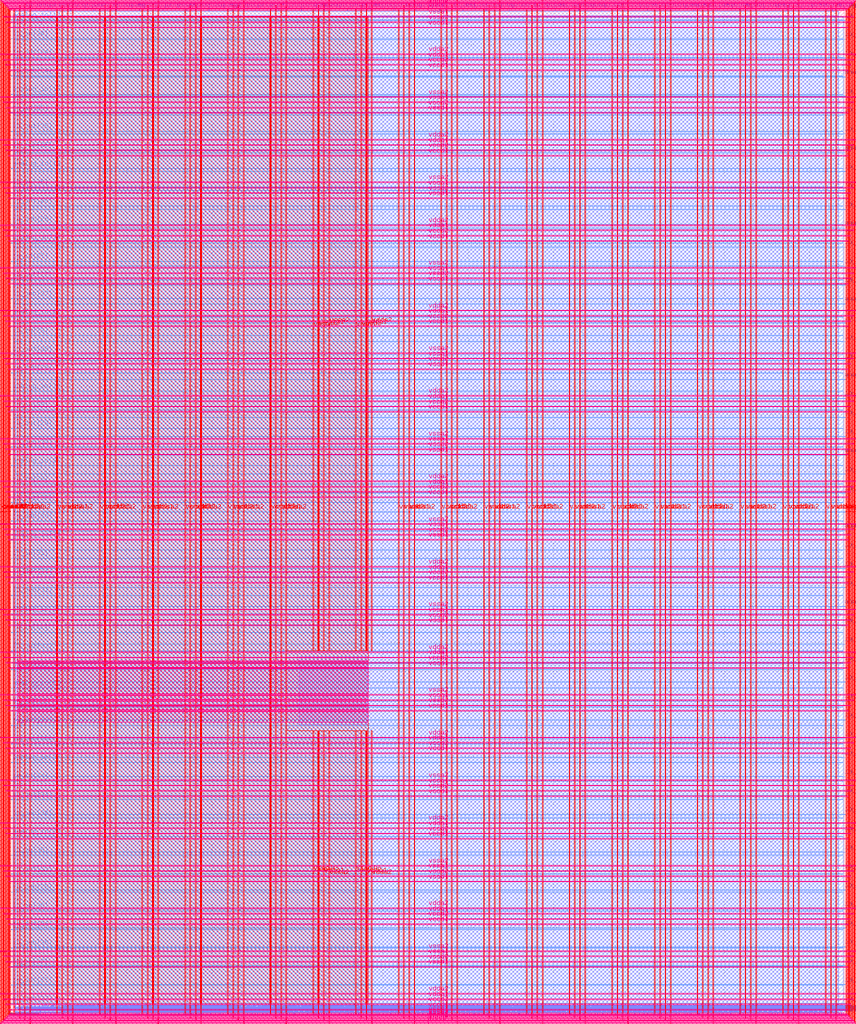
<source format=lef>
VERSION 5.7 ;
  NOWIREEXTENSIONATPIN ON ;
  DIVIDERCHAR "/" ;
  BUSBITCHARS "[]" ;
MACRO user_project_wrapper
  CLASS BLOCK ;
  FOREIGN user_project_wrapper ;
  ORIGIN 0.000 0.000 ;
  SIZE 2920.000 BY 3520.000 ;
  PIN analog_io[0]
    DIRECTION INOUT ;
    USE SIGNAL ;
    PORT
      LAYER met3 ;
        RECT 2917.600 1426.380 2924.800 1427.580 ;
    END
  END analog_io[0]
  PIN analog_io[10]
    DIRECTION INOUT ;
    USE SIGNAL ;
    PORT
      LAYER met2 ;
        RECT 2230.490 3517.600 2231.050 3524.800 ;
    END
  END analog_io[10]
  PIN analog_io[11]
    DIRECTION INOUT ;
    USE SIGNAL ;
    PORT
      LAYER met2 ;
        RECT 1905.730 3517.600 1906.290 3524.800 ;
    END
  END analog_io[11]
  PIN analog_io[12]
    DIRECTION INOUT ;
    USE SIGNAL ;
    PORT
      LAYER met2 ;
        RECT 1581.430 3517.600 1581.990 3524.800 ;
    END
  END analog_io[12]
  PIN analog_io[13]
    DIRECTION INOUT ;
    USE SIGNAL ;
    PORT
      LAYER met2 ;
        RECT 1257.130 3517.600 1257.690 3524.800 ;
    END
  END analog_io[13]
  PIN analog_io[14]
    DIRECTION INOUT ;
    USE SIGNAL ;
    PORT
      LAYER met2 ;
        RECT 932.370 3517.600 932.930 3524.800 ;
    END
  END analog_io[14]
  PIN analog_io[15]
    DIRECTION INOUT ;
    USE SIGNAL ;
    PORT
      LAYER met2 ;
        RECT 608.070 3517.600 608.630 3524.800 ;
    END
  END analog_io[15]
  PIN analog_io[16]
    DIRECTION INOUT ;
    USE SIGNAL ;
    PORT
      LAYER met2 ;
        RECT 283.770 3517.600 284.330 3524.800 ;
    END
  END analog_io[16]
  PIN analog_io[17]
    DIRECTION INOUT ;
    USE SIGNAL ;
    PORT
      LAYER met3 ;
        RECT -4.800 3486.100 2.400 3487.300 ;
    END
  END analog_io[17]
  PIN analog_io[18]
    DIRECTION INOUT ;
    USE SIGNAL ;
    PORT
      LAYER met3 ;
        RECT -4.800 3224.980 2.400 3226.180 ;
    END
  END analog_io[18]
  PIN analog_io[19]
    DIRECTION INOUT ;
    USE SIGNAL ;
    PORT
      LAYER met3 ;
        RECT -4.800 2964.540 2.400 2965.740 ;
    END
  END analog_io[19]
  PIN analog_io[1]
    DIRECTION INOUT ;
    USE SIGNAL ;
    PORT
      LAYER met3 ;
        RECT 2917.600 1692.260 2924.800 1693.460 ;
    END
  END analog_io[1]
  PIN analog_io[20]
    DIRECTION INOUT ;
    USE SIGNAL ;
    PORT
      LAYER met3 ;
        RECT -4.800 2703.420 2.400 2704.620 ;
    END
  END analog_io[20]
  PIN analog_io[21]
    DIRECTION INOUT ;
    USE SIGNAL ;
    PORT
      LAYER met3 ;
        RECT -4.800 2442.980 2.400 2444.180 ;
    END
  END analog_io[21]
  PIN analog_io[22]
    DIRECTION INOUT ;
    USE SIGNAL ;
    PORT
      LAYER met3 ;
        RECT -4.800 2182.540 2.400 2183.740 ;
    END
  END analog_io[22]
  PIN analog_io[23]
    DIRECTION INOUT ;
    USE SIGNAL ;
    PORT
      LAYER met3 ;
        RECT -4.800 1921.420 2.400 1922.620 ;
    END
  END analog_io[23]
  PIN analog_io[24]
    DIRECTION INOUT ;
    USE SIGNAL ;
    PORT
      LAYER met3 ;
        RECT -4.800 1660.980 2.400 1662.180 ;
    END
  END analog_io[24]
  PIN analog_io[25]
    DIRECTION INOUT ;
    USE SIGNAL ;
    PORT
      LAYER met3 ;
        RECT -4.800 1399.860 2.400 1401.060 ;
    END
  END analog_io[25]
  PIN analog_io[26]
    DIRECTION INOUT ;
    USE SIGNAL ;
    PORT
      LAYER met3 ;
        RECT -4.800 1139.420 2.400 1140.620 ;
    END
  END analog_io[26]
  PIN analog_io[27]
    DIRECTION INOUT ;
    USE SIGNAL ;
    PORT
      LAYER met3 ;
        RECT -4.800 878.980 2.400 880.180 ;
    END
  END analog_io[27]
  PIN analog_io[28]
    DIRECTION INOUT ;
    USE SIGNAL ;
    PORT
      LAYER met3 ;
        RECT -4.800 617.860 2.400 619.060 ;
    END
  END analog_io[28]
  PIN analog_io[2]
    DIRECTION INOUT ;
    USE SIGNAL ;
    PORT
      LAYER met3 ;
        RECT 2917.600 1958.140 2924.800 1959.340 ;
    END
  END analog_io[2]
  PIN analog_io[3]
    DIRECTION INOUT ;
    USE SIGNAL ;
    PORT
      LAYER met3 ;
        RECT 2917.600 2223.340 2924.800 2224.540 ;
    END
  END analog_io[3]
  PIN analog_io[4]
    DIRECTION INOUT ;
    USE SIGNAL ;
    PORT
      LAYER met3 ;
        RECT 2917.600 2489.220 2924.800 2490.420 ;
    END
  END analog_io[4]
  PIN analog_io[5]
    DIRECTION INOUT ;
    USE SIGNAL ;
    PORT
      LAYER met3 ;
        RECT 2917.600 2755.100 2924.800 2756.300 ;
    END
  END analog_io[5]
  PIN analog_io[6]
    DIRECTION INOUT ;
    USE SIGNAL ;
    PORT
      LAYER met3 ;
        RECT 2917.600 3020.300 2924.800 3021.500 ;
    END
  END analog_io[6]
  PIN analog_io[7]
    DIRECTION INOUT ;
    USE SIGNAL ;
    PORT
      LAYER met3 ;
        RECT 2917.600 3286.180 2924.800 3287.380 ;
    END
  END analog_io[7]
  PIN analog_io[8]
    DIRECTION INOUT ;
    USE SIGNAL ;
    PORT
      LAYER met2 ;
        RECT 2879.090 3517.600 2879.650 3524.800 ;
    END
  END analog_io[8]
  PIN analog_io[9]
    DIRECTION INOUT ;
    USE SIGNAL ;
    PORT
      LAYER met2 ;
        RECT 2554.790 3517.600 2555.350 3524.800 ;
    END
  END analog_io[9]
  PIN io_in[0]
    DIRECTION INPUT ;
    USE SIGNAL ;
    PORT
      LAYER met3 ;
        RECT 2917.600 32.380 2924.800 33.580 ;
    END
  END io_in[0]
  PIN io_in[10]
    DIRECTION INPUT ;
    USE SIGNAL ;
    PORT
      LAYER met3 ;
        RECT 2917.600 2289.980 2924.800 2291.180 ;
    END
  END io_in[10]
  PIN io_in[11]
    DIRECTION INPUT ;
    USE SIGNAL ;
    PORT
      LAYER met3 ;
        RECT 2917.600 2555.860 2924.800 2557.060 ;
    END
  END io_in[11]
  PIN io_in[12]
    DIRECTION INPUT ;
    USE SIGNAL ;
    PORT
      LAYER met3 ;
        RECT 2917.600 2821.060 2924.800 2822.260 ;
    END
  END io_in[12]
  PIN io_in[13]
    DIRECTION INPUT ;
    USE SIGNAL ;
    PORT
      LAYER met3 ;
        RECT 2917.600 3086.940 2924.800 3088.140 ;
    END
  END io_in[13]
  PIN io_in[14]
    DIRECTION INPUT ;
    USE SIGNAL ;
    PORT
      LAYER met3 ;
        RECT 2917.600 3352.820 2924.800 3354.020 ;
    END
  END io_in[14]
  PIN io_in[15]
    DIRECTION INPUT ;
    USE SIGNAL ;
    PORT
      LAYER met2 ;
        RECT 2798.130 3517.600 2798.690 3524.800 ;
    END
  END io_in[15]
  PIN io_in[16]
    DIRECTION INPUT ;
    USE SIGNAL ;
    PORT
      LAYER met2 ;
        RECT 2473.830 3517.600 2474.390 3524.800 ;
    END
  END io_in[16]
  PIN io_in[17]
    DIRECTION INPUT ;
    USE SIGNAL ;
    PORT
      LAYER met2 ;
        RECT 2149.070 3517.600 2149.630 3524.800 ;
    END
  END io_in[17]
  PIN io_in[18]
    DIRECTION INPUT ;
    USE SIGNAL ;
    PORT
      LAYER met2 ;
        RECT 1824.770 3517.600 1825.330 3524.800 ;
    END
  END io_in[18]
  PIN io_in[19]
    DIRECTION INPUT ;
    USE SIGNAL ;
    PORT
      LAYER met2 ;
        RECT 1500.470 3517.600 1501.030 3524.800 ;
    END
  END io_in[19]
  PIN io_in[1]
    DIRECTION INPUT ;
    USE SIGNAL ;
    PORT
      LAYER met3 ;
        RECT 2917.600 230.940 2924.800 232.140 ;
    END
  END io_in[1]
  PIN io_in[20]
    DIRECTION INPUT ;
    USE SIGNAL ;
    PORT
      LAYER met2 ;
        RECT 1175.710 3517.600 1176.270 3524.800 ;
    END
  END io_in[20]
  PIN io_in[21]
    DIRECTION INPUT ;
    USE SIGNAL ;
    PORT
      LAYER met2 ;
        RECT 851.410 3517.600 851.970 3524.800 ;
    END
  END io_in[21]
  PIN io_in[22]
    DIRECTION INPUT ;
    USE SIGNAL ;
    PORT
      LAYER met2 ;
        RECT 527.110 3517.600 527.670 3524.800 ;
    END
  END io_in[22]
  PIN io_in[23]
    DIRECTION INPUT ;
    USE SIGNAL ;
    PORT
      LAYER met2 ;
        RECT 202.350 3517.600 202.910 3524.800 ;
    END
  END io_in[23]
  PIN io_in[24]
    DIRECTION INPUT ;
    USE SIGNAL ;
    PORT
      LAYER met3 ;
        RECT -4.800 3420.820 2.400 3422.020 ;
    END
  END io_in[24]
  PIN io_in[25]
    DIRECTION INPUT ;
    USE SIGNAL ;
    PORT
      LAYER met3 ;
        RECT -4.800 3159.700 2.400 3160.900 ;
    END
  END io_in[25]
  PIN io_in[26]
    DIRECTION INPUT ;
    USE SIGNAL ;
    PORT
      LAYER met3 ;
        RECT -4.800 2899.260 2.400 2900.460 ;
    END
  END io_in[26]
  PIN io_in[27]
    DIRECTION INPUT ;
    USE SIGNAL ;
    PORT
      LAYER met3 ;
        RECT -4.800 2638.820 2.400 2640.020 ;
    END
  END io_in[27]
  PIN io_in[28]
    DIRECTION INPUT ;
    USE SIGNAL ;
    PORT
      LAYER met3 ;
        RECT -4.800 2377.700 2.400 2378.900 ;
    END
  END io_in[28]
  PIN io_in[29]
    DIRECTION INPUT ;
    USE SIGNAL ;
    PORT
      LAYER met3 ;
        RECT -4.800 2117.260 2.400 2118.460 ;
    END
  END io_in[29]
  PIN io_in[2]
    DIRECTION INPUT ;
    USE SIGNAL ;
    PORT
      LAYER met3 ;
        RECT 2917.600 430.180 2924.800 431.380 ;
    END
  END io_in[2]
  PIN io_in[30]
    DIRECTION INPUT ;
    USE SIGNAL ;
    PORT
      LAYER met3 ;
        RECT -4.800 1856.140 2.400 1857.340 ;
    END
  END io_in[30]
  PIN io_in[31]
    DIRECTION INPUT ;
    USE SIGNAL ;
    PORT
      LAYER met3 ;
        RECT -4.800 1595.700 2.400 1596.900 ;
    END
  END io_in[31]
  PIN io_in[32]
    DIRECTION INPUT ;
    USE SIGNAL ;
    PORT
      LAYER met3 ;
        RECT -4.800 1335.260 2.400 1336.460 ;
    END
  END io_in[32]
  PIN io_in[33]
    DIRECTION INPUT ;
    USE SIGNAL ;
    PORT
      LAYER met3 ;
        RECT -4.800 1074.140 2.400 1075.340 ;
    END
  END io_in[33]
  PIN io_in[34]
    DIRECTION INPUT ;
    USE SIGNAL ;
    PORT
      LAYER met3 ;
        RECT -4.800 813.700 2.400 814.900 ;
    END
  END io_in[34]
  PIN io_in[35]
    DIRECTION INPUT ;
    USE SIGNAL ;
    PORT
      LAYER met3 ;
        RECT -4.800 552.580 2.400 553.780 ;
    END
  END io_in[35]
  PIN io_in[36]
    DIRECTION INPUT ;
    USE SIGNAL ;
    PORT
      LAYER met3 ;
        RECT -4.800 357.420 2.400 358.620 ;
    END
  END io_in[36]
  PIN io_in[37]
    DIRECTION INPUT ;
    USE SIGNAL ;
    PORT
      LAYER met3 ;
        RECT -4.800 161.580 2.400 162.780 ;
    END
  END io_in[37]
  PIN io_in[3]
    DIRECTION INPUT ;
    USE SIGNAL ;
    PORT
      LAYER met3 ;
        RECT 2917.600 629.420 2924.800 630.620 ;
    END
  END io_in[3]
  PIN io_in[4]
    DIRECTION INPUT ;
    USE SIGNAL ;
    PORT
      LAYER met3 ;
        RECT 2917.600 828.660 2924.800 829.860 ;
    END
  END io_in[4]
  PIN io_in[5]
    DIRECTION INPUT ;
    USE SIGNAL ;
    PORT
      LAYER met3 ;
        RECT 2917.600 1027.900 2924.800 1029.100 ;
    END
  END io_in[5]
  PIN io_in[6]
    DIRECTION INPUT ;
    USE SIGNAL ;
    PORT
      LAYER met3 ;
        RECT 2917.600 1227.140 2924.800 1228.340 ;
    END
  END io_in[6]
  PIN io_in[7]
    DIRECTION INPUT ;
    USE SIGNAL ;
    PORT
      LAYER met3 ;
        RECT 2917.600 1493.020 2924.800 1494.220 ;
    END
  END io_in[7]
  PIN io_in[8]
    DIRECTION INPUT ;
    USE SIGNAL ;
    PORT
      LAYER met3 ;
        RECT 2917.600 1758.900 2924.800 1760.100 ;
    END
  END io_in[8]
  PIN io_in[9]
    DIRECTION INPUT ;
    USE SIGNAL ;
    PORT
      LAYER met3 ;
        RECT 2917.600 2024.100 2924.800 2025.300 ;
    END
  END io_in[9]
  PIN io_oeb[0]
    DIRECTION OUTPUT TRISTATE ;
    USE SIGNAL ;
    PORT
      LAYER met3 ;
        RECT 2917.600 164.980 2924.800 166.180 ;
    END
  END io_oeb[0]
  PIN io_oeb[10]
    DIRECTION OUTPUT TRISTATE ;
    USE SIGNAL ;
    PORT
      LAYER met3 ;
        RECT 2917.600 2422.580 2924.800 2423.780 ;
    END
  END io_oeb[10]
  PIN io_oeb[11]
    DIRECTION OUTPUT TRISTATE ;
    USE SIGNAL ;
    PORT
      LAYER met3 ;
        RECT 2917.600 2688.460 2924.800 2689.660 ;
    END
  END io_oeb[11]
  PIN io_oeb[12]
    DIRECTION OUTPUT TRISTATE ;
    USE SIGNAL ;
    PORT
      LAYER met3 ;
        RECT 2917.600 2954.340 2924.800 2955.540 ;
    END
  END io_oeb[12]
  PIN io_oeb[13]
    DIRECTION OUTPUT TRISTATE ;
    USE SIGNAL ;
    PORT
      LAYER met3 ;
        RECT 2917.600 3219.540 2924.800 3220.740 ;
    END
  END io_oeb[13]
  PIN io_oeb[14]
    DIRECTION OUTPUT TRISTATE ;
    USE SIGNAL ;
    PORT
      LAYER met3 ;
        RECT 2917.600 3485.420 2924.800 3486.620 ;
    END
  END io_oeb[14]
  PIN io_oeb[15]
    DIRECTION OUTPUT TRISTATE ;
    USE SIGNAL ;
    PORT
      LAYER met2 ;
        RECT 2635.750 3517.600 2636.310 3524.800 ;
    END
  END io_oeb[15]
  PIN io_oeb[16]
    DIRECTION OUTPUT TRISTATE ;
    USE SIGNAL ;
    PORT
      LAYER met2 ;
        RECT 2311.450 3517.600 2312.010 3524.800 ;
    END
  END io_oeb[16]
  PIN io_oeb[17]
    DIRECTION OUTPUT TRISTATE ;
    USE SIGNAL ;
    PORT
      LAYER met2 ;
        RECT 1987.150 3517.600 1987.710 3524.800 ;
    END
  END io_oeb[17]
  PIN io_oeb[18]
    DIRECTION OUTPUT TRISTATE ;
    USE SIGNAL ;
    PORT
      LAYER met2 ;
        RECT 1662.390 3517.600 1662.950 3524.800 ;
    END
  END io_oeb[18]
  PIN io_oeb[19]
    DIRECTION OUTPUT TRISTATE ;
    USE SIGNAL ;
    PORT
      LAYER met2 ;
        RECT 1338.090 3517.600 1338.650 3524.800 ;
    END
  END io_oeb[19]
  PIN io_oeb[1]
    DIRECTION OUTPUT TRISTATE ;
    USE SIGNAL ;
    PORT
      LAYER met3 ;
        RECT 2917.600 364.220 2924.800 365.420 ;
    END
  END io_oeb[1]
  PIN io_oeb[20]
    DIRECTION OUTPUT TRISTATE ;
    USE SIGNAL ;
    PORT
      LAYER met2 ;
        RECT 1013.790 3517.600 1014.350 3524.800 ;
    END
  END io_oeb[20]
  PIN io_oeb[21]
    DIRECTION OUTPUT TRISTATE ;
    USE SIGNAL ;
    PORT
      LAYER met2 ;
        RECT 689.030 3517.600 689.590 3524.800 ;
    END
  END io_oeb[21]
  PIN io_oeb[22]
    DIRECTION OUTPUT TRISTATE ;
    USE SIGNAL ;
    PORT
      LAYER met2 ;
        RECT 364.730 3517.600 365.290 3524.800 ;
    END
  END io_oeb[22]
  PIN io_oeb[23]
    DIRECTION OUTPUT TRISTATE ;
    USE SIGNAL ;
    PORT
      LAYER met2 ;
        RECT 40.430 3517.600 40.990 3524.800 ;
    END
  END io_oeb[23]
  PIN io_oeb[24]
    DIRECTION OUTPUT TRISTATE ;
    USE SIGNAL ;
    PORT
      LAYER met3 ;
        RECT -4.800 3290.260 2.400 3291.460 ;
    END
  END io_oeb[24]
  PIN io_oeb[25]
    DIRECTION OUTPUT TRISTATE ;
    USE SIGNAL ;
    PORT
      LAYER met3 ;
        RECT -4.800 3029.820 2.400 3031.020 ;
    END
  END io_oeb[25]
  PIN io_oeb[26]
    DIRECTION OUTPUT TRISTATE ;
    USE SIGNAL ;
    PORT
      LAYER met3 ;
        RECT -4.800 2768.700 2.400 2769.900 ;
    END
  END io_oeb[26]
  PIN io_oeb[27]
    DIRECTION OUTPUT TRISTATE ;
    USE SIGNAL ;
    PORT
      LAYER met3 ;
        RECT -4.800 2508.260 2.400 2509.460 ;
    END
  END io_oeb[27]
  PIN io_oeb[28]
    DIRECTION OUTPUT TRISTATE ;
    USE SIGNAL ;
    PORT
      LAYER met3 ;
        RECT -4.800 2247.140 2.400 2248.340 ;
    END
  END io_oeb[28]
  PIN io_oeb[29]
    DIRECTION OUTPUT TRISTATE ;
    USE SIGNAL ;
    PORT
      LAYER met3 ;
        RECT -4.800 1986.700 2.400 1987.900 ;
    END
  END io_oeb[29]
  PIN io_oeb[2]
    DIRECTION OUTPUT TRISTATE ;
    USE SIGNAL ;
    PORT
      LAYER met3 ;
        RECT 2917.600 563.460 2924.800 564.660 ;
    END
  END io_oeb[2]
  PIN io_oeb[30]
    DIRECTION OUTPUT TRISTATE ;
    USE SIGNAL ;
    PORT
      LAYER met3 ;
        RECT -4.800 1726.260 2.400 1727.460 ;
    END
  END io_oeb[30]
  PIN io_oeb[31]
    DIRECTION OUTPUT TRISTATE ;
    USE SIGNAL ;
    PORT
      LAYER met3 ;
        RECT -4.800 1465.140 2.400 1466.340 ;
    END
  END io_oeb[31]
  PIN io_oeb[32]
    DIRECTION OUTPUT TRISTATE ;
    USE SIGNAL ;
    PORT
      LAYER met3 ;
        RECT -4.800 1204.700 2.400 1205.900 ;
    END
  END io_oeb[32]
  PIN io_oeb[33]
    DIRECTION OUTPUT TRISTATE ;
    USE SIGNAL ;
    PORT
      LAYER met3 ;
        RECT -4.800 943.580 2.400 944.780 ;
    END
  END io_oeb[33]
  PIN io_oeb[34]
    DIRECTION OUTPUT TRISTATE ;
    USE SIGNAL ;
    PORT
      LAYER met3 ;
        RECT -4.800 683.140 2.400 684.340 ;
    END
  END io_oeb[34]
  PIN io_oeb[35]
    DIRECTION OUTPUT TRISTATE ;
    USE SIGNAL ;
    PORT
      LAYER met3 ;
        RECT -4.800 422.700 2.400 423.900 ;
    END
  END io_oeb[35]
  PIN io_oeb[36]
    DIRECTION OUTPUT TRISTATE ;
    USE SIGNAL ;
    PORT
      LAYER met3 ;
        RECT -4.800 226.860 2.400 228.060 ;
    END
  END io_oeb[36]
  PIN io_oeb[37]
    DIRECTION OUTPUT TRISTATE ;
    USE SIGNAL ;
    PORT
      LAYER met3 ;
        RECT -4.800 31.700 2.400 32.900 ;
    END
  END io_oeb[37]
  PIN io_oeb[3]
    DIRECTION OUTPUT TRISTATE ;
    USE SIGNAL ;
    PORT
      LAYER met3 ;
        RECT 2917.600 762.700 2924.800 763.900 ;
    END
  END io_oeb[3]
  PIN io_oeb[4]
    DIRECTION OUTPUT TRISTATE ;
    USE SIGNAL ;
    PORT
      LAYER met3 ;
        RECT 2917.600 961.940 2924.800 963.140 ;
    END
  END io_oeb[4]
  PIN io_oeb[5]
    DIRECTION OUTPUT TRISTATE ;
    USE SIGNAL ;
    PORT
      LAYER met3 ;
        RECT 2917.600 1161.180 2924.800 1162.380 ;
    END
  END io_oeb[5]
  PIN io_oeb[6]
    DIRECTION OUTPUT TRISTATE ;
    USE SIGNAL ;
    PORT
      LAYER met3 ;
        RECT 2917.600 1360.420 2924.800 1361.620 ;
    END
  END io_oeb[6]
  PIN io_oeb[7]
    DIRECTION OUTPUT TRISTATE ;
    USE SIGNAL ;
    PORT
      LAYER met3 ;
        RECT 2917.600 1625.620 2924.800 1626.820 ;
    END
  END io_oeb[7]
  PIN io_oeb[8]
    DIRECTION OUTPUT TRISTATE ;
    USE SIGNAL ;
    PORT
      LAYER met3 ;
        RECT 2917.600 1891.500 2924.800 1892.700 ;
    END
  END io_oeb[8]
  PIN io_oeb[9]
    DIRECTION OUTPUT TRISTATE ;
    USE SIGNAL ;
    PORT
      LAYER met3 ;
        RECT 2917.600 2157.380 2924.800 2158.580 ;
    END
  END io_oeb[9]
  PIN io_out[0]
    DIRECTION OUTPUT TRISTATE ;
    USE SIGNAL ;
    PORT
      LAYER met3 ;
        RECT 2917.600 98.340 2924.800 99.540 ;
    END
  END io_out[0]
  PIN io_out[10]
    DIRECTION OUTPUT TRISTATE ;
    USE SIGNAL ;
    PORT
      LAYER met3 ;
        RECT 2917.600 2356.620 2924.800 2357.820 ;
    END
  END io_out[10]
  PIN io_out[11]
    DIRECTION OUTPUT TRISTATE ;
    USE SIGNAL ;
    PORT
      LAYER met3 ;
        RECT 2917.600 2621.820 2924.800 2623.020 ;
    END
  END io_out[11]
  PIN io_out[12]
    DIRECTION OUTPUT TRISTATE ;
    USE SIGNAL ;
    PORT
      LAYER met3 ;
        RECT 2917.600 2887.700 2924.800 2888.900 ;
    END
  END io_out[12]
  PIN io_out[13]
    DIRECTION OUTPUT TRISTATE ;
    USE SIGNAL ;
    PORT
      LAYER met3 ;
        RECT 2917.600 3153.580 2924.800 3154.780 ;
    END
  END io_out[13]
  PIN io_out[14]
    DIRECTION OUTPUT TRISTATE ;
    USE SIGNAL ;
    PORT
      LAYER met3 ;
        RECT 2917.600 3418.780 2924.800 3419.980 ;
    END
  END io_out[14]
  PIN io_out[15]
    DIRECTION OUTPUT TRISTATE ;
    USE SIGNAL ;
    PORT
      LAYER met2 ;
        RECT 2717.170 3517.600 2717.730 3524.800 ;
    END
  END io_out[15]
  PIN io_out[16]
    DIRECTION OUTPUT TRISTATE ;
    USE SIGNAL ;
    PORT
      LAYER met2 ;
        RECT 2392.410 3517.600 2392.970 3524.800 ;
    END
  END io_out[16]
  PIN io_out[17]
    DIRECTION OUTPUT TRISTATE ;
    USE SIGNAL ;
    PORT
      LAYER met2 ;
        RECT 2068.110 3517.600 2068.670 3524.800 ;
    END
  END io_out[17]
  PIN io_out[18]
    DIRECTION OUTPUT TRISTATE ;
    USE SIGNAL ;
    PORT
      LAYER met2 ;
        RECT 1743.810 3517.600 1744.370 3524.800 ;
    END
  END io_out[18]
  PIN io_out[19]
    DIRECTION OUTPUT TRISTATE ;
    USE SIGNAL ;
    PORT
      LAYER met2 ;
        RECT 1419.050 3517.600 1419.610 3524.800 ;
    END
  END io_out[19]
  PIN io_out[1]
    DIRECTION OUTPUT TRISTATE ;
    USE SIGNAL ;
    PORT
      LAYER met3 ;
        RECT 2917.600 297.580 2924.800 298.780 ;
    END
  END io_out[1]
  PIN io_out[20]
    DIRECTION OUTPUT TRISTATE ;
    USE SIGNAL ;
    PORT
      LAYER met2 ;
        RECT 1094.750 3517.600 1095.310 3524.800 ;
    END
  END io_out[20]
  PIN io_out[21]
    DIRECTION OUTPUT TRISTATE ;
    USE SIGNAL ;
    PORT
      LAYER met2 ;
        RECT 770.450 3517.600 771.010 3524.800 ;
    END
  END io_out[21]
  PIN io_out[22]
    DIRECTION OUTPUT TRISTATE ;
    USE SIGNAL ;
    PORT
      LAYER met2 ;
        RECT 445.690 3517.600 446.250 3524.800 ;
    END
  END io_out[22]
  PIN io_out[23]
    DIRECTION OUTPUT TRISTATE ;
    USE SIGNAL ;
    PORT
      LAYER met2 ;
        RECT 121.390 3517.600 121.950 3524.800 ;
    END
  END io_out[23]
  PIN io_out[24]
    DIRECTION OUTPUT TRISTATE ;
    USE SIGNAL ;
    PORT
      LAYER met3 ;
        RECT -4.800 3355.540 2.400 3356.740 ;
    END
  END io_out[24]
  PIN io_out[25]
    DIRECTION OUTPUT TRISTATE ;
    USE SIGNAL ;
    PORT
      LAYER met3 ;
        RECT -4.800 3095.100 2.400 3096.300 ;
    END
  END io_out[25]
  PIN io_out[26]
    DIRECTION OUTPUT TRISTATE ;
    USE SIGNAL ;
    PORT
      LAYER met3 ;
        RECT -4.800 2833.980 2.400 2835.180 ;
    END
  END io_out[26]
  PIN io_out[27]
    DIRECTION OUTPUT TRISTATE ;
    USE SIGNAL ;
    PORT
      LAYER met3 ;
        RECT -4.800 2573.540 2.400 2574.740 ;
    END
  END io_out[27]
  PIN io_out[28]
    DIRECTION OUTPUT TRISTATE ;
    USE SIGNAL ;
    PORT
      LAYER met3 ;
        RECT -4.800 2312.420 2.400 2313.620 ;
    END
  END io_out[28]
  PIN io_out[29]
    DIRECTION OUTPUT TRISTATE ;
    USE SIGNAL ;
    PORT
      LAYER met3 ;
        RECT -4.800 2051.980 2.400 2053.180 ;
    END
  END io_out[29]
  PIN io_out[2]
    DIRECTION OUTPUT TRISTATE ;
    USE SIGNAL ;
    PORT
      LAYER met3 ;
        RECT 2917.600 496.820 2924.800 498.020 ;
    END
  END io_out[2]
  PIN io_out[30]
    DIRECTION OUTPUT TRISTATE ;
    USE SIGNAL ;
    PORT
      LAYER met3 ;
        RECT -4.800 1791.540 2.400 1792.740 ;
    END
  END io_out[30]
  PIN io_out[31]
    DIRECTION OUTPUT TRISTATE ;
    USE SIGNAL ;
    PORT
      LAYER met3 ;
        RECT -4.800 1530.420 2.400 1531.620 ;
    END
  END io_out[31]
  PIN io_out[32]
    DIRECTION OUTPUT TRISTATE ;
    USE SIGNAL ;
    PORT
      LAYER met3 ;
        RECT -4.800 1269.980 2.400 1271.180 ;
    END
  END io_out[32]
  PIN io_out[33]
    DIRECTION OUTPUT TRISTATE ;
    USE SIGNAL ;
    PORT
      LAYER met3 ;
        RECT -4.800 1008.860 2.400 1010.060 ;
    END
  END io_out[33]
  PIN io_out[34]
    DIRECTION OUTPUT TRISTATE ;
    USE SIGNAL ;
    PORT
      LAYER met3 ;
        RECT -4.800 748.420 2.400 749.620 ;
    END
  END io_out[34]
  PIN io_out[35]
    DIRECTION OUTPUT TRISTATE ;
    USE SIGNAL ;
    PORT
      LAYER met3 ;
        RECT -4.800 487.300 2.400 488.500 ;
    END
  END io_out[35]
  PIN io_out[36]
    DIRECTION OUTPUT TRISTATE ;
    USE SIGNAL ;
    PORT
      LAYER met3 ;
        RECT -4.800 292.140 2.400 293.340 ;
    END
  END io_out[36]
  PIN io_out[37]
    DIRECTION OUTPUT TRISTATE ;
    USE SIGNAL ;
    PORT
      LAYER met3 ;
        RECT -4.800 96.300 2.400 97.500 ;
    END
  END io_out[37]
  PIN io_out[3]
    DIRECTION OUTPUT TRISTATE ;
    USE SIGNAL ;
    PORT
      LAYER met3 ;
        RECT 2917.600 696.060 2924.800 697.260 ;
    END
  END io_out[3]
  PIN io_out[4]
    DIRECTION OUTPUT TRISTATE ;
    USE SIGNAL ;
    PORT
      LAYER met3 ;
        RECT 2917.600 895.300 2924.800 896.500 ;
    END
  END io_out[4]
  PIN io_out[5]
    DIRECTION OUTPUT TRISTATE ;
    USE SIGNAL ;
    PORT
      LAYER met3 ;
        RECT 2917.600 1094.540 2924.800 1095.740 ;
    END
  END io_out[5]
  PIN io_out[6]
    DIRECTION OUTPUT TRISTATE ;
    USE SIGNAL ;
    PORT
      LAYER met3 ;
        RECT 2917.600 1293.780 2924.800 1294.980 ;
    END
  END io_out[6]
  PIN io_out[7]
    DIRECTION OUTPUT TRISTATE ;
    USE SIGNAL ;
    PORT
      LAYER met3 ;
        RECT 2917.600 1559.660 2924.800 1560.860 ;
    END
  END io_out[7]
  PIN io_out[8]
    DIRECTION OUTPUT TRISTATE ;
    USE SIGNAL ;
    PORT
      LAYER met3 ;
        RECT 2917.600 1824.860 2924.800 1826.060 ;
    END
  END io_out[8]
  PIN io_out[9]
    DIRECTION OUTPUT TRISTATE ;
    USE SIGNAL ;
    PORT
      LAYER met3 ;
        RECT 2917.600 2090.740 2924.800 2091.940 ;
    END
  END io_out[9]
  PIN la_data_in[0]
    DIRECTION INPUT ;
    USE SIGNAL ;
    PORT
      LAYER met2 ;
        RECT 629.230 -4.800 629.790 2.400 ;
    END
  END la_data_in[0]
  PIN la_data_in[100]
    DIRECTION INPUT ;
    USE SIGNAL ;
    PORT
      LAYER met2 ;
        RECT 2402.530 -4.800 2403.090 2.400 ;
    END
  END la_data_in[100]
  PIN la_data_in[101]
    DIRECTION INPUT ;
    USE SIGNAL ;
    PORT
      LAYER met2 ;
        RECT 2420.010 -4.800 2420.570 2.400 ;
    END
  END la_data_in[101]
  PIN la_data_in[102]
    DIRECTION INPUT ;
    USE SIGNAL ;
    PORT
      LAYER met2 ;
        RECT 2437.950 -4.800 2438.510 2.400 ;
    END
  END la_data_in[102]
  PIN la_data_in[103]
    DIRECTION INPUT ;
    USE SIGNAL ;
    PORT
      LAYER met2 ;
        RECT 2455.430 -4.800 2455.990 2.400 ;
    END
  END la_data_in[103]
  PIN la_data_in[104]
    DIRECTION INPUT ;
    USE SIGNAL ;
    PORT
      LAYER met2 ;
        RECT 2473.370 -4.800 2473.930 2.400 ;
    END
  END la_data_in[104]
  PIN la_data_in[105]
    DIRECTION INPUT ;
    USE SIGNAL ;
    PORT
      LAYER met2 ;
        RECT 2490.850 -4.800 2491.410 2.400 ;
    END
  END la_data_in[105]
  PIN la_data_in[106]
    DIRECTION INPUT ;
    USE SIGNAL ;
    PORT
      LAYER met2 ;
        RECT 2508.790 -4.800 2509.350 2.400 ;
    END
  END la_data_in[106]
  PIN la_data_in[107]
    DIRECTION INPUT ;
    USE SIGNAL ;
    PORT
      LAYER met2 ;
        RECT 2526.730 -4.800 2527.290 2.400 ;
    END
  END la_data_in[107]
  PIN la_data_in[108]
    DIRECTION INPUT ;
    USE SIGNAL ;
    PORT
      LAYER met2 ;
        RECT 2544.210 -4.800 2544.770 2.400 ;
    END
  END la_data_in[108]
  PIN la_data_in[109]
    DIRECTION INPUT ;
    USE SIGNAL ;
    PORT
      LAYER met2 ;
        RECT 2562.150 -4.800 2562.710 2.400 ;
    END
  END la_data_in[109]
  PIN la_data_in[10]
    DIRECTION INPUT ;
    USE SIGNAL ;
    PORT
      LAYER met2 ;
        RECT 806.330 -4.800 806.890 2.400 ;
    END
  END la_data_in[10]
  PIN la_data_in[110]
    DIRECTION INPUT ;
    USE SIGNAL ;
    PORT
      LAYER met2 ;
        RECT 2579.630 -4.800 2580.190 2.400 ;
    END
  END la_data_in[110]
  PIN la_data_in[111]
    DIRECTION INPUT ;
    USE SIGNAL ;
    PORT
      LAYER met2 ;
        RECT 2597.570 -4.800 2598.130 2.400 ;
    END
  END la_data_in[111]
  PIN la_data_in[112]
    DIRECTION INPUT ;
    USE SIGNAL ;
    PORT
      LAYER met2 ;
        RECT 2615.050 -4.800 2615.610 2.400 ;
    END
  END la_data_in[112]
  PIN la_data_in[113]
    DIRECTION INPUT ;
    USE SIGNAL ;
    PORT
      LAYER met2 ;
        RECT 2632.990 -4.800 2633.550 2.400 ;
    END
  END la_data_in[113]
  PIN la_data_in[114]
    DIRECTION INPUT ;
    USE SIGNAL ;
    PORT
      LAYER met2 ;
        RECT 2650.470 -4.800 2651.030 2.400 ;
    END
  END la_data_in[114]
  PIN la_data_in[115]
    DIRECTION INPUT ;
    USE SIGNAL ;
    PORT
      LAYER met2 ;
        RECT 2668.410 -4.800 2668.970 2.400 ;
    END
  END la_data_in[115]
  PIN la_data_in[116]
    DIRECTION INPUT ;
    USE SIGNAL ;
    PORT
      LAYER met2 ;
        RECT 2685.890 -4.800 2686.450 2.400 ;
    END
  END la_data_in[116]
  PIN la_data_in[117]
    DIRECTION INPUT ;
    USE SIGNAL ;
    PORT
      LAYER met2 ;
        RECT 2703.830 -4.800 2704.390 2.400 ;
    END
  END la_data_in[117]
  PIN la_data_in[118]
    DIRECTION INPUT ;
    USE SIGNAL ;
    PORT
      LAYER met2 ;
        RECT 2721.770 -4.800 2722.330 2.400 ;
    END
  END la_data_in[118]
  PIN la_data_in[119]
    DIRECTION INPUT ;
    USE SIGNAL ;
    PORT
      LAYER met2 ;
        RECT 2739.250 -4.800 2739.810 2.400 ;
    END
  END la_data_in[119]
  PIN la_data_in[11]
    DIRECTION INPUT ;
    USE SIGNAL ;
    PORT
      LAYER met2 ;
        RECT 824.270 -4.800 824.830 2.400 ;
    END
  END la_data_in[11]
  PIN la_data_in[120]
    DIRECTION INPUT ;
    USE SIGNAL ;
    PORT
      LAYER met2 ;
        RECT 2757.190 -4.800 2757.750 2.400 ;
    END
  END la_data_in[120]
  PIN la_data_in[121]
    DIRECTION INPUT ;
    USE SIGNAL ;
    PORT
      LAYER met2 ;
        RECT 2774.670 -4.800 2775.230 2.400 ;
    END
  END la_data_in[121]
  PIN la_data_in[122]
    DIRECTION INPUT ;
    USE SIGNAL ;
    PORT
      LAYER met2 ;
        RECT 2792.610 -4.800 2793.170 2.400 ;
    END
  END la_data_in[122]
  PIN la_data_in[123]
    DIRECTION INPUT ;
    USE SIGNAL ;
    PORT
      LAYER met2 ;
        RECT 2810.090 -4.800 2810.650 2.400 ;
    END
  END la_data_in[123]
  PIN la_data_in[124]
    DIRECTION INPUT ;
    USE SIGNAL ;
    PORT
      LAYER met2 ;
        RECT 2828.030 -4.800 2828.590 2.400 ;
    END
  END la_data_in[124]
  PIN la_data_in[125]
    DIRECTION INPUT ;
    USE SIGNAL ;
    PORT
      LAYER met2 ;
        RECT 2845.510 -4.800 2846.070 2.400 ;
    END
  END la_data_in[125]
  PIN la_data_in[126]
    DIRECTION INPUT ;
    USE SIGNAL ;
    PORT
      LAYER met2 ;
        RECT 2863.450 -4.800 2864.010 2.400 ;
    END
  END la_data_in[126]
  PIN la_data_in[127]
    DIRECTION INPUT ;
    USE SIGNAL ;
    PORT
      LAYER met2 ;
        RECT 2881.390 -4.800 2881.950 2.400 ;
    END
  END la_data_in[127]
  PIN la_data_in[12]
    DIRECTION INPUT ;
    USE SIGNAL ;
    PORT
      LAYER met2 ;
        RECT 841.750 -4.800 842.310 2.400 ;
    END
  END la_data_in[12]
  PIN la_data_in[13]
    DIRECTION INPUT ;
    USE SIGNAL ;
    PORT
      LAYER met2 ;
        RECT 859.690 -4.800 860.250 2.400 ;
    END
  END la_data_in[13]
  PIN la_data_in[14]
    DIRECTION INPUT ;
    USE SIGNAL ;
    PORT
      LAYER met2 ;
        RECT 877.170 -4.800 877.730 2.400 ;
    END
  END la_data_in[14]
  PIN la_data_in[15]
    DIRECTION INPUT ;
    USE SIGNAL ;
    PORT
      LAYER met2 ;
        RECT 895.110 -4.800 895.670 2.400 ;
    END
  END la_data_in[15]
  PIN la_data_in[16]
    DIRECTION INPUT ;
    USE SIGNAL ;
    PORT
      LAYER met2 ;
        RECT 912.590 -4.800 913.150 2.400 ;
    END
  END la_data_in[16]
  PIN la_data_in[17]
    DIRECTION INPUT ;
    USE SIGNAL ;
    PORT
      LAYER met2 ;
        RECT 930.530 -4.800 931.090 2.400 ;
    END
  END la_data_in[17]
  PIN la_data_in[18]
    DIRECTION INPUT ;
    USE SIGNAL ;
    PORT
      LAYER met2 ;
        RECT 948.470 -4.800 949.030 2.400 ;
    END
  END la_data_in[18]
  PIN la_data_in[19]
    DIRECTION INPUT ;
    USE SIGNAL ;
    PORT
      LAYER met2 ;
        RECT 965.950 -4.800 966.510 2.400 ;
    END
  END la_data_in[19]
  PIN la_data_in[1]
    DIRECTION INPUT ;
    USE SIGNAL ;
    PORT
      LAYER met2 ;
        RECT 646.710 -4.800 647.270 2.400 ;
    END
  END la_data_in[1]
  PIN la_data_in[20]
    DIRECTION INPUT ;
    USE SIGNAL ;
    PORT
      LAYER met2 ;
        RECT 983.890 -4.800 984.450 2.400 ;
    END
  END la_data_in[20]
  PIN la_data_in[21]
    DIRECTION INPUT ;
    USE SIGNAL ;
    PORT
      LAYER met2 ;
        RECT 1001.370 -4.800 1001.930 2.400 ;
    END
  END la_data_in[21]
  PIN la_data_in[22]
    DIRECTION INPUT ;
    USE SIGNAL ;
    PORT
      LAYER met2 ;
        RECT 1019.310 -4.800 1019.870 2.400 ;
    END
  END la_data_in[22]
  PIN la_data_in[23]
    DIRECTION INPUT ;
    USE SIGNAL ;
    PORT
      LAYER met2 ;
        RECT 1036.790 -4.800 1037.350 2.400 ;
    END
  END la_data_in[23]
  PIN la_data_in[24]
    DIRECTION INPUT ;
    USE SIGNAL ;
    PORT
      LAYER met2 ;
        RECT 1054.730 -4.800 1055.290 2.400 ;
    END
  END la_data_in[24]
  PIN la_data_in[25]
    DIRECTION INPUT ;
    USE SIGNAL ;
    PORT
      LAYER met2 ;
        RECT 1072.210 -4.800 1072.770 2.400 ;
    END
  END la_data_in[25]
  PIN la_data_in[26]
    DIRECTION INPUT ;
    USE SIGNAL ;
    PORT
      LAYER met2 ;
        RECT 1090.150 -4.800 1090.710 2.400 ;
    END
  END la_data_in[26]
  PIN la_data_in[27]
    DIRECTION INPUT ;
    USE SIGNAL ;
    PORT
      LAYER met2 ;
        RECT 1107.630 -4.800 1108.190 2.400 ;
    END
  END la_data_in[27]
  PIN la_data_in[28]
    DIRECTION INPUT ;
    USE SIGNAL ;
    PORT
      LAYER met2 ;
        RECT 1125.570 -4.800 1126.130 2.400 ;
    END
  END la_data_in[28]
  PIN la_data_in[29]
    DIRECTION INPUT ;
    USE SIGNAL ;
    PORT
      LAYER met2 ;
        RECT 1143.510 -4.800 1144.070 2.400 ;
    END
  END la_data_in[29]
  PIN la_data_in[2]
    DIRECTION INPUT ;
    USE SIGNAL ;
    PORT
      LAYER met2 ;
        RECT 664.650 -4.800 665.210 2.400 ;
    END
  END la_data_in[2]
  PIN la_data_in[30]
    DIRECTION INPUT ;
    USE SIGNAL ;
    PORT
      LAYER met2 ;
        RECT 1160.990 -4.800 1161.550 2.400 ;
    END
  END la_data_in[30]
  PIN la_data_in[31]
    DIRECTION INPUT ;
    USE SIGNAL ;
    PORT
      LAYER met2 ;
        RECT 1178.930 -4.800 1179.490 2.400 ;
    END
  END la_data_in[31]
  PIN la_data_in[32]
    DIRECTION INPUT ;
    USE SIGNAL ;
    PORT
      LAYER met2 ;
        RECT 1196.410 -4.800 1196.970 2.400 ;
    END
  END la_data_in[32]
  PIN la_data_in[33]
    DIRECTION INPUT ;
    USE SIGNAL ;
    PORT
      LAYER met2 ;
        RECT 1214.350 -4.800 1214.910 2.400 ;
    END
  END la_data_in[33]
  PIN la_data_in[34]
    DIRECTION INPUT ;
    USE SIGNAL ;
    PORT
      LAYER met2 ;
        RECT 1231.830 -4.800 1232.390 2.400 ;
    END
  END la_data_in[34]
  PIN la_data_in[35]
    DIRECTION INPUT ;
    USE SIGNAL ;
    PORT
      LAYER met2 ;
        RECT 1249.770 -4.800 1250.330 2.400 ;
    END
  END la_data_in[35]
  PIN la_data_in[36]
    DIRECTION INPUT ;
    USE SIGNAL ;
    PORT
      LAYER met2 ;
        RECT 1267.250 -4.800 1267.810 2.400 ;
    END
  END la_data_in[36]
  PIN la_data_in[37]
    DIRECTION INPUT ;
    USE SIGNAL ;
    PORT
      LAYER met2 ;
        RECT 1285.190 -4.800 1285.750 2.400 ;
    END
  END la_data_in[37]
  PIN la_data_in[38]
    DIRECTION INPUT ;
    USE SIGNAL ;
    PORT
      LAYER met2 ;
        RECT 1303.130 -4.800 1303.690 2.400 ;
    END
  END la_data_in[38]
  PIN la_data_in[39]
    DIRECTION INPUT ;
    USE SIGNAL ;
    PORT
      LAYER met2 ;
        RECT 1320.610 -4.800 1321.170 2.400 ;
    END
  END la_data_in[39]
  PIN la_data_in[3]
    DIRECTION INPUT ;
    USE SIGNAL ;
    PORT
      LAYER met2 ;
        RECT 682.130 -4.800 682.690 2.400 ;
    END
  END la_data_in[3]
  PIN la_data_in[40]
    DIRECTION INPUT ;
    USE SIGNAL ;
    PORT
      LAYER met2 ;
        RECT 1338.550 -4.800 1339.110 2.400 ;
    END
  END la_data_in[40]
  PIN la_data_in[41]
    DIRECTION INPUT ;
    USE SIGNAL ;
    PORT
      LAYER met2 ;
        RECT 1356.030 -4.800 1356.590 2.400 ;
    END
  END la_data_in[41]
  PIN la_data_in[42]
    DIRECTION INPUT ;
    USE SIGNAL ;
    PORT
      LAYER met2 ;
        RECT 1373.970 -4.800 1374.530 2.400 ;
    END
  END la_data_in[42]
  PIN la_data_in[43]
    DIRECTION INPUT ;
    USE SIGNAL ;
    PORT
      LAYER met2 ;
        RECT 1391.450 -4.800 1392.010 2.400 ;
    END
  END la_data_in[43]
  PIN la_data_in[44]
    DIRECTION INPUT ;
    USE SIGNAL ;
    PORT
      LAYER met2 ;
        RECT 1409.390 -4.800 1409.950 2.400 ;
    END
  END la_data_in[44]
  PIN la_data_in[45]
    DIRECTION INPUT ;
    USE SIGNAL ;
    PORT
      LAYER met2 ;
        RECT 1426.870 -4.800 1427.430 2.400 ;
    END
  END la_data_in[45]
  PIN la_data_in[46]
    DIRECTION INPUT ;
    USE SIGNAL ;
    PORT
      LAYER met2 ;
        RECT 1444.810 -4.800 1445.370 2.400 ;
    END
  END la_data_in[46]
  PIN la_data_in[47]
    DIRECTION INPUT ;
    USE SIGNAL ;
    PORT
      LAYER met2 ;
        RECT 1462.750 -4.800 1463.310 2.400 ;
    END
  END la_data_in[47]
  PIN la_data_in[48]
    DIRECTION INPUT ;
    USE SIGNAL ;
    PORT
      LAYER met2 ;
        RECT 1480.230 -4.800 1480.790 2.400 ;
    END
  END la_data_in[48]
  PIN la_data_in[49]
    DIRECTION INPUT ;
    USE SIGNAL ;
    PORT
      LAYER met2 ;
        RECT 1498.170 -4.800 1498.730 2.400 ;
    END
  END la_data_in[49]
  PIN la_data_in[4]
    DIRECTION INPUT ;
    USE SIGNAL ;
    PORT
      LAYER met2 ;
        RECT 700.070 -4.800 700.630 2.400 ;
    END
  END la_data_in[4]
  PIN la_data_in[50]
    DIRECTION INPUT ;
    USE SIGNAL ;
    PORT
      LAYER met2 ;
        RECT 1515.650 -4.800 1516.210 2.400 ;
    END
  END la_data_in[50]
  PIN la_data_in[51]
    DIRECTION INPUT ;
    USE SIGNAL ;
    PORT
      LAYER met2 ;
        RECT 1533.590 -4.800 1534.150 2.400 ;
    END
  END la_data_in[51]
  PIN la_data_in[52]
    DIRECTION INPUT ;
    USE SIGNAL ;
    PORT
      LAYER met2 ;
        RECT 1551.070 -4.800 1551.630 2.400 ;
    END
  END la_data_in[52]
  PIN la_data_in[53]
    DIRECTION INPUT ;
    USE SIGNAL ;
    PORT
      LAYER met2 ;
        RECT 1569.010 -4.800 1569.570 2.400 ;
    END
  END la_data_in[53]
  PIN la_data_in[54]
    DIRECTION INPUT ;
    USE SIGNAL ;
    PORT
      LAYER met2 ;
        RECT 1586.490 -4.800 1587.050 2.400 ;
    END
  END la_data_in[54]
  PIN la_data_in[55]
    DIRECTION INPUT ;
    USE SIGNAL ;
    PORT
      LAYER met2 ;
        RECT 1604.430 -4.800 1604.990 2.400 ;
    END
  END la_data_in[55]
  PIN la_data_in[56]
    DIRECTION INPUT ;
    USE SIGNAL ;
    PORT
      LAYER met2 ;
        RECT 1621.910 -4.800 1622.470 2.400 ;
    END
  END la_data_in[56]
  PIN la_data_in[57]
    DIRECTION INPUT ;
    USE SIGNAL ;
    PORT
      LAYER met2 ;
        RECT 1639.850 -4.800 1640.410 2.400 ;
    END
  END la_data_in[57]
  PIN la_data_in[58]
    DIRECTION INPUT ;
    USE SIGNAL ;
    PORT
      LAYER met2 ;
        RECT 1657.790 -4.800 1658.350 2.400 ;
    END
  END la_data_in[58]
  PIN la_data_in[59]
    DIRECTION INPUT ;
    USE SIGNAL ;
    PORT
      LAYER met2 ;
        RECT 1675.270 -4.800 1675.830 2.400 ;
    END
  END la_data_in[59]
  PIN la_data_in[5]
    DIRECTION INPUT ;
    USE SIGNAL ;
    PORT
      LAYER met2 ;
        RECT 717.550 -4.800 718.110 2.400 ;
    END
  END la_data_in[5]
  PIN la_data_in[60]
    DIRECTION INPUT ;
    USE SIGNAL ;
    PORT
      LAYER met2 ;
        RECT 1693.210 -4.800 1693.770 2.400 ;
    END
  END la_data_in[60]
  PIN la_data_in[61]
    DIRECTION INPUT ;
    USE SIGNAL ;
    PORT
      LAYER met2 ;
        RECT 1710.690 -4.800 1711.250 2.400 ;
    END
  END la_data_in[61]
  PIN la_data_in[62]
    DIRECTION INPUT ;
    USE SIGNAL ;
    PORT
      LAYER met2 ;
        RECT 1728.630 -4.800 1729.190 2.400 ;
    END
  END la_data_in[62]
  PIN la_data_in[63]
    DIRECTION INPUT ;
    USE SIGNAL ;
    PORT
      LAYER met2 ;
        RECT 1746.110 -4.800 1746.670 2.400 ;
    END
  END la_data_in[63]
  PIN la_data_in[64]
    DIRECTION INPUT ;
    USE SIGNAL ;
    PORT
      LAYER met2 ;
        RECT 1764.050 -4.800 1764.610 2.400 ;
    END
  END la_data_in[64]
  PIN la_data_in[65]
    DIRECTION INPUT ;
    USE SIGNAL ;
    PORT
      LAYER met2 ;
        RECT 1781.530 -4.800 1782.090 2.400 ;
    END
  END la_data_in[65]
  PIN la_data_in[66]
    DIRECTION INPUT ;
    USE SIGNAL ;
    PORT
      LAYER met2 ;
        RECT 1799.470 -4.800 1800.030 2.400 ;
    END
  END la_data_in[66]
  PIN la_data_in[67]
    DIRECTION INPUT ;
    USE SIGNAL ;
    PORT
      LAYER met2 ;
        RECT 1817.410 -4.800 1817.970 2.400 ;
    END
  END la_data_in[67]
  PIN la_data_in[68]
    DIRECTION INPUT ;
    USE SIGNAL ;
    PORT
      LAYER met2 ;
        RECT 1834.890 -4.800 1835.450 2.400 ;
    END
  END la_data_in[68]
  PIN la_data_in[69]
    DIRECTION INPUT ;
    USE SIGNAL ;
    PORT
      LAYER met2 ;
        RECT 1852.830 -4.800 1853.390 2.400 ;
    END
  END la_data_in[69]
  PIN la_data_in[6]
    DIRECTION INPUT ;
    USE SIGNAL ;
    PORT
      LAYER met2 ;
        RECT 735.490 -4.800 736.050 2.400 ;
    END
  END la_data_in[6]
  PIN la_data_in[70]
    DIRECTION INPUT ;
    USE SIGNAL ;
    PORT
      LAYER met2 ;
        RECT 1870.310 -4.800 1870.870 2.400 ;
    END
  END la_data_in[70]
  PIN la_data_in[71]
    DIRECTION INPUT ;
    USE SIGNAL ;
    PORT
      LAYER met2 ;
        RECT 1888.250 -4.800 1888.810 2.400 ;
    END
  END la_data_in[71]
  PIN la_data_in[72]
    DIRECTION INPUT ;
    USE SIGNAL ;
    PORT
      LAYER met2 ;
        RECT 1905.730 -4.800 1906.290 2.400 ;
    END
  END la_data_in[72]
  PIN la_data_in[73]
    DIRECTION INPUT ;
    USE SIGNAL ;
    PORT
      LAYER met2 ;
        RECT 1923.670 -4.800 1924.230 2.400 ;
    END
  END la_data_in[73]
  PIN la_data_in[74]
    DIRECTION INPUT ;
    USE SIGNAL ;
    PORT
      LAYER met2 ;
        RECT 1941.150 -4.800 1941.710 2.400 ;
    END
  END la_data_in[74]
  PIN la_data_in[75]
    DIRECTION INPUT ;
    USE SIGNAL ;
    PORT
      LAYER met2 ;
        RECT 1959.090 -4.800 1959.650 2.400 ;
    END
  END la_data_in[75]
  PIN la_data_in[76]
    DIRECTION INPUT ;
    USE SIGNAL ;
    PORT
      LAYER met2 ;
        RECT 1976.570 -4.800 1977.130 2.400 ;
    END
  END la_data_in[76]
  PIN la_data_in[77]
    DIRECTION INPUT ;
    USE SIGNAL ;
    PORT
      LAYER met2 ;
        RECT 1994.510 -4.800 1995.070 2.400 ;
    END
  END la_data_in[77]
  PIN la_data_in[78]
    DIRECTION INPUT ;
    USE SIGNAL ;
    PORT
      LAYER met2 ;
        RECT 2012.450 -4.800 2013.010 2.400 ;
    END
  END la_data_in[78]
  PIN la_data_in[79]
    DIRECTION INPUT ;
    USE SIGNAL ;
    PORT
      LAYER met2 ;
        RECT 2029.930 -4.800 2030.490 2.400 ;
    END
  END la_data_in[79]
  PIN la_data_in[7]
    DIRECTION INPUT ;
    USE SIGNAL ;
    PORT
      LAYER met2 ;
        RECT 752.970 -4.800 753.530 2.400 ;
    END
  END la_data_in[7]
  PIN la_data_in[80]
    DIRECTION INPUT ;
    USE SIGNAL ;
    PORT
      LAYER met2 ;
        RECT 2047.870 -4.800 2048.430 2.400 ;
    END
  END la_data_in[80]
  PIN la_data_in[81]
    DIRECTION INPUT ;
    USE SIGNAL ;
    PORT
      LAYER met2 ;
        RECT 2065.350 -4.800 2065.910 2.400 ;
    END
  END la_data_in[81]
  PIN la_data_in[82]
    DIRECTION INPUT ;
    USE SIGNAL ;
    PORT
      LAYER met2 ;
        RECT 2083.290 -4.800 2083.850 2.400 ;
    END
  END la_data_in[82]
  PIN la_data_in[83]
    DIRECTION INPUT ;
    USE SIGNAL ;
    PORT
      LAYER met2 ;
        RECT 2100.770 -4.800 2101.330 2.400 ;
    END
  END la_data_in[83]
  PIN la_data_in[84]
    DIRECTION INPUT ;
    USE SIGNAL ;
    PORT
      LAYER met2 ;
        RECT 2118.710 -4.800 2119.270 2.400 ;
    END
  END la_data_in[84]
  PIN la_data_in[85]
    DIRECTION INPUT ;
    USE SIGNAL ;
    PORT
      LAYER met2 ;
        RECT 2136.190 -4.800 2136.750 2.400 ;
    END
  END la_data_in[85]
  PIN la_data_in[86]
    DIRECTION INPUT ;
    USE SIGNAL ;
    PORT
      LAYER met2 ;
        RECT 2154.130 -4.800 2154.690 2.400 ;
    END
  END la_data_in[86]
  PIN la_data_in[87]
    DIRECTION INPUT ;
    USE SIGNAL ;
    PORT
      LAYER met2 ;
        RECT 2172.070 -4.800 2172.630 2.400 ;
    END
  END la_data_in[87]
  PIN la_data_in[88]
    DIRECTION INPUT ;
    USE SIGNAL ;
    PORT
      LAYER met2 ;
        RECT 2189.550 -4.800 2190.110 2.400 ;
    END
  END la_data_in[88]
  PIN la_data_in[89]
    DIRECTION INPUT ;
    USE SIGNAL ;
    PORT
      LAYER met2 ;
        RECT 2207.490 -4.800 2208.050 2.400 ;
    END
  END la_data_in[89]
  PIN la_data_in[8]
    DIRECTION INPUT ;
    USE SIGNAL ;
    PORT
      LAYER met2 ;
        RECT 770.910 -4.800 771.470 2.400 ;
    END
  END la_data_in[8]
  PIN la_data_in[90]
    DIRECTION INPUT ;
    USE SIGNAL ;
    PORT
      LAYER met2 ;
        RECT 2224.970 -4.800 2225.530 2.400 ;
    END
  END la_data_in[90]
  PIN la_data_in[91]
    DIRECTION INPUT ;
    USE SIGNAL ;
    PORT
      LAYER met2 ;
        RECT 2242.910 -4.800 2243.470 2.400 ;
    END
  END la_data_in[91]
  PIN la_data_in[92]
    DIRECTION INPUT ;
    USE SIGNAL ;
    PORT
      LAYER met2 ;
        RECT 2260.390 -4.800 2260.950 2.400 ;
    END
  END la_data_in[92]
  PIN la_data_in[93]
    DIRECTION INPUT ;
    USE SIGNAL ;
    PORT
      LAYER met2 ;
        RECT 2278.330 -4.800 2278.890 2.400 ;
    END
  END la_data_in[93]
  PIN la_data_in[94]
    DIRECTION INPUT ;
    USE SIGNAL ;
    PORT
      LAYER met2 ;
        RECT 2295.810 -4.800 2296.370 2.400 ;
    END
  END la_data_in[94]
  PIN la_data_in[95]
    DIRECTION INPUT ;
    USE SIGNAL ;
    PORT
      LAYER met2 ;
        RECT 2313.750 -4.800 2314.310 2.400 ;
    END
  END la_data_in[95]
  PIN la_data_in[96]
    DIRECTION INPUT ;
    USE SIGNAL ;
    PORT
      LAYER met2 ;
        RECT 2331.230 -4.800 2331.790 2.400 ;
    END
  END la_data_in[96]
  PIN la_data_in[97]
    DIRECTION INPUT ;
    USE SIGNAL ;
    PORT
      LAYER met2 ;
        RECT 2349.170 -4.800 2349.730 2.400 ;
    END
  END la_data_in[97]
  PIN la_data_in[98]
    DIRECTION INPUT ;
    USE SIGNAL ;
    PORT
      LAYER met2 ;
        RECT 2367.110 -4.800 2367.670 2.400 ;
    END
  END la_data_in[98]
  PIN la_data_in[99]
    DIRECTION INPUT ;
    USE SIGNAL ;
    PORT
      LAYER met2 ;
        RECT 2384.590 -4.800 2385.150 2.400 ;
    END
  END la_data_in[99]
  PIN la_data_in[9]
    DIRECTION INPUT ;
    USE SIGNAL ;
    PORT
      LAYER met2 ;
        RECT 788.850 -4.800 789.410 2.400 ;
    END
  END la_data_in[9]
  PIN la_data_out[0]
    DIRECTION OUTPUT TRISTATE ;
    USE SIGNAL ;
    PORT
      LAYER met2 ;
        RECT 634.750 -4.800 635.310 2.400 ;
    END
  END la_data_out[0]
  PIN la_data_out[100]
    DIRECTION OUTPUT TRISTATE ;
    USE SIGNAL ;
    PORT
      LAYER met2 ;
        RECT 2408.510 -4.800 2409.070 2.400 ;
    END
  END la_data_out[100]
  PIN la_data_out[101]
    DIRECTION OUTPUT TRISTATE ;
    USE SIGNAL ;
    PORT
      LAYER met2 ;
        RECT 2425.990 -4.800 2426.550 2.400 ;
    END
  END la_data_out[101]
  PIN la_data_out[102]
    DIRECTION OUTPUT TRISTATE ;
    USE SIGNAL ;
    PORT
      LAYER met2 ;
        RECT 2443.930 -4.800 2444.490 2.400 ;
    END
  END la_data_out[102]
  PIN la_data_out[103]
    DIRECTION OUTPUT TRISTATE ;
    USE SIGNAL ;
    PORT
      LAYER met2 ;
        RECT 2461.410 -4.800 2461.970 2.400 ;
    END
  END la_data_out[103]
  PIN la_data_out[104]
    DIRECTION OUTPUT TRISTATE ;
    USE SIGNAL ;
    PORT
      LAYER met2 ;
        RECT 2479.350 -4.800 2479.910 2.400 ;
    END
  END la_data_out[104]
  PIN la_data_out[105]
    DIRECTION OUTPUT TRISTATE ;
    USE SIGNAL ;
    PORT
      LAYER met2 ;
        RECT 2496.830 -4.800 2497.390 2.400 ;
    END
  END la_data_out[105]
  PIN la_data_out[106]
    DIRECTION OUTPUT TRISTATE ;
    USE SIGNAL ;
    PORT
      LAYER met2 ;
        RECT 2514.770 -4.800 2515.330 2.400 ;
    END
  END la_data_out[106]
  PIN la_data_out[107]
    DIRECTION OUTPUT TRISTATE ;
    USE SIGNAL ;
    PORT
      LAYER met2 ;
        RECT 2532.250 -4.800 2532.810 2.400 ;
    END
  END la_data_out[107]
  PIN la_data_out[108]
    DIRECTION OUTPUT TRISTATE ;
    USE SIGNAL ;
    PORT
      LAYER met2 ;
        RECT 2550.190 -4.800 2550.750 2.400 ;
    END
  END la_data_out[108]
  PIN la_data_out[109]
    DIRECTION OUTPUT TRISTATE ;
    USE SIGNAL ;
    PORT
      LAYER met2 ;
        RECT 2567.670 -4.800 2568.230 2.400 ;
    END
  END la_data_out[109]
  PIN la_data_out[10]
    DIRECTION OUTPUT TRISTATE ;
    USE SIGNAL ;
    PORT
      LAYER met2 ;
        RECT 812.310 -4.800 812.870 2.400 ;
    END
  END la_data_out[10]
  PIN la_data_out[110]
    DIRECTION OUTPUT TRISTATE ;
    USE SIGNAL ;
    PORT
      LAYER met2 ;
        RECT 2585.610 -4.800 2586.170 2.400 ;
    END
  END la_data_out[110]
  PIN la_data_out[111]
    DIRECTION OUTPUT TRISTATE ;
    USE SIGNAL ;
    PORT
      LAYER met2 ;
        RECT 2603.550 -4.800 2604.110 2.400 ;
    END
  END la_data_out[111]
  PIN la_data_out[112]
    DIRECTION OUTPUT TRISTATE ;
    USE SIGNAL ;
    PORT
      LAYER met2 ;
        RECT 2621.030 -4.800 2621.590 2.400 ;
    END
  END la_data_out[112]
  PIN la_data_out[113]
    DIRECTION OUTPUT TRISTATE ;
    USE SIGNAL ;
    PORT
      LAYER met2 ;
        RECT 2638.970 -4.800 2639.530 2.400 ;
    END
  END la_data_out[113]
  PIN la_data_out[114]
    DIRECTION OUTPUT TRISTATE ;
    USE SIGNAL ;
    PORT
      LAYER met2 ;
        RECT 2656.450 -4.800 2657.010 2.400 ;
    END
  END la_data_out[114]
  PIN la_data_out[115]
    DIRECTION OUTPUT TRISTATE ;
    USE SIGNAL ;
    PORT
      LAYER met2 ;
        RECT 2674.390 -4.800 2674.950 2.400 ;
    END
  END la_data_out[115]
  PIN la_data_out[116]
    DIRECTION OUTPUT TRISTATE ;
    USE SIGNAL ;
    PORT
      LAYER met2 ;
        RECT 2691.870 -4.800 2692.430 2.400 ;
    END
  END la_data_out[116]
  PIN la_data_out[117]
    DIRECTION OUTPUT TRISTATE ;
    USE SIGNAL ;
    PORT
      LAYER met2 ;
        RECT 2709.810 -4.800 2710.370 2.400 ;
    END
  END la_data_out[117]
  PIN la_data_out[118]
    DIRECTION OUTPUT TRISTATE ;
    USE SIGNAL ;
    PORT
      LAYER met2 ;
        RECT 2727.290 -4.800 2727.850 2.400 ;
    END
  END la_data_out[118]
  PIN la_data_out[119]
    DIRECTION OUTPUT TRISTATE ;
    USE SIGNAL ;
    PORT
      LAYER met2 ;
        RECT 2745.230 -4.800 2745.790 2.400 ;
    END
  END la_data_out[119]
  PIN la_data_out[11]
    DIRECTION OUTPUT TRISTATE ;
    USE SIGNAL ;
    PORT
      LAYER met2 ;
        RECT 830.250 -4.800 830.810 2.400 ;
    END
  END la_data_out[11]
  PIN la_data_out[120]
    DIRECTION OUTPUT TRISTATE ;
    USE SIGNAL ;
    PORT
      LAYER met2 ;
        RECT 2763.170 -4.800 2763.730 2.400 ;
    END
  END la_data_out[120]
  PIN la_data_out[121]
    DIRECTION OUTPUT TRISTATE ;
    USE SIGNAL ;
    PORT
      LAYER met2 ;
        RECT 2780.650 -4.800 2781.210 2.400 ;
    END
  END la_data_out[121]
  PIN la_data_out[122]
    DIRECTION OUTPUT TRISTATE ;
    USE SIGNAL ;
    PORT
      LAYER met2 ;
        RECT 2798.590 -4.800 2799.150 2.400 ;
    END
  END la_data_out[122]
  PIN la_data_out[123]
    DIRECTION OUTPUT TRISTATE ;
    USE SIGNAL ;
    PORT
      LAYER met2 ;
        RECT 2816.070 -4.800 2816.630 2.400 ;
    END
  END la_data_out[123]
  PIN la_data_out[124]
    DIRECTION OUTPUT TRISTATE ;
    USE SIGNAL ;
    PORT
      LAYER met2 ;
        RECT 2834.010 -4.800 2834.570 2.400 ;
    END
  END la_data_out[124]
  PIN la_data_out[125]
    DIRECTION OUTPUT TRISTATE ;
    USE SIGNAL ;
    PORT
      LAYER met2 ;
        RECT 2851.490 -4.800 2852.050 2.400 ;
    END
  END la_data_out[125]
  PIN la_data_out[126]
    DIRECTION OUTPUT TRISTATE ;
    USE SIGNAL ;
    PORT
      LAYER met2 ;
        RECT 2869.430 -4.800 2869.990 2.400 ;
    END
  END la_data_out[126]
  PIN la_data_out[127]
    DIRECTION OUTPUT TRISTATE ;
    USE SIGNAL ;
    PORT
      LAYER met2 ;
        RECT 2886.910 -4.800 2887.470 2.400 ;
    END
  END la_data_out[127]
  PIN la_data_out[12]
    DIRECTION OUTPUT TRISTATE ;
    USE SIGNAL ;
    PORT
      LAYER met2 ;
        RECT 847.730 -4.800 848.290 2.400 ;
    END
  END la_data_out[12]
  PIN la_data_out[13]
    DIRECTION OUTPUT TRISTATE ;
    USE SIGNAL ;
    PORT
      LAYER met2 ;
        RECT 865.670 -4.800 866.230 2.400 ;
    END
  END la_data_out[13]
  PIN la_data_out[14]
    DIRECTION OUTPUT TRISTATE ;
    USE SIGNAL ;
    PORT
      LAYER met2 ;
        RECT 883.150 -4.800 883.710 2.400 ;
    END
  END la_data_out[14]
  PIN la_data_out[15]
    DIRECTION OUTPUT TRISTATE ;
    USE SIGNAL ;
    PORT
      LAYER met2 ;
        RECT 901.090 -4.800 901.650 2.400 ;
    END
  END la_data_out[15]
  PIN la_data_out[16]
    DIRECTION OUTPUT TRISTATE ;
    USE SIGNAL ;
    PORT
      LAYER met2 ;
        RECT 918.570 -4.800 919.130 2.400 ;
    END
  END la_data_out[16]
  PIN la_data_out[17]
    DIRECTION OUTPUT TRISTATE ;
    USE SIGNAL ;
    PORT
      LAYER met2 ;
        RECT 936.510 -4.800 937.070 2.400 ;
    END
  END la_data_out[17]
  PIN la_data_out[18]
    DIRECTION OUTPUT TRISTATE ;
    USE SIGNAL ;
    PORT
      LAYER met2 ;
        RECT 953.990 -4.800 954.550 2.400 ;
    END
  END la_data_out[18]
  PIN la_data_out[19]
    DIRECTION OUTPUT TRISTATE ;
    USE SIGNAL ;
    PORT
      LAYER met2 ;
        RECT 971.930 -4.800 972.490 2.400 ;
    END
  END la_data_out[19]
  PIN la_data_out[1]
    DIRECTION OUTPUT TRISTATE ;
    USE SIGNAL ;
    PORT
      LAYER met2 ;
        RECT 652.690 -4.800 653.250 2.400 ;
    END
  END la_data_out[1]
  PIN la_data_out[20]
    DIRECTION OUTPUT TRISTATE ;
    USE SIGNAL ;
    PORT
      LAYER met2 ;
        RECT 989.410 -4.800 989.970 2.400 ;
    END
  END la_data_out[20]
  PIN la_data_out[21]
    DIRECTION OUTPUT TRISTATE ;
    USE SIGNAL ;
    PORT
      LAYER met2 ;
        RECT 1007.350 -4.800 1007.910 2.400 ;
    END
  END la_data_out[21]
  PIN la_data_out[22]
    DIRECTION OUTPUT TRISTATE ;
    USE SIGNAL ;
    PORT
      LAYER met2 ;
        RECT 1025.290 -4.800 1025.850 2.400 ;
    END
  END la_data_out[22]
  PIN la_data_out[23]
    DIRECTION OUTPUT TRISTATE ;
    USE SIGNAL ;
    PORT
      LAYER met2 ;
        RECT 1042.770 -4.800 1043.330 2.400 ;
    END
  END la_data_out[23]
  PIN la_data_out[24]
    DIRECTION OUTPUT TRISTATE ;
    USE SIGNAL ;
    PORT
      LAYER met2 ;
        RECT 1060.710 -4.800 1061.270 2.400 ;
    END
  END la_data_out[24]
  PIN la_data_out[25]
    DIRECTION OUTPUT TRISTATE ;
    USE SIGNAL ;
    PORT
      LAYER met2 ;
        RECT 1078.190 -4.800 1078.750 2.400 ;
    END
  END la_data_out[25]
  PIN la_data_out[26]
    DIRECTION OUTPUT TRISTATE ;
    USE SIGNAL ;
    PORT
      LAYER met2 ;
        RECT 1096.130 -4.800 1096.690 2.400 ;
    END
  END la_data_out[26]
  PIN la_data_out[27]
    DIRECTION OUTPUT TRISTATE ;
    USE SIGNAL ;
    PORT
      LAYER met2 ;
        RECT 1113.610 -4.800 1114.170 2.400 ;
    END
  END la_data_out[27]
  PIN la_data_out[28]
    DIRECTION OUTPUT TRISTATE ;
    USE SIGNAL ;
    PORT
      LAYER met2 ;
        RECT 1131.550 -4.800 1132.110 2.400 ;
    END
  END la_data_out[28]
  PIN la_data_out[29]
    DIRECTION OUTPUT TRISTATE ;
    USE SIGNAL ;
    PORT
      LAYER met2 ;
        RECT 1149.030 -4.800 1149.590 2.400 ;
    END
  END la_data_out[29]
  PIN la_data_out[2]
    DIRECTION OUTPUT TRISTATE ;
    USE SIGNAL ;
    PORT
      LAYER met2 ;
        RECT 670.630 -4.800 671.190 2.400 ;
    END
  END la_data_out[2]
  PIN la_data_out[30]
    DIRECTION OUTPUT TRISTATE ;
    USE SIGNAL ;
    PORT
      LAYER met2 ;
        RECT 1166.970 -4.800 1167.530 2.400 ;
    END
  END la_data_out[30]
  PIN la_data_out[31]
    DIRECTION OUTPUT TRISTATE ;
    USE SIGNAL ;
    PORT
      LAYER met2 ;
        RECT 1184.910 -4.800 1185.470 2.400 ;
    END
  END la_data_out[31]
  PIN la_data_out[32]
    DIRECTION OUTPUT TRISTATE ;
    USE SIGNAL ;
    PORT
      LAYER met2 ;
        RECT 1202.390 -4.800 1202.950 2.400 ;
    END
  END la_data_out[32]
  PIN la_data_out[33]
    DIRECTION OUTPUT TRISTATE ;
    USE SIGNAL ;
    PORT
      LAYER met2 ;
        RECT 1220.330 -4.800 1220.890 2.400 ;
    END
  END la_data_out[33]
  PIN la_data_out[34]
    DIRECTION OUTPUT TRISTATE ;
    USE SIGNAL ;
    PORT
      LAYER met2 ;
        RECT 1237.810 -4.800 1238.370 2.400 ;
    END
  END la_data_out[34]
  PIN la_data_out[35]
    DIRECTION OUTPUT TRISTATE ;
    USE SIGNAL ;
    PORT
      LAYER met2 ;
        RECT 1255.750 -4.800 1256.310 2.400 ;
    END
  END la_data_out[35]
  PIN la_data_out[36]
    DIRECTION OUTPUT TRISTATE ;
    USE SIGNAL ;
    PORT
      LAYER met2 ;
        RECT 1273.230 -4.800 1273.790 2.400 ;
    END
  END la_data_out[36]
  PIN la_data_out[37]
    DIRECTION OUTPUT TRISTATE ;
    USE SIGNAL ;
    PORT
      LAYER met2 ;
        RECT 1291.170 -4.800 1291.730 2.400 ;
    END
  END la_data_out[37]
  PIN la_data_out[38]
    DIRECTION OUTPUT TRISTATE ;
    USE SIGNAL ;
    PORT
      LAYER met2 ;
        RECT 1308.650 -4.800 1309.210 2.400 ;
    END
  END la_data_out[38]
  PIN la_data_out[39]
    DIRECTION OUTPUT TRISTATE ;
    USE SIGNAL ;
    PORT
      LAYER met2 ;
        RECT 1326.590 -4.800 1327.150 2.400 ;
    END
  END la_data_out[39]
  PIN la_data_out[3]
    DIRECTION OUTPUT TRISTATE ;
    USE SIGNAL ;
    PORT
      LAYER met2 ;
        RECT 688.110 -4.800 688.670 2.400 ;
    END
  END la_data_out[3]
  PIN la_data_out[40]
    DIRECTION OUTPUT TRISTATE ;
    USE SIGNAL ;
    PORT
      LAYER met2 ;
        RECT 1344.070 -4.800 1344.630 2.400 ;
    END
  END la_data_out[40]
  PIN la_data_out[41]
    DIRECTION OUTPUT TRISTATE ;
    USE SIGNAL ;
    PORT
      LAYER met2 ;
        RECT 1362.010 -4.800 1362.570 2.400 ;
    END
  END la_data_out[41]
  PIN la_data_out[42]
    DIRECTION OUTPUT TRISTATE ;
    USE SIGNAL ;
    PORT
      LAYER met2 ;
        RECT 1379.950 -4.800 1380.510 2.400 ;
    END
  END la_data_out[42]
  PIN la_data_out[43]
    DIRECTION OUTPUT TRISTATE ;
    USE SIGNAL ;
    PORT
      LAYER met2 ;
        RECT 1397.430 -4.800 1397.990 2.400 ;
    END
  END la_data_out[43]
  PIN la_data_out[44]
    DIRECTION OUTPUT TRISTATE ;
    USE SIGNAL ;
    PORT
      LAYER met2 ;
        RECT 1415.370 -4.800 1415.930 2.400 ;
    END
  END la_data_out[44]
  PIN la_data_out[45]
    DIRECTION OUTPUT TRISTATE ;
    USE SIGNAL ;
    PORT
      LAYER met2 ;
        RECT 1432.850 -4.800 1433.410 2.400 ;
    END
  END la_data_out[45]
  PIN la_data_out[46]
    DIRECTION OUTPUT TRISTATE ;
    USE SIGNAL ;
    PORT
      LAYER met2 ;
        RECT 1450.790 -4.800 1451.350 2.400 ;
    END
  END la_data_out[46]
  PIN la_data_out[47]
    DIRECTION OUTPUT TRISTATE ;
    USE SIGNAL ;
    PORT
      LAYER met2 ;
        RECT 1468.270 -4.800 1468.830 2.400 ;
    END
  END la_data_out[47]
  PIN la_data_out[48]
    DIRECTION OUTPUT TRISTATE ;
    USE SIGNAL ;
    PORT
      LAYER met2 ;
        RECT 1486.210 -4.800 1486.770 2.400 ;
    END
  END la_data_out[48]
  PIN la_data_out[49]
    DIRECTION OUTPUT TRISTATE ;
    USE SIGNAL ;
    PORT
      LAYER met2 ;
        RECT 1503.690 -4.800 1504.250 2.400 ;
    END
  END la_data_out[49]
  PIN la_data_out[4]
    DIRECTION OUTPUT TRISTATE ;
    USE SIGNAL ;
    PORT
      LAYER met2 ;
        RECT 706.050 -4.800 706.610 2.400 ;
    END
  END la_data_out[4]
  PIN la_data_out[50]
    DIRECTION OUTPUT TRISTATE ;
    USE SIGNAL ;
    PORT
      LAYER met2 ;
        RECT 1521.630 -4.800 1522.190 2.400 ;
    END
  END la_data_out[50]
  PIN la_data_out[51]
    DIRECTION OUTPUT TRISTATE ;
    USE SIGNAL ;
    PORT
      LAYER met2 ;
        RECT 1539.570 -4.800 1540.130 2.400 ;
    END
  END la_data_out[51]
  PIN la_data_out[52]
    DIRECTION OUTPUT TRISTATE ;
    USE SIGNAL ;
    PORT
      LAYER met2 ;
        RECT 1557.050 -4.800 1557.610 2.400 ;
    END
  END la_data_out[52]
  PIN la_data_out[53]
    DIRECTION OUTPUT TRISTATE ;
    USE SIGNAL ;
    PORT
      LAYER met2 ;
        RECT 1574.990 -4.800 1575.550 2.400 ;
    END
  END la_data_out[53]
  PIN la_data_out[54]
    DIRECTION OUTPUT TRISTATE ;
    USE SIGNAL ;
    PORT
      LAYER met2 ;
        RECT 1592.470 -4.800 1593.030 2.400 ;
    END
  END la_data_out[54]
  PIN la_data_out[55]
    DIRECTION OUTPUT TRISTATE ;
    USE SIGNAL ;
    PORT
      LAYER met2 ;
        RECT 1610.410 -4.800 1610.970 2.400 ;
    END
  END la_data_out[55]
  PIN la_data_out[56]
    DIRECTION OUTPUT TRISTATE ;
    USE SIGNAL ;
    PORT
      LAYER met2 ;
        RECT 1627.890 -4.800 1628.450 2.400 ;
    END
  END la_data_out[56]
  PIN la_data_out[57]
    DIRECTION OUTPUT TRISTATE ;
    USE SIGNAL ;
    PORT
      LAYER met2 ;
        RECT 1645.830 -4.800 1646.390 2.400 ;
    END
  END la_data_out[57]
  PIN la_data_out[58]
    DIRECTION OUTPUT TRISTATE ;
    USE SIGNAL ;
    PORT
      LAYER met2 ;
        RECT 1663.310 -4.800 1663.870 2.400 ;
    END
  END la_data_out[58]
  PIN la_data_out[59]
    DIRECTION OUTPUT TRISTATE ;
    USE SIGNAL ;
    PORT
      LAYER met2 ;
        RECT 1681.250 -4.800 1681.810 2.400 ;
    END
  END la_data_out[59]
  PIN la_data_out[5]
    DIRECTION OUTPUT TRISTATE ;
    USE SIGNAL ;
    PORT
      LAYER met2 ;
        RECT 723.530 -4.800 724.090 2.400 ;
    END
  END la_data_out[5]
  PIN la_data_out[60]
    DIRECTION OUTPUT TRISTATE ;
    USE SIGNAL ;
    PORT
      LAYER met2 ;
        RECT 1699.190 -4.800 1699.750 2.400 ;
    END
  END la_data_out[60]
  PIN la_data_out[61]
    DIRECTION OUTPUT TRISTATE ;
    USE SIGNAL ;
    PORT
      LAYER met2 ;
        RECT 1716.670 -4.800 1717.230 2.400 ;
    END
  END la_data_out[61]
  PIN la_data_out[62]
    DIRECTION OUTPUT TRISTATE ;
    USE SIGNAL ;
    PORT
      LAYER met2 ;
        RECT 1734.610 -4.800 1735.170 2.400 ;
    END
  END la_data_out[62]
  PIN la_data_out[63]
    DIRECTION OUTPUT TRISTATE ;
    USE SIGNAL ;
    PORT
      LAYER met2 ;
        RECT 1752.090 -4.800 1752.650 2.400 ;
    END
  END la_data_out[63]
  PIN la_data_out[64]
    DIRECTION OUTPUT TRISTATE ;
    USE SIGNAL ;
    PORT
      LAYER met2 ;
        RECT 1770.030 -4.800 1770.590 2.400 ;
    END
  END la_data_out[64]
  PIN la_data_out[65]
    DIRECTION OUTPUT TRISTATE ;
    USE SIGNAL ;
    PORT
      LAYER met2 ;
        RECT 1787.510 -4.800 1788.070 2.400 ;
    END
  END la_data_out[65]
  PIN la_data_out[66]
    DIRECTION OUTPUT TRISTATE ;
    USE SIGNAL ;
    PORT
      LAYER met2 ;
        RECT 1805.450 -4.800 1806.010 2.400 ;
    END
  END la_data_out[66]
  PIN la_data_out[67]
    DIRECTION OUTPUT TRISTATE ;
    USE SIGNAL ;
    PORT
      LAYER met2 ;
        RECT 1822.930 -4.800 1823.490 2.400 ;
    END
  END la_data_out[67]
  PIN la_data_out[68]
    DIRECTION OUTPUT TRISTATE ;
    USE SIGNAL ;
    PORT
      LAYER met2 ;
        RECT 1840.870 -4.800 1841.430 2.400 ;
    END
  END la_data_out[68]
  PIN la_data_out[69]
    DIRECTION OUTPUT TRISTATE ;
    USE SIGNAL ;
    PORT
      LAYER met2 ;
        RECT 1858.350 -4.800 1858.910 2.400 ;
    END
  END la_data_out[69]
  PIN la_data_out[6]
    DIRECTION OUTPUT TRISTATE ;
    USE SIGNAL ;
    PORT
      LAYER met2 ;
        RECT 741.470 -4.800 742.030 2.400 ;
    END
  END la_data_out[6]
  PIN la_data_out[70]
    DIRECTION OUTPUT TRISTATE ;
    USE SIGNAL ;
    PORT
      LAYER met2 ;
        RECT 1876.290 -4.800 1876.850 2.400 ;
    END
  END la_data_out[70]
  PIN la_data_out[71]
    DIRECTION OUTPUT TRISTATE ;
    USE SIGNAL ;
    PORT
      LAYER met2 ;
        RECT 1894.230 -4.800 1894.790 2.400 ;
    END
  END la_data_out[71]
  PIN la_data_out[72]
    DIRECTION OUTPUT TRISTATE ;
    USE SIGNAL ;
    PORT
      LAYER met2 ;
        RECT 1911.710 -4.800 1912.270 2.400 ;
    END
  END la_data_out[72]
  PIN la_data_out[73]
    DIRECTION OUTPUT TRISTATE ;
    USE SIGNAL ;
    PORT
      LAYER met2 ;
        RECT 1929.650 -4.800 1930.210 2.400 ;
    END
  END la_data_out[73]
  PIN la_data_out[74]
    DIRECTION OUTPUT TRISTATE ;
    USE SIGNAL ;
    PORT
      LAYER met2 ;
        RECT 1947.130 -4.800 1947.690 2.400 ;
    END
  END la_data_out[74]
  PIN la_data_out[75]
    DIRECTION OUTPUT TRISTATE ;
    USE SIGNAL ;
    PORT
      LAYER met2 ;
        RECT 1965.070 -4.800 1965.630 2.400 ;
    END
  END la_data_out[75]
  PIN la_data_out[76]
    DIRECTION OUTPUT TRISTATE ;
    USE SIGNAL ;
    PORT
      LAYER met2 ;
        RECT 1982.550 -4.800 1983.110 2.400 ;
    END
  END la_data_out[76]
  PIN la_data_out[77]
    DIRECTION OUTPUT TRISTATE ;
    USE SIGNAL ;
    PORT
      LAYER met2 ;
        RECT 2000.490 -4.800 2001.050 2.400 ;
    END
  END la_data_out[77]
  PIN la_data_out[78]
    DIRECTION OUTPUT TRISTATE ;
    USE SIGNAL ;
    PORT
      LAYER met2 ;
        RECT 2017.970 -4.800 2018.530 2.400 ;
    END
  END la_data_out[78]
  PIN la_data_out[79]
    DIRECTION OUTPUT TRISTATE ;
    USE SIGNAL ;
    PORT
      LAYER met2 ;
        RECT 2035.910 -4.800 2036.470 2.400 ;
    END
  END la_data_out[79]
  PIN la_data_out[7]
    DIRECTION OUTPUT TRISTATE ;
    USE SIGNAL ;
    PORT
      LAYER met2 ;
        RECT 758.950 -4.800 759.510 2.400 ;
    END
  END la_data_out[7]
  PIN la_data_out[80]
    DIRECTION OUTPUT TRISTATE ;
    USE SIGNAL ;
    PORT
      LAYER met2 ;
        RECT 2053.850 -4.800 2054.410 2.400 ;
    END
  END la_data_out[80]
  PIN la_data_out[81]
    DIRECTION OUTPUT TRISTATE ;
    USE SIGNAL ;
    PORT
      LAYER met2 ;
        RECT 2071.330 -4.800 2071.890 2.400 ;
    END
  END la_data_out[81]
  PIN la_data_out[82]
    DIRECTION OUTPUT TRISTATE ;
    USE SIGNAL ;
    PORT
      LAYER met2 ;
        RECT 2089.270 -4.800 2089.830 2.400 ;
    END
  END la_data_out[82]
  PIN la_data_out[83]
    DIRECTION OUTPUT TRISTATE ;
    USE SIGNAL ;
    PORT
      LAYER met2 ;
        RECT 2106.750 -4.800 2107.310 2.400 ;
    END
  END la_data_out[83]
  PIN la_data_out[84]
    DIRECTION OUTPUT TRISTATE ;
    USE SIGNAL ;
    PORT
      LAYER met2 ;
        RECT 2124.690 -4.800 2125.250 2.400 ;
    END
  END la_data_out[84]
  PIN la_data_out[85]
    DIRECTION OUTPUT TRISTATE ;
    USE SIGNAL ;
    PORT
      LAYER met2 ;
        RECT 2142.170 -4.800 2142.730 2.400 ;
    END
  END la_data_out[85]
  PIN la_data_out[86]
    DIRECTION OUTPUT TRISTATE ;
    USE SIGNAL ;
    PORT
      LAYER met2 ;
        RECT 2160.110 -4.800 2160.670 2.400 ;
    END
  END la_data_out[86]
  PIN la_data_out[87]
    DIRECTION OUTPUT TRISTATE ;
    USE SIGNAL ;
    PORT
      LAYER met2 ;
        RECT 2177.590 -4.800 2178.150 2.400 ;
    END
  END la_data_out[87]
  PIN la_data_out[88]
    DIRECTION OUTPUT TRISTATE ;
    USE SIGNAL ;
    PORT
      LAYER met2 ;
        RECT 2195.530 -4.800 2196.090 2.400 ;
    END
  END la_data_out[88]
  PIN la_data_out[89]
    DIRECTION OUTPUT TRISTATE ;
    USE SIGNAL ;
    PORT
      LAYER met2 ;
        RECT 2213.010 -4.800 2213.570 2.400 ;
    END
  END la_data_out[89]
  PIN la_data_out[8]
    DIRECTION OUTPUT TRISTATE ;
    USE SIGNAL ;
    PORT
      LAYER met2 ;
        RECT 776.890 -4.800 777.450 2.400 ;
    END
  END la_data_out[8]
  PIN la_data_out[90]
    DIRECTION OUTPUT TRISTATE ;
    USE SIGNAL ;
    PORT
      LAYER met2 ;
        RECT 2230.950 -4.800 2231.510 2.400 ;
    END
  END la_data_out[90]
  PIN la_data_out[91]
    DIRECTION OUTPUT TRISTATE ;
    USE SIGNAL ;
    PORT
      LAYER met2 ;
        RECT 2248.890 -4.800 2249.450 2.400 ;
    END
  END la_data_out[91]
  PIN la_data_out[92]
    DIRECTION OUTPUT TRISTATE ;
    USE SIGNAL ;
    PORT
      LAYER met2 ;
        RECT 2266.370 -4.800 2266.930 2.400 ;
    END
  END la_data_out[92]
  PIN la_data_out[93]
    DIRECTION OUTPUT TRISTATE ;
    USE SIGNAL ;
    PORT
      LAYER met2 ;
        RECT 2284.310 -4.800 2284.870 2.400 ;
    END
  END la_data_out[93]
  PIN la_data_out[94]
    DIRECTION OUTPUT TRISTATE ;
    USE SIGNAL ;
    PORT
      LAYER met2 ;
        RECT 2301.790 -4.800 2302.350 2.400 ;
    END
  END la_data_out[94]
  PIN la_data_out[95]
    DIRECTION OUTPUT TRISTATE ;
    USE SIGNAL ;
    PORT
      LAYER met2 ;
        RECT 2319.730 -4.800 2320.290 2.400 ;
    END
  END la_data_out[95]
  PIN la_data_out[96]
    DIRECTION OUTPUT TRISTATE ;
    USE SIGNAL ;
    PORT
      LAYER met2 ;
        RECT 2337.210 -4.800 2337.770 2.400 ;
    END
  END la_data_out[96]
  PIN la_data_out[97]
    DIRECTION OUTPUT TRISTATE ;
    USE SIGNAL ;
    PORT
      LAYER met2 ;
        RECT 2355.150 -4.800 2355.710 2.400 ;
    END
  END la_data_out[97]
  PIN la_data_out[98]
    DIRECTION OUTPUT TRISTATE ;
    USE SIGNAL ;
    PORT
      LAYER met2 ;
        RECT 2372.630 -4.800 2373.190 2.400 ;
    END
  END la_data_out[98]
  PIN la_data_out[99]
    DIRECTION OUTPUT TRISTATE ;
    USE SIGNAL ;
    PORT
      LAYER met2 ;
        RECT 2390.570 -4.800 2391.130 2.400 ;
    END
  END la_data_out[99]
  PIN la_data_out[9]
    DIRECTION OUTPUT TRISTATE ;
    USE SIGNAL ;
    PORT
      LAYER met2 ;
        RECT 794.370 -4.800 794.930 2.400 ;
    END
  END la_data_out[9]
  PIN la_oenb[0]
    DIRECTION INPUT ;
    USE SIGNAL ;
    PORT
      LAYER met2 ;
        RECT 640.730 -4.800 641.290 2.400 ;
    END
  END la_oenb[0]
  PIN la_oenb[100]
    DIRECTION INPUT ;
    USE SIGNAL ;
    PORT
      LAYER met2 ;
        RECT 2414.030 -4.800 2414.590 2.400 ;
    END
  END la_oenb[100]
  PIN la_oenb[101]
    DIRECTION INPUT ;
    USE SIGNAL ;
    PORT
      LAYER met2 ;
        RECT 2431.970 -4.800 2432.530 2.400 ;
    END
  END la_oenb[101]
  PIN la_oenb[102]
    DIRECTION INPUT ;
    USE SIGNAL ;
    PORT
      LAYER met2 ;
        RECT 2449.450 -4.800 2450.010 2.400 ;
    END
  END la_oenb[102]
  PIN la_oenb[103]
    DIRECTION INPUT ;
    USE SIGNAL ;
    PORT
      LAYER met2 ;
        RECT 2467.390 -4.800 2467.950 2.400 ;
    END
  END la_oenb[103]
  PIN la_oenb[104]
    DIRECTION INPUT ;
    USE SIGNAL ;
    PORT
      LAYER met2 ;
        RECT 2485.330 -4.800 2485.890 2.400 ;
    END
  END la_oenb[104]
  PIN la_oenb[105]
    DIRECTION INPUT ;
    USE SIGNAL ;
    PORT
      LAYER met2 ;
        RECT 2502.810 -4.800 2503.370 2.400 ;
    END
  END la_oenb[105]
  PIN la_oenb[106]
    DIRECTION INPUT ;
    USE SIGNAL ;
    PORT
      LAYER met2 ;
        RECT 2520.750 -4.800 2521.310 2.400 ;
    END
  END la_oenb[106]
  PIN la_oenb[107]
    DIRECTION INPUT ;
    USE SIGNAL ;
    PORT
      LAYER met2 ;
        RECT 2538.230 -4.800 2538.790 2.400 ;
    END
  END la_oenb[107]
  PIN la_oenb[108]
    DIRECTION INPUT ;
    USE SIGNAL ;
    PORT
      LAYER met2 ;
        RECT 2556.170 -4.800 2556.730 2.400 ;
    END
  END la_oenb[108]
  PIN la_oenb[109]
    DIRECTION INPUT ;
    USE SIGNAL ;
    PORT
      LAYER met2 ;
        RECT 2573.650 -4.800 2574.210 2.400 ;
    END
  END la_oenb[109]
  PIN la_oenb[10]
    DIRECTION INPUT ;
    USE SIGNAL ;
    PORT
      LAYER met2 ;
        RECT 818.290 -4.800 818.850 2.400 ;
    END
  END la_oenb[10]
  PIN la_oenb[110]
    DIRECTION INPUT ;
    USE SIGNAL ;
    PORT
      LAYER met2 ;
        RECT 2591.590 -4.800 2592.150 2.400 ;
    END
  END la_oenb[110]
  PIN la_oenb[111]
    DIRECTION INPUT ;
    USE SIGNAL ;
    PORT
      LAYER met2 ;
        RECT 2609.070 -4.800 2609.630 2.400 ;
    END
  END la_oenb[111]
  PIN la_oenb[112]
    DIRECTION INPUT ;
    USE SIGNAL ;
    PORT
      LAYER met2 ;
        RECT 2627.010 -4.800 2627.570 2.400 ;
    END
  END la_oenb[112]
  PIN la_oenb[113]
    DIRECTION INPUT ;
    USE SIGNAL ;
    PORT
      LAYER met2 ;
        RECT 2644.950 -4.800 2645.510 2.400 ;
    END
  END la_oenb[113]
  PIN la_oenb[114]
    DIRECTION INPUT ;
    USE SIGNAL ;
    PORT
      LAYER met2 ;
        RECT 2662.430 -4.800 2662.990 2.400 ;
    END
  END la_oenb[114]
  PIN la_oenb[115]
    DIRECTION INPUT ;
    USE SIGNAL ;
    PORT
      LAYER met2 ;
        RECT 2680.370 -4.800 2680.930 2.400 ;
    END
  END la_oenb[115]
  PIN la_oenb[116]
    DIRECTION INPUT ;
    USE SIGNAL ;
    PORT
      LAYER met2 ;
        RECT 2697.850 -4.800 2698.410 2.400 ;
    END
  END la_oenb[116]
  PIN la_oenb[117]
    DIRECTION INPUT ;
    USE SIGNAL ;
    PORT
      LAYER met2 ;
        RECT 2715.790 -4.800 2716.350 2.400 ;
    END
  END la_oenb[117]
  PIN la_oenb[118]
    DIRECTION INPUT ;
    USE SIGNAL ;
    PORT
      LAYER met2 ;
        RECT 2733.270 -4.800 2733.830 2.400 ;
    END
  END la_oenb[118]
  PIN la_oenb[119]
    DIRECTION INPUT ;
    USE SIGNAL ;
    PORT
      LAYER met2 ;
        RECT 2751.210 -4.800 2751.770 2.400 ;
    END
  END la_oenb[119]
  PIN la_oenb[11]
    DIRECTION INPUT ;
    USE SIGNAL ;
    PORT
      LAYER met2 ;
        RECT 835.770 -4.800 836.330 2.400 ;
    END
  END la_oenb[11]
  PIN la_oenb[120]
    DIRECTION INPUT ;
    USE SIGNAL ;
    PORT
      LAYER met2 ;
        RECT 2768.690 -4.800 2769.250 2.400 ;
    END
  END la_oenb[120]
  PIN la_oenb[121]
    DIRECTION INPUT ;
    USE SIGNAL ;
    PORT
      LAYER met2 ;
        RECT 2786.630 -4.800 2787.190 2.400 ;
    END
  END la_oenb[121]
  PIN la_oenb[122]
    DIRECTION INPUT ;
    USE SIGNAL ;
    PORT
      LAYER met2 ;
        RECT 2804.110 -4.800 2804.670 2.400 ;
    END
  END la_oenb[122]
  PIN la_oenb[123]
    DIRECTION INPUT ;
    USE SIGNAL ;
    PORT
      LAYER met2 ;
        RECT 2822.050 -4.800 2822.610 2.400 ;
    END
  END la_oenb[123]
  PIN la_oenb[124]
    DIRECTION INPUT ;
    USE SIGNAL ;
    PORT
      LAYER met2 ;
        RECT 2839.990 -4.800 2840.550 2.400 ;
    END
  END la_oenb[124]
  PIN la_oenb[125]
    DIRECTION INPUT ;
    USE SIGNAL ;
    PORT
      LAYER met2 ;
        RECT 2857.470 -4.800 2858.030 2.400 ;
    END
  END la_oenb[125]
  PIN la_oenb[126]
    DIRECTION INPUT ;
    USE SIGNAL ;
    PORT
      LAYER met2 ;
        RECT 2875.410 -4.800 2875.970 2.400 ;
    END
  END la_oenb[126]
  PIN la_oenb[127]
    DIRECTION INPUT ;
    USE SIGNAL ;
    PORT
      LAYER met2 ;
        RECT 2892.890 -4.800 2893.450 2.400 ;
    END
  END la_oenb[127]
  PIN la_oenb[12]
    DIRECTION INPUT ;
    USE SIGNAL ;
    PORT
      LAYER met2 ;
        RECT 853.710 -4.800 854.270 2.400 ;
    END
  END la_oenb[12]
  PIN la_oenb[13]
    DIRECTION INPUT ;
    USE SIGNAL ;
    PORT
      LAYER met2 ;
        RECT 871.190 -4.800 871.750 2.400 ;
    END
  END la_oenb[13]
  PIN la_oenb[14]
    DIRECTION INPUT ;
    USE SIGNAL ;
    PORT
      LAYER met2 ;
        RECT 889.130 -4.800 889.690 2.400 ;
    END
  END la_oenb[14]
  PIN la_oenb[15]
    DIRECTION INPUT ;
    USE SIGNAL ;
    PORT
      LAYER met2 ;
        RECT 907.070 -4.800 907.630 2.400 ;
    END
  END la_oenb[15]
  PIN la_oenb[16]
    DIRECTION INPUT ;
    USE SIGNAL ;
    PORT
      LAYER met2 ;
        RECT 924.550 -4.800 925.110 2.400 ;
    END
  END la_oenb[16]
  PIN la_oenb[17]
    DIRECTION INPUT ;
    USE SIGNAL ;
    PORT
      LAYER met2 ;
        RECT 942.490 -4.800 943.050 2.400 ;
    END
  END la_oenb[17]
  PIN la_oenb[18]
    DIRECTION INPUT ;
    USE SIGNAL ;
    PORT
      LAYER met2 ;
        RECT 959.970 -4.800 960.530 2.400 ;
    END
  END la_oenb[18]
  PIN la_oenb[19]
    DIRECTION INPUT ;
    USE SIGNAL ;
    PORT
      LAYER met2 ;
        RECT 977.910 -4.800 978.470 2.400 ;
    END
  END la_oenb[19]
  PIN la_oenb[1]
    DIRECTION INPUT ;
    USE SIGNAL ;
    PORT
      LAYER met2 ;
        RECT 658.670 -4.800 659.230 2.400 ;
    END
  END la_oenb[1]
  PIN la_oenb[20]
    DIRECTION INPUT ;
    USE SIGNAL ;
    PORT
      LAYER met2 ;
        RECT 995.390 -4.800 995.950 2.400 ;
    END
  END la_oenb[20]
  PIN la_oenb[21]
    DIRECTION INPUT ;
    USE SIGNAL ;
    PORT
      LAYER met2 ;
        RECT 1013.330 -4.800 1013.890 2.400 ;
    END
  END la_oenb[21]
  PIN la_oenb[22]
    DIRECTION INPUT ;
    USE SIGNAL ;
    PORT
      LAYER met2 ;
        RECT 1030.810 -4.800 1031.370 2.400 ;
    END
  END la_oenb[22]
  PIN la_oenb[23]
    DIRECTION INPUT ;
    USE SIGNAL ;
    PORT
      LAYER met2 ;
        RECT 1048.750 -4.800 1049.310 2.400 ;
    END
  END la_oenb[23]
  PIN la_oenb[24]
    DIRECTION INPUT ;
    USE SIGNAL ;
    PORT
      LAYER met2 ;
        RECT 1066.690 -4.800 1067.250 2.400 ;
    END
  END la_oenb[24]
  PIN la_oenb[25]
    DIRECTION INPUT ;
    USE SIGNAL ;
    PORT
      LAYER met2 ;
        RECT 1084.170 -4.800 1084.730 2.400 ;
    END
  END la_oenb[25]
  PIN la_oenb[26]
    DIRECTION INPUT ;
    USE SIGNAL ;
    PORT
      LAYER met2 ;
        RECT 1102.110 -4.800 1102.670 2.400 ;
    END
  END la_oenb[26]
  PIN la_oenb[27]
    DIRECTION INPUT ;
    USE SIGNAL ;
    PORT
      LAYER met2 ;
        RECT 1119.590 -4.800 1120.150 2.400 ;
    END
  END la_oenb[27]
  PIN la_oenb[28]
    DIRECTION INPUT ;
    USE SIGNAL ;
    PORT
      LAYER met2 ;
        RECT 1137.530 -4.800 1138.090 2.400 ;
    END
  END la_oenb[28]
  PIN la_oenb[29]
    DIRECTION INPUT ;
    USE SIGNAL ;
    PORT
      LAYER met2 ;
        RECT 1155.010 -4.800 1155.570 2.400 ;
    END
  END la_oenb[29]
  PIN la_oenb[2]
    DIRECTION INPUT ;
    USE SIGNAL ;
    PORT
      LAYER met2 ;
        RECT 676.150 -4.800 676.710 2.400 ;
    END
  END la_oenb[2]
  PIN la_oenb[30]
    DIRECTION INPUT ;
    USE SIGNAL ;
    PORT
      LAYER met2 ;
        RECT 1172.950 -4.800 1173.510 2.400 ;
    END
  END la_oenb[30]
  PIN la_oenb[31]
    DIRECTION INPUT ;
    USE SIGNAL ;
    PORT
      LAYER met2 ;
        RECT 1190.430 -4.800 1190.990 2.400 ;
    END
  END la_oenb[31]
  PIN la_oenb[32]
    DIRECTION INPUT ;
    USE SIGNAL ;
    PORT
      LAYER met2 ;
        RECT 1208.370 -4.800 1208.930 2.400 ;
    END
  END la_oenb[32]
  PIN la_oenb[33]
    DIRECTION INPUT ;
    USE SIGNAL ;
    PORT
      LAYER met2 ;
        RECT 1225.850 -4.800 1226.410 2.400 ;
    END
  END la_oenb[33]
  PIN la_oenb[34]
    DIRECTION INPUT ;
    USE SIGNAL ;
    PORT
      LAYER met2 ;
        RECT 1243.790 -4.800 1244.350 2.400 ;
    END
  END la_oenb[34]
  PIN la_oenb[35]
    DIRECTION INPUT ;
    USE SIGNAL ;
    PORT
      LAYER met2 ;
        RECT 1261.730 -4.800 1262.290 2.400 ;
    END
  END la_oenb[35]
  PIN la_oenb[36]
    DIRECTION INPUT ;
    USE SIGNAL ;
    PORT
      LAYER met2 ;
        RECT 1279.210 -4.800 1279.770 2.400 ;
    END
  END la_oenb[36]
  PIN la_oenb[37]
    DIRECTION INPUT ;
    USE SIGNAL ;
    PORT
      LAYER met2 ;
        RECT 1297.150 -4.800 1297.710 2.400 ;
    END
  END la_oenb[37]
  PIN la_oenb[38]
    DIRECTION INPUT ;
    USE SIGNAL ;
    PORT
      LAYER met2 ;
        RECT 1314.630 -4.800 1315.190 2.400 ;
    END
  END la_oenb[38]
  PIN la_oenb[39]
    DIRECTION INPUT ;
    USE SIGNAL ;
    PORT
      LAYER met2 ;
        RECT 1332.570 -4.800 1333.130 2.400 ;
    END
  END la_oenb[39]
  PIN la_oenb[3]
    DIRECTION INPUT ;
    USE SIGNAL ;
    PORT
      LAYER met2 ;
        RECT 694.090 -4.800 694.650 2.400 ;
    END
  END la_oenb[3]
  PIN la_oenb[40]
    DIRECTION INPUT ;
    USE SIGNAL ;
    PORT
      LAYER met2 ;
        RECT 1350.050 -4.800 1350.610 2.400 ;
    END
  END la_oenb[40]
  PIN la_oenb[41]
    DIRECTION INPUT ;
    USE SIGNAL ;
    PORT
      LAYER met2 ;
        RECT 1367.990 -4.800 1368.550 2.400 ;
    END
  END la_oenb[41]
  PIN la_oenb[42]
    DIRECTION INPUT ;
    USE SIGNAL ;
    PORT
      LAYER met2 ;
        RECT 1385.470 -4.800 1386.030 2.400 ;
    END
  END la_oenb[42]
  PIN la_oenb[43]
    DIRECTION INPUT ;
    USE SIGNAL ;
    PORT
      LAYER met2 ;
        RECT 1403.410 -4.800 1403.970 2.400 ;
    END
  END la_oenb[43]
  PIN la_oenb[44]
    DIRECTION INPUT ;
    USE SIGNAL ;
    PORT
      LAYER met2 ;
        RECT 1421.350 -4.800 1421.910 2.400 ;
    END
  END la_oenb[44]
  PIN la_oenb[45]
    DIRECTION INPUT ;
    USE SIGNAL ;
    PORT
      LAYER met2 ;
        RECT 1438.830 -4.800 1439.390 2.400 ;
    END
  END la_oenb[45]
  PIN la_oenb[46]
    DIRECTION INPUT ;
    USE SIGNAL ;
    PORT
      LAYER met2 ;
        RECT 1456.770 -4.800 1457.330 2.400 ;
    END
  END la_oenb[46]
  PIN la_oenb[47]
    DIRECTION INPUT ;
    USE SIGNAL ;
    PORT
      LAYER met2 ;
        RECT 1474.250 -4.800 1474.810 2.400 ;
    END
  END la_oenb[47]
  PIN la_oenb[48]
    DIRECTION INPUT ;
    USE SIGNAL ;
    PORT
      LAYER met2 ;
        RECT 1492.190 -4.800 1492.750 2.400 ;
    END
  END la_oenb[48]
  PIN la_oenb[49]
    DIRECTION INPUT ;
    USE SIGNAL ;
    PORT
      LAYER met2 ;
        RECT 1509.670 -4.800 1510.230 2.400 ;
    END
  END la_oenb[49]
  PIN la_oenb[4]
    DIRECTION INPUT ;
    USE SIGNAL ;
    PORT
      LAYER met2 ;
        RECT 712.030 -4.800 712.590 2.400 ;
    END
  END la_oenb[4]
  PIN la_oenb[50]
    DIRECTION INPUT ;
    USE SIGNAL ;
    PORT
      LAYER met2 ;
        RECT 1527.610 -4.800 1528.170 2.400 ;
    END
  END la_oenb[50]
  PIN la_oenb[51]
    DIRECTION INPUT ;
    USE SIGNAL ;
    PORT
      LAYER met2 ;
        RECT 1545.090 -4.800 1545.650 2.400 ;
    END
  END la_oenb[51]
  PIN la_oenb[52]
    DIRECTION INPUT ;
    USE SIGNAL ;
    PORT
      LAYER met2 ;
        RECT 1563.030 -4.800 1563.590 2.400 ;
    END
  END la_oenb[52]
  PIN la_oenb[53]
    DIRECTION INPUT ;
    USE SIGNAL ;
    PORT
      LAYER met2 ;
        RECT 1580.970 -4.800 1581.530 2.400 ;
    END
  END la_oenb[53]
  PIN la_oenb[54]
    DIRECTION INPUT ;
    USE SIGNAL ;
    PORT
      LAYER met2 ;
        RECT 1598.450 -4.800 1599.010 2.400 ;
    END
  END la_oenb[54]
  PIN la_oenb[55]
    DIRECTION INPUT ;
    USE SIGNAL ;
    PORT
      LAYER met2 ;
        RECT 1616.390 -4.800 1616.950 2.400 ;
    END
  END la_oenb[55]
  PIN la_oenb[56]
    DIRECTION INPUT ;
    USE SIGNAL ;
    PORT
      LAYER met2 ;
        RECT 1633.870 -4.800 1634.430 2.400 ;
    END
  END la_oenb[56]
  PIN la_oenb[57]
    DIRECTION INPUT ;
    USE SIGNAL ;
    PORT
      LAYER met2 ;
        RECT 1651.810 -4.800 1652.370 2.400 ;
    END
  END la_oenb[57]
  PIN la_oenb[58]
    DIRECTION INPUT ;
    USE SIGNAL ;
    PORT
      LAYER met2 ;
        RECT 1669.290 -4.800 1669.850 2.400 ;
    END
  END la_oenb[58]
  PIN la_oenb[59]
    DIRECTION INPUT ;
    USE SIGNAL ;
    PORT
      LAYER met2 ;
        RECT 1687.230 -4.800 1687.790 2.400 ;
    END
  END la_oenb[59]
  PIN la_oenb[5]
    DIRECTION INPUT ;
    USE SIGNAL ;
    PORT
      LAYER met2 ;
        RECT 729.510 -4.800 730.070 2.400 ;
    END
  END la_oenb[5]
  PIN la_oenb[60]
    DIRECTION INPUT ;
    USE SIGNAL ;
    PORT
      LAYER met2 ;
        RECT 1704.710 -4.800 1705.270 2.400 ;
    END
  END la_oenb[60]
  PIN la_oenb[61]
    DIRECTION INPUT ;
    USE SIGNAL ;
    PORT
      LAYER met2 ;
        RECT 1722.650 -4.800 1723.210 2.400 ;
    END
  END la_oenb[61]
  PIN la_oenb[62]
    DIRECTION INPUT ;
    USE SIGNAL ;
    PORT
      LAYER met2 ;
        RECT 1740.130 -4.800 1740.690 2.400 ;
    END
  END la_oenb[62]
  PIN la_oenb[63]
    DIRECTION INPUT ;
    USE SIGNAL ;
    PORT
      LAYER met2 ;
        RECT 1758.070 -4.800 1758.630 2.400 ;
    END
  END la_oenb[63]
  PIN la_oenb[64]
    DIRECTION INPUT ;
    USE SIGNAL ;
    PORT
      LAYER met2 ;
        RECT 1776.010 -4.800 1776.570 2.400 ;
    END
  END la_oenb[64]
  PIN la_oenb[65]
    DIRECTION INPUT ;
    USE SIGNAL ;
    PORT
      LAYER met2 ;
        RECT 1793.490 -4.800 1794.050 2.400 ;
    END
  END la_oenb[65]
  PIN la_oenb[66]
    DIRECTION INPUT ;
    USE SIGNAL ;
    PORT
      LAYER met2 ;
        RECT 1811.430 -4.800 1811.990 2.400 ;
    END
  END la_oenb[66]
  PIN la_oenb[67]
    DIRECTION INPUT ;
    USE SIGNAL ;
    PORT
      LAYER met2 ;
        RECT 1828.910 -4.800 1829.470 2.400 ;
    END
  END la_oenb[67]
  PIN la_oenb[68]
    DIRECTION INPUT ;
    USE SIGNAL ;
    PORT
      LAYER met2 ;
        RECT 1846.850 -4.800 1847.410 2.400 ;
    END
  END la_oenb[68]
  PIN la_oenb[69]
    DIRECTION INPUT ;
    USE SIGNAL ;
    PORT
      LAYER met2 ;
        RECT 1864.330 -4.800 1864.890 2.400 ;
    END
  END la_oenb[69]
  PIN la_oenb[6]
    DIRECTION INPUT ;
    USE SIGNAL ;
    PORT
      LAYER met2 ;
        RECT 747.450 -4.800 748.010 2.400 ;
    END
  END la_oenb[6]
  PIN la_oenb[70]
    DIRECTION INPUT ;
    USE SIGNAL ;
    PORT
      LAYER met2 ;
        RECT 1882.270 -4.800 1882.830 2.400 ;
    END
  END la_oenb[70]
  PIN la_oenb[71]
    DIRECTION INPUT ;
    USE SIGNAL ;
    PORT
      LAYER met2 ;
        RECT 1899.750 -4.800 1900.310 2.400 ;
    END
  END la_oenb[71]
  PIN la_oenb[72]
    DIRECTION INPUT ;
    USE SIGNAL ;
    PORT
      LAYER met2 ;
        RECT 1917.690 -4.800 1918.250 2.400 ;
    END
  END la_oenb[72]
  PIN la_oenb[73]
    DIRECTION INPUT ;
    USE SIGNAL ;
    PORT
      LAYER met2 ;
        RECT 1935.630 -4.800 1936.190 2.400 ;
    END
  END la_oenb[73]
  PIN la_oenb[74]
    DIRECTION INPUT ;
    USE SIGNAL ;
    PORT
      LAYER met2 ;
        RECT 1953.110 -4.800 1953.670 2.400 ;
    END
  END la_oenb[74]
  PIN la_oenb[75]
    DIRECTION INPUT ;
    USE SIGNAL ;
    PORT
      LAYER met2 ;
        RECT 1971.050 -4.800 1971.610 2.400 ;
    END
  END la_oenb[75]
  PIN la_oenb[76]
    DIRECTION INPUT ;
    USE SIGNAL ;
    PORT
      LAYER met2 ;
        RECT 1988.530 -4.800 1989.090 2.400 ;
    END
  END la_oenb[76]
  PIN la_oenb[77]
    DIRECTION INPUT ;
    USE SIGNAL ;
    PORT
      LAYER met2 ;
        RECT 2006.470 -4.800 2007.030 2.400 ;
    END
  END la_oenb[77]
  PIN la_oenb[78]
    DIRECTION INPUT ;
    USE SIGNAL ;
    PORT
      LAYER met2 ;
        RECT 2023.950 -4.800 2024.510 2.400 ;
    END
  END la_oenb[78]
  PIN la_oenb[79]
    DIRECTION INPUT ;
    USE SIGNAL ;
    PORT
      LAYER met2 ;
        RECT 2041.890 -4.800 2042.450 2.400 ;
    END
  END la_oenb[79]
  PIN la_oenb[7]
    DIRECTION INPUT ;
    USE SIGNAL ;
    PORT
      LAYER met2 ;
        RECT 764.930 -4.800 765.490 2.400 ;
    END
  END la_oenb[7]
  PIN la_oenb[80]
    DIRECTION INPUT ;
    USE SIGNAL ;
    PORT
      LAYER met2 ;
        RECT 2059.370 -4.800 2059.930 2.400 ;
    END
  END la_oenb[80]
  PIN la_oenb[81]
    DIRECTION INPUT ;
    USE SIGNAL ;
    PORT
      LAYER met2 ;
        RECT 2077.310 -4.800 2077.870 2.400 ;
    END
  END la_oenb[81]
  PIN la_oenb[82]
    DIRECTION INPUT ;
    USE SIGNAL ;
    PORT
      LAYER met2 ;
        RECT 2094.790 -4.800 2095.350 2.400 ;
    END
  END la_oenb[82]
  PIN la_oenb[83]
    DIRECTION INPUT ;
    USE SIGNAL ;
    PORT
      LAYER met2 ;
        RECT 2112.730 -4.800 2113.290 2.400 ;
    END
  END la_oenb[83]
  PIN la_oenb[84]
    DIRECTION INPUT ;
    USE SIGNAL ;
    PORT
      LAYER met2 ;
        RECT 2130.670 -4.800 2131.230 2.400 ;
    END
  END la_oenb[84]
  PIN la_oenb[85]
    DIRECTION INPUT ;
    USE SIGNAL ;
    PORT
      LAYER met2 ;
        RECT 2148.150 -4.800 2148.710 2.400 ;
    END
  END la_oenb[85]
  PIN la_oenb[86]
    DIRECTION INPUT ;
    USE SIGNAL ;
    PORT
      LAYER met2 ;
        RECT 2166.090 -4.800 2166.650 2.400 ;
    END
  END la_oenb[86]
  PIN la_oenb[87]
    DIRECTION INPUT ;
    USE SIGNAL ;
    PORT
      LAYER met2 ;
        RECT 2183.570 -4.800 2184.130 2.400 ;
    END
  END la_oenb[87]
  PIN la_oenb[88]
    DIRECTION INPUT ;
    USE SIGNAL ;
    PORT
      LAYER met2 ;
        RECT 2201.510 -4.800 2202.070 2.400 ;
    END
  END la_oenb[88]
  PIN la_oenb[89]
    DIRECTION INPUT ;
    USE SIGNAL ;
    PORT
      LAYER met2 ;
        RECT 2218.990 -4.800 2219.550 2.400 ;
    END
  END la_oenb[89]
  PIN la_oenb[8]
    DIRECTION INPUT ;
    USE SIGNAL ;
    PORT
      LAYER met2 ;
        RECT 782.870 -4.800 783.430 2.400 ;
    END
  END la_oenb[8]
  PIN la_oenb[90]
    DIRECTION INPUT ;
    USE SIGNAL ;
    PORT
      LAYER met2 ;
        RECT 2236.930 -4.800 2237.490 2.400 ;
    END
  END la_oenb[90]
  PIN la_oenb[91]
    DIRECTION INPUT ;
    USE SIGNAL ;
    PORT
      LAYER met2 ;
        RECT 2254.410 -4.800 2254.970 2.400 ;
    END
  END la_oenb[91]
  PIN la_oenb[92]
    DIRECTION INPUT ;
    USE SIGNAL ;
    PORT
      LAYER met2 ;
        RECT 2272.350 -4.800 2272.910 2.400 ;
    END
  END la_oenb[92]
  PIN la_oenb[93]
    DIRECTION INPUT ;
    USE SIGNAL ;
    PORT
      LAYER met2 ;
        RECT 2290.290 -4.800 2290.850 2.400 ;
    END
  END la_oenb[93]
  PIN la_oenb[94]
    DIRECTION INPUT ;
    USE SIGNAL ;
    PORT
      LAYER met2 ;
        RECT 2307.770 -4.800 2308.330 2.400 ;
    END
  END la_oenb[94]
  PIN la_oenb[95]
    DIRECTION INPUT ;
    USE SIGNAL ;
    PORT
      LAYER met2 ;
        RECT 2325.710 -4.800 2326.270 2.400 ;
    END
  END la_oenb[95]
  PIN la_oenb[96]
    DIRECTION INPUT ;
    USE SIGNAL ;
    PORT
      LAYER met2 ;
        RECT 2343.190 -4.800 2343.750 2.400 ;
    END
  END la_oenb[96]
  PIN la_oenb[97]
    DIRECTION INPUT ;
    USE SIGNAL ;
    PORT
      LAYER met2 ;
        RECT 2361.130 -4.800 2361.690 2.400 ;
    END
  END la_oenb[97]
  PIN la_oenb[98]
    DIRECTION INPUT ;
    USE SIGNAL ;
    PORT
      LAYER met2 ;
        RECT 2378.610 -4.800 2379.170 2.400 ;
    END
  END la_oenb[98]
  PIN la_oenb[99]
    DIRECTION INPUT ;
    USE SIGNAL ;
    PORT
      LAYER met2 ;
        RECT 2396.550 -4.800 2397.110 2.400 ;
    END
  END la_oenb[99]
  PIN la_oenb[9]
    DIRECTION INPUT ;
    USE SIGNAL ;
    PORT
      LAYER met2 ;
        RECT 800.350 -4.800 800.910 2.400 ;
    END
  END la_oenb[9]
  PIN user_clock2
    DIRECTION INPUT ;
    USE SIGNAL ;
    PORT
      LAYER met2 ;
        RECT 2898.870 -4.800 2899.430 2.400 ;
    END
  END user_clock2
  PIN user_irq[0]
    DIRECTION OUTPUT TRISTATE ;
    USE SIGNAL ;
    PORT
      LAYER met2 ;
        RECT 2904.850 -4.800 2905.410 2.400 ;
    END
  END user_irq[0]
  PIN user_irq[1]
    DIRECTION OUTPUT TRISTATE ;
    USE SIGNAL ;
    PORT
      LAYER met2 ;
        RECT 2910.830 -4.800 2911.390 2.400 ;
    END
  END user_irq[1]
  PIN user_irq[2]
    DIRECTION OUTPUT TRISTATE ;
    USE SIGNAL ;
    PORT
      LAYER met2 ;
        RECT 2916.810 -4.800 2917.370 2.400 ;
    END
  END user_irq[2]
  PIN vccd1
    DIRECTION INPUT ;
    USE POWER ;
    PORT
      LAYER met5 ;
        RECT -10.030 -4.670 2929.650 -1.570 ;
    END
    PORT
      LAYER met5 ;
        RECT -14.830 9.330 2934.450 12.430 ;
    END
    PORT
      LAYER met5 ;
        RECT -14.830 309.330 2934.450 312.430 ;
    END
    PORT
      LAYER met5 ;
        RECT -14.830 609.330 2934.450 612.430 ;
    END
    PORT
      LAYER met5 ;
        RECT -14.830 909.330 2934.450 912.430 ;
    END
    PORT
      LAYER met5 ;
        RECT -14.830 1209.330 2934.450 1212.430 ;
    END
    PORT
      LAYER met5 ;
        RECT -14.830 1509.330 2934.450 1512.430 ;
    END
    PORT
      LAYER met5 ;
        RECT -14.830 1809.330 2934.450 1812.430 ;
    END
    PORT
      LAYER met5 ;
        RECT -14.830 2109.330 2934.450 2112.430 ;
    END
    PORT
      LAYER met5 ;
        RECT -14.830 2409.330 2934.450 2412.430 ;
    END
    PORT
      LAYER met5 ;
        RECT -14.830 2709.330 2934.450 2712.430 ;
    END
    PORT
      LAYER met5 ;
        RECT -14.830 3009.330 2934.450 3012.430 ;
    END
    PORT
      LAYER met5 ;
        RECT -14.830 3309.330 2934.450 3312.430 ;
    END
    PORT
      LAYER met5 ;
        RECT -10.030 3521.250 2929.650 3524.350 ;
    END
    PORT
      LAYER met4 ;
        RECT 1203.970 -9.470 1207.070 990.000 ;
    END
    PORT
      LAYER met4 ;
        RECT -10.030 -4.670 -6.930 3524.350 ;
    END
    PORT
      LAYER met4 ;
        RECT 2926.550 -4.670 2929.650 3524.350 ;
    END
    PORT
      LAYER met4 ;
        RECT 3.970 -9.470 7.070 3529.150 ;
    END
    PORT
      LAYER met4 ;
        RECT 303.970 -9.470 307.070 3529.150 ;
    END
    PORT
      LAYER met4 ;
        RECT 603.970 -9.470 607.070 3529.150 ;
    END
    PORT
      LAYER met4 ;
        RECT 903.970 -9.470 907.070 3529.150 ;
    END
    PORT
      LAYER met4 ;
        RECT 1203.970 1271.475 1207.070 3529.150 ;
    END
    PORT
      LAYER met4 ;
        RECT 1503.970 -9.470 1507.070 3529.150 ;
    END
    PORT
      LAYER met4 ;
        RECT 1803.970 -9.470 1807.070 3529.150 ;
    END
    PORT
      LAYER met4 ;
        RECT 2103.970 -9.470 2107.070 3529.150 ;
    END
    PORT
      LAYER met4 ;
        RECT 2403.970 -9.470 2407.070 3529.150 ;
    END
    PORT
      LAYER met4 ;
        RECT 2703.970 -9.470 2707.070 3529.150 ;
    END
  END vccd1
  PIN vccd2
    DIRECTION INPUT ;
    USE POWER ;
    PORT
      LAYER met5 ;
        RECT -19.630 -14.270 2939.250 -11.170 ;
    END
    PORT
      LAYER met5 ;
        RECT -24.430 27.930 2944.050 31.030 ;
    END
    PORT
      LAYER met5 ;
        RECT -24.430 327.930 2944.050 331.030 ;
    END
    PORT
      LAYER met5 ;
        RECT -24.430 627.930 2944.050 631.030 ;
    END
    PORT
      LAYER met5 ;
        RECT -24.430 927.930 2944.050 931.030 ;
    END
    PORT
      LAYER met5 ;
        RECT -24.430 1227.930 2944.050 1231.030 ;
    END
    PORT
      LAYER met5 ;
        RECT -24.430 1527.930 2944.050 1531.030 ;
    END
    PORT
      LAYER met5 ;
        RECT -24.430 1827.930 2944.050 1831.030 ;
    END
    PORT
      LAYER met5 ;
        RECT -24.430 2127.930 2944.050 2131.030 ;
    END
    PORT
      LAYER met5 ;
        RECT -24.430 2427.930 2944.050 2431.030 ;
    END
    PORT
      LAYER met5 ;
        RECT -24.430 2727.930 2944.050 2731.030 ;
    END
    PORT
      LAYER met5 ;
        RECT -24.430 3027.930 2944.050 3031.030 ;
    END
    PORT
      LAYER met5 ;
        RECT -24.430 3327.930 2944.050 3331.030 ;
    END
    PORT
      LAYER met5 ;
        RECT -19.630 3530.850 2939.250 3533.950 ;
    END
    PORT
      LAYER met4 ;
        RECT 1222.570 -19.070 1225.670 990.000 ;
    END
    PORT
      LAYER met4 ;
        RECT -19.630 -14.270 -16.530 3533.950 ;
    END
    PORT
      LAYER met4 ;
        RECT 2936.150 -14.270 2939.250 3533.950 ;
    END
    PORT
      LAYER met4 ;
        RECT 22.570 -19.070 25.670 3538.750 ;
    END
    PORT
      LAYER met4 ;
        RECT 322.570 -19.070 325.670 3538.750 ;
    END
    PORT
      LAYER met4 ;
        RECT 622.570 -19.070 625.670 3538.750 ;
    END
    PORT
      LAYER met4 ;
        RECT 922.570 -19.070 925.670 3538.750 ;
    END
    PORT
      LAYER met4 ;
        RECT 1222.570 1271.475 1225.670 3538.750 ;
    END
    PORT
      LAYER met4 ;
        RECT 1522.570 -19.070 1525.670 3538.750 ;
    END
    PORT
      LAYER met4 ;
        RECT 1822.570 -19.070 1825.670 3538.750 ;
    END
    PORT
      LAYER met4 ;
        RECT 2122.570 -19.070 2125.670 3538.750 ;
    END
    PORT
      LAYER met4 ;
        RECT 2422.570 -19.070 2425.670 3538.750 ;
    END
    PORT
      LAYER met4 ;
        RECT 2722.570 -19.070 2725.670 3538.750 ;
    END
  END vccd2
  PIN vdda1
    DIRECTION INPUT ;
    USE POWER ;
    PORT
      LAYER met5 ;
        RECT -29.230 -23.870 2948.850 -20.770 ;
    END
    PORT
      LAYER met5 ;
        RECT -34.030 46.530 2953.650 49.630 ;
    END
    PORT
      LAYER met5 ;
        RECT -34.030 346.530 2953.650 349.630 ;
    END
    PORT
      LAYER met5 ;
        RECT -34.030 646.530 2953.650 649.630 ;
    END
    PORT
      LAYER met5 ;
        RECT -34.030 946.530 2953.650 949.630 ;
    END
    PORT
      LAYER met5 ;
        RECT -34.030 1246.530 2953.650 1249.630 ;
    END
    PORT
      LAYER met5 ;
        RECT -34.030 1546.530 2953.650 1549.630 ;
    END
    PORT
      LAYER met5 ;
        RECT -34.030 1846.530 2953.650 1849.630 ;
    END
    PORT
      LAYER met5 ;
        RECT -34.030 2146.530 2953.650 2149.630 ;
    END
    PORT
      LAYER met5 ;
        RECT -34.030 2446.530 2953.650 2449.630 ;
    END
    PORT
      LAYER met5 ;
        RECT -34.030 2746.530 2953.650 2749.630 ;
    END
    PORT
      LAYER met5 ;
        RECT -34.030 3046.530 2953.650 3049.630 ;
    END
    PORT
      LAYER met5 ;
        RECT -34.030 3346.530 2953.650 3349.630 ;
    END
    PORT
      LAYER met5 ;
        RECT -29.230 3540.450 2948.850 3543.550 ;
    END
    PORT
      LAYER met4 ;
        RECT 1241.170 -28.670 1244.270 990.000 ;
    END
    PORT
      LAYER met4 ;
        RECT -29.230 -23.870 -26.130 3543.550 ;
    END
    PORT
      LAYER met4 ;
        RECT 2945.750 -23.870 2948.850 3543.550 ;
    END
    PORT
      LAYER met4 ;
        RECT 41.170 -28.670 44.270 3548.350 ;
    END
    PORT
      LAYER met4 ;
        RECT 341.170 -28.670 344.270 3548.350 ;
    END
    PORT
      LAYER met4 ;
        RECT 641.170 -28.670 644.270 3548.350 ;
    END
    PORT
      LAYER met4 ;
        RECT 941.170 -28.670 944.270 3548.350 ;
    END
    PORT
      LAYER met4 ;
        RECT 1241.170 1271.475 1244.270 3548.350 ;
    END
    PORT
      LAYER met4 ;
        RECT 1541.170 -28.670 1544.270 3548.350 ;
    END
    PORT
      LAYER met4 ;
        RECT 1841.170 -28.670 1844.270 3548.350 ;
    END
    PORT
      LAYER met4 ;
        RECT 2141.170 -28.670 2144.270 3548.350 ;
    END
    PORT
      LAYER met4 ;
        RECT 2441.170 -28.670 2444.270 3548.350 ;
    END
    PORT
      LAYER met4 ;
        RECT 2741.170 -28.670 2744.270 3548.350 ;
    END
  END vdda1
  PIN vdda2
    DIRECTION INPUT ;
    USE POWER ;
    PORT
      LAYER met5 ;
        RECT -38.830 -33.470 2958.450 -30.370 ;
    END
    PORT
      LAYER met5 ;
        RECT -43.630 65.130 2963.250 68.230 ;
    END
    PORT
      LAYER met5 ;
        RECT -43.630 365.130 2963.250 368.230 ;
    END
    PORT
      LAYER met5 ;
        RECT -43.630 665.130 2963.250 668.230 ;
    END
    PORT
      LAYER met5 ;
        RECT -43.630 965.130 2963.250 968.230 ;
    END
    PORT
      LAYER met5 ;
        RECT -43.630 1265.130 2963.250 1268.230 ;
    END
    PORT
      LAYER met5 ;
        RECT -43.630 1565.130 2963.250 1568.230 ;
    END
    PORT
      LAYER met5 ;
        RECT -43.630 1865.130 2963.250 1868.230 ;
    END
    PORT
      LAYER met5 ;
        RECT -43.630 2165.130 2963.250 2168.230 ;
    END
    PORT
      LAYER met5 ;
        RECT -43.630 2465.130 2963.250 2468.230 ;
    END
    PORT
      LAYER met5 ;
        RECT -43.630 2765.130 2963.250 2768.230 ;
    END
    PORT
      LAYER met5 ;
        RECT -43.630 3065.130 2963.250 3068.230 ;
    END
    PORT
      LAYER met5 ;
        RECT -43.630 3365.130 2963.250 3368.230 ;
    END
    PORT
      LAYER met5 ;
        RECT -38.830 3550.050 2958.450 3553.150 ;
    END
    PORT
      LAYER met4 ;
        RECT 1259.770 -38.270 1262.870 990.000 ;
    END
    PORT
      LAYER met4 ;
        RECT -38.830 -33.470 -35.730 3553.150 ;
    END
    PORT
      LAYER met4 ;
        RECT 2955.350 -33.470 2958.450 3553.150 ;
    END
    PORT
      LAYER met4 ;
        RECT 59.770 -38.270 62.870 3557.950 ;
    END
    PORT
      LAYER met4 ;
        RECT 359.770 -38.270 362.870 3557.950 ;
    END
    PORT
      LAYER met4 ;
        RECT 659.770 -38.270 662.870 3557.950 ;
    END
    PORT
      LAYER met4 ;
        RECT 959.770 -38.270 962.870 3557.950 ;
    END
    PORT
      LAYER met4 ;
        RECT 1259.770 1271.475 1262.870 3557.950 ;
    END
    PORT
      LAYER met4 ;
        RECT 1559.770 -38.270 1562.870 3557.950 ;
    END
    PORT
      LAYER met4 ;
        RECT 1859.770 -38.270 1862.870 3557.950 ;
    END
    PORT
      LAYER met4 ;
        RECT 2159.770 -38.270 2162.870 3557.950 ;
    END
    PORT
      LAYER met4 ;
        RECT 2459.770 -38.270 2462.870 3557.950 ;
    END
    PORT
      LAYER met4 ;
        RECT 2759.770 -38.270 2762.870 3557.950 ;
    END
  END vdda2
  PIN vssa1
    DIRECTION INPUT ;
    USE GROUND ;
    PORT
      LAYER met5 ;
        RECT -34.030 -28.670 2953.650 -25.570 ;
    END
    PORT
      LAYER met5 ;
        RECT -34.030 196.530 2953.650 199.630 ;
    END
    PORT
      LAYER met5 ;
        RECT -34.030 496.530 2953.650 499.630 ;
    END
    PORT
      LAYER met5 ;
        RECT -34.030 796.530 2953.650 799.630 ;
    END
    PORT
      LAYER met5 ;
        RECT -34.030 1096.530 2953.650 1099.630 ;
    END
    PORT
      LAYER met5 ;
        RECT -34.030 1396.530 2953.650 1399.630 ;
    END
    PORT
      LAYER met5 ;
        RECT -34.030 1696.530 2953.650 1699.630 ;
    END
    PORT
      LAYER met5 ;
        RECT -34.030 1996.530 2953.650 1999.630 ;
    END
    PORT
      LAYER met5 ;
        RECT -34.030 2296.530 2953.650 2299.630 ;
    END
    PORT
      LAYER met5 ;
        RECT -34.030 2596.530 2953.650 2599.630 ;
    END
    PORT
      LAYER met5 ;
        RECT -34.030 2896.530 2953.650 2899.630 ;
    END
    PORT
      LAYER met5 ;
        RECT -34.030 3196.530 2953.650 3199.630 ;
    END
    PORT
      LAYER met5 ;
        RECT -34.030 3496.530 2953.650 3499.630 ;
    END
    PORT
      LAYER met5 ;
        RECT -34.030 3545.250 2953.650 3548.350 ;
    END
    PORT
      LAYER met4 ;
        RECT 1091.170 -28.670 1094.270 990.000 ;
    END
    PORT
      LAYER met4 ;
        RECT -34.030 -28.670 -30.930 3548.350 ;
    END
    PORT
      LAYER met4 ;
        RECT 191.170 -28.670 194.270 3548.350 ;
    END
    PORT
      LAYER met4 ;
        RECT 491.170 -28.670 494.270 3548.350 ;
    END
    PORT
      LAYER met4 ;
        RECT 791.170 -28.670 794.270 3548.350 ;
    END
    PORT
      LAYER met4 ;
        RECT 1091.170 1271.475 1094.270 3548.350 ;
    END
    PORT
      LAYER met4 ;
        RECT 1391.170 -28.670 1394.270 3548.350 ;
    END
    PORT
      LAYER met4 ;
        RECT 1691.170 -28.670 1694.270 3548.350 ;
    END
    PORT
      LAYER met4 ;
        RECT 1991.170 -28.670 1994.270 3548.350 ;
    END
    PORT
      LAYER met4 ;
        RECT 2291.170 -28.670 2294.270 3548.350 ;
    END
    PORT
      LAYER met4 ;
        RECT 2591.170 -28.670 2594.270 3548.350 ;
    END
    PORT
      LAYER met4 ;
        RECT 2891.170 -28.670 2894.270 3548.350 ;
    END
    PORT
      LAYER met4 ;
        RECT 2950.550 -28.670 2953.650 3548.350 ;
    END
  END vssa1
  PIN vssa2
    DIRECTION INPUT ;
    USE GROUND ;
    PORT
      LAYER met5 ;
        RECT -43.630 -38.270 2963.250 -35.170 ;
    END
    PORT
      LAYER met5 ;
        RECT -43.630 215.130 2963.250 218.230 ;
    END
    PORT
      LAYER met5 ;
        RECT -43.630 515.130 2963.250 518.230 ;
    END
    PORT
      LAYER met5 ;
        RECT -43.630 815.130 2963.250 818.230 ;
    END
    PORT
      LAYER met5 ;
        RECT -43.630 1115.130 2963.250 1118.230 ;
    END
    PORT
      LAYER met5 ;
        RECT -43.630 1415.130 2963.250 1418.230 ;
    END
    PORT
      LAYER met5 ;
        RECT -43.630 1715.130 2963.250 1718.230 ;
    END
    PORT
      LAYER met5 ;
        RECT -43.630 2015.130 2963.250 2018.230 ;
    END
    PORT
      LAYER met5 ;
        RECT -43.630 2315.130 2963.250 2318.230 ;
    END
    PORT
      LAYER met5 ;
        RECT -43.630 2615.130 2963.250 2618.230 ;
    END
    PORT
      LAYER met5 ;
        RECT -43.630 2915.130 2963.250 2918.230 ;
    END
    PORT
      LAYER met5 ;
        RECT -43.630 3215.130 2963.250 3218.230 ;
    END
    PORT
      LAYER met5 ;
        RECT -43.630 3554.850 2963.250 3557.950 ;
    END
    PORT
      LAYER met4 ;
        RECT 1109.770 -38.270 1112.870 990.000 ;
    END
    PORT
      LAYER met4 ;
        RECT -43.630 -38.270 -40.530 3557.950 ;
    END
    PORT
      LAYER met4 ;
        RECT 209.770 -38.270 212.870 3557.950 ;
    END
    PORT
      LAYER met4 ;
        RECT 509.770 -38.270 512.870 3557.950 ;
    END
    PORT
      LAYER met4 ;
        RECT 809.770 -38.270 812.870 3557.950 ;
    END
    PORT
      LAYER met4 ;
        RECT 1109.770 1271.475 1112.870 3557.950 ;
    END
    PORT
      LAYER met4 ;
        RECT 1409.770 -38.270 1412.870 3557.950 ;
    END
    PORT
      LAYER met4 ;
        RECT 1709.770 -38.270 1712.870 3557.950 ;
    END
    PORT
      LAYER met4 ;
        RECT 2009.770 -38.270 2012.870 3557.950 ;
    END
    PORT
      LAYER met4 ;
        RECT 2309.770 -38.270 2312.870 3557.950 ;
    END
    PORT
      LAYER met4 ;
        RECT 2609.770 -38.270 2612.870 3557.950 ;
    END
    PORT
      LAYER met4 ;
        RECT 2960.150 -38.270 2963.250 3557.950 ;
    END
  END vssa2
  PIN vssd1
    DIRECTION INPUT ;
    USE GROUND ;
    PORT
      LAYER met5 ;
        RECT -14.830 -9.470 2934.450 -6.370 ;
    END
    PORT
      LAYER met5 ;
        RECT -14.830 159.330 2934.450 162.430 ;
    END
    PORT
      LAYER met5 ;
        RECT -14.830 459.330 2934.450 462.430 ;
    END
    PORT
      LAYER met5 ;
        RECT -14.830 759.330 2934.450 762.430 ;
    END
    PORT
      LAYER met5 ;
        RECT -14.830 1059.330 2934.450 1062.430 ;
    END
    PORT
      LAYER met5 ;
        RECT -14.830 1359.330 2934.450 1362.430 ;
    END
    PORT
      LAYER met5 ;
        RECT -14.830 1659.330 2934.450 1662.430 ;
    END
    PORT
      LAYER met5 ;
        RECT -14.830 1959.330 2934.450 1962.430 ;
    END
    PORT
      LAYER met5 ;
        RECT -14.830 2259.330 2934.450 2262.430 ;
    END
    PORT
      LAYER met5 ;
        RECT -14.830 2559.330 2934.450 2562.430 ;
    END
    PORT
      LAYER met5 ;
        RECT -14.830 2859.330 2934.450 2862.430 ;
    END
    PORT
      LAYER met5 ;
        RECT -14.830 3159.330 2934.450 3162.430 ;
    END
    PORT
      LAYER met5 ;
        RECT -14.830 3459.330 2934.450 3462.430 ;
    END
    PORT
      LAYER met5 ;
        RECT -14.830 3526.050 2934.450 3529.150 ;
    END
    PORT
      LAYER met4 ;
        RECT 1053.970 -9.470 1057.070 990.000 ;
    END
    PORT
      LAYER met4 ;
        RECT -14.830 -9.470 -11.730 3529.150 ;
    END
    PORT
      LAYER met4 ;
        RECT 153.970 -9.470 157.070 3529.150 ;
    END
    PORT
      LAYER met4 ;
        RECT 453.970 -9.470 457.070 3529.150 ;
    END
    PORT
      LAYER met4 ;
        RECT 753.970 -9.470 757.070 3529.150 ;
    END
    PORT
      LAYER met4 ;
        RECT 1053.970 1271.475 1057.070 3529.150 ;
    END
    PORT
      LAYER met4 ;
        RECT 1353.970 -9.470 1357.070 3529.150 ;
    END
    PORT
      LAYER met4 ;
        RECT 1653.970 -9.470 1657.070 3529.150 ;
    END
    PORT
      LAYER met4 ;
        RECT 1953.970 -9.470 1957.070 3529.150 ;
    END
    PORT
      LAYER met4 ;
        RECT 2253.970 -9.470 2257.070 3529.150 ;
    END
    PORT
      LAYER met4 ;
        RECT 2553.970 -9.470 2557.070 3529.150 ;
    END
    PORT
      LAYER met4 ;
        RECT 2853.970 -9.470 2857.070 3529.150 ;
    END
    PORT
      LAYER met4 ;
        RECT 2931.350 -9.470 2934.450 3529.150 ;
    END
  END vssd1
  PIN vssd2
    DIRECTION INPUT ;
    USE GROUND ;
    PORT
      LAYER met5 ;
        RECT -24.430 -19.070 2944.050 -15.970 ;
    END
    PORT
      LAYER met5 ;
        RECT -24.430 177.930 2944.050 181.030 ;
    END
    PORT
      LAYER met5 ;
        RECT -24.430 477.930 2944.050 481.030 ;
    END
    PORT
      LAYER met5 ;
        RECT -24.430 777.930 2944.050 781.030 ;
    END
    PORT
      LAYER met5 ;
        RECT -24.430 1077.930 2944.050 1081.030 ;
    END
    PORT
      LAYER met5 ;
        RECT -24.430 1377.930 2944.050 1381.030 ;
    END
    PORT
      LAYER met5 ;
        RECT -24.430 1677.930 2944.050 1681.030 ;
    END
    PORT
      LAYER met5 ;
        RECT -24.430 1977.930 2944.050 1981.030 ;
    END
    PORT
      LAYER met5 ;
        RECT -24.430 2277.930 2944.050 2281.030 ;
    END
    PORT
      LAYER met5 ;
        RECT -24.430 2577.930 2944.050 2581.030 ;
    END
    PORT
      LAYER met5 ;
        RECT -24.430 2877.930 2944.050 2881.030 ;
    END
    PORT
      LAYER met5 ;
        RECT -24.430 3177.930 2944.050 3181.030 ;
    END
    PORT
      LAYER met5 ;
        RECT -24.430 3477.930 2944.050 3481.030 ;
    END
    PORT
      LAYER met5 ;
        RECT -24.430 3535.650 2944.050 3538.750 ;
    END
    PORT
      LAYER met4 ;
        RECT 1072.570 -19.070 1075.670 990.000 ;
    END
    PORT
      LAYER met4 ;
        RECT -24.430 -19.070 -21.330 3538.750 ;
    END
    PORT
      LAYER met4 ;
        RECT 172.570 -19.070 175.670 3538.750 ;
    END
    PORT
      LAYER met4 ;
        RECT 472.570 -19.070 475.670 3538.750 ;
    END
    PORT
      LAYER met4 ;
        RECT 772.570 -19.070 775.670 3538.750 ;
    END
    PORT
      LAYER met4 ;
        RECT 1072.570 1271.475 1075.670 3538.750 ;
    END
    PORT
      LAYER met4 ;
        RECT 1372.570 -19.070 1375.670 3538.750 ;
    END
    PORT
      LAYER met4 ;
        RECT 1672.570 -19.070 1675.670 3538.750 ;
    END
    PORT
      LAYER met4 ;
        RECT 1972.570 -19.070 1975.670 3538.750 ;
    END
    PORT
      LAYER met4 ;
        RECT 2272.570 -19.070 2275.670 3538.750 ;
    END
    PORT
      LAYER met4 ;
        RECT 2572.570 -19.070 2575.670 3538.750 ;
    END
    PORT
      LAYER met4 ;
        RECT 2872.570 -19.070 2875.670 3538.750 ;
    END
    PORT
      LAYER met4 ;
        RECT 2940.950 -19.070 2944.050 3538.750 ;
    END
  END vssd2
  PIN wb_clk_i
    DIRECTION INPUT ;
    USE SIGNAL ;
    PORT
      LAYER met2 ;
        RECT 2.710 -4.800 3.270 2.400 ;
    END
  END wb_clk_i
  PIN wb_rst_i
    DIRECTION INPUT ;
    USE SIGNAL ;
    PORT
      LAYER met2 ;
        RECT 8.230 -4.800 8.790 2.400 ;
    END
  END wb_rst_i
  PIN wbs_ack_o
    DIRECTION OUTPUT TRISTATE ;
    USE SIGNAL ;
    PORT
      LAYER met2 ;
        RECT 14.210 -4.800 14.770 2.400 ;
    END
  END wbs_ack_o
  PIN wbs_adr_i[0]
    DIRECTION INPUT ;
    USE SIGNAL ;
    PORT
      LAYER met2 ;
        RECT 38.130 -4.800 38.690 2.400 ;
    END
  END wbs_adr_i[0]
  PIN wbs_adr_i[10]
    DIRECTION INPUT ;
    USE SIGNAL ;
    PORT
      LAYER met2 ;
        RECT 239.150 -4.800 239.710 2.400 ;
    END
  END wbs_adr_i[10]
  PIN wbs_adr_i[11]
    DIRECTION INPUT ;
    USE SIGNAL ;
    PORT
      LAYER met2 ;
        RECT 256.630 -4.800 257.190 2.400 ;
    END
  END wbs_adr_i[11]
  PIN wbs_adr_i[12]
    DIRECTION INPUT ;
    USE SIGNAL ;
    PORT
      LAYER met2 ;
        RECT 274.570 -4.800 275.130 2.400 ;
    END
  END wbs_adr_i[12]
  PIN wbs_adr_i[13]
    DIRECTION INPUT ;
    USE SIGNAL ;
    PORT
      LAYER met2 ;
        RECT 292.050 -4.800 292.610 2.400 ;
    END
  END wbs_adr_i[13]
  PIN wbs_adr_i[14]
    DIRECTION INPUT ;
    USE SIGNAL ;
    PORT
      LAYER met2 ;
        RECT 309.990 -4.800 310.550 2.400 ;
    END
  END wbs_adr_i[14]
  PIN wbs_adr_i[15]
    DIRECTION INPUT ;
    USE SIGNAL ;
    PORT
      LAYER met2 ;
        RECT 327.470 -4.800 328.030 2.400 ;
    END
  END wbs_adr_i[15]
  PIN wbs_adr_i[16]
    DIRECTION INPUT ;
    USE SIGNAL ;
    PORT
      LAYER met2 ;
        RECT 345.410 -4.800 345.970 2.400 ;
    END
  END wbs_adr_i[16]
  PIN wbs_adr_i[17]
    DIRECTION INPUT ;
    USE SIGNAL ;
    PORT
      LAYER met2 ;
        RECT 362.890 -4.800 363.450 2.400 ;
    END
  END wbs_adr_i[17]
  PIN wbs_adr_i[18]
    DIRECTION INPUT ;
    USE SIGNAL ;
    PORT
      LAYER met2 ;
        RECT 380.830 -4.800 381.390 2.400 ;
    END
  END wbs_adr_i[18]
  PIN wbs_adr_i[19]
    DIRECTION INPUT ;
    USE SIGNAL ;
    PORT
      LAYER met2 ;
        RECT 398.310 -4.800 398.870 2.400 ;
    END
  END wbs_adr_i[19]
  PIN wbs_adr_i[1]
    DIRECTION INPUT ;
    USE SIGNAL ;
    PORT
      LAYER met2 ;
        RECT 61.590 -4.800 62.150 2.400 ;
    END
  END wbs_adr_i[1]
  PIN wbs_adr_i[20]
    DIRECTION INPUT ;
    USE SIGNAL ;
    PORT
      LAYER met2 ;
        RECT 416.250 -4.800 416.810 2.400 ;
    END
  END wbs_adr_i[20]
  PIN wbs_adr_i[21]
    DIRECTION INPUT ;
    USE SIGNAL ;
    PORT
      LAYER met2 ;
        RECT 434.190 -4.800 434.750 2.400 ;
    END
  END wbs_adr_i[21]
  PIN wbs_adr_i[22]
    DIRECTION INPUT ;
    USE SIGNAL ;
    PORT
      LAYER met2 ;
        RECT 451.670 -4.800 452.230 2.400 ;
    END
  END wbs_adr_i[22]
  PIN wbs_adr_i[23]
    DIRECTION INPUT ;
    USE SIGNAL ;
    PORT
      LAYER met2 ;
        RECT 469.610 -4.800 470.170 2.400 ;
    END
  END wbs_adr_i[23]
  PIN wbs_adr_i[24]
    DIRECTION INPUT ;
    USE SIGNAL ;
    PORT
      LAYER met2 ;
        RECT 487.090 -4.800 487.650 2.400 ;
    END
  END wbs_adr_i[24]
  PIN wbs_adr_i[25]
    DIRECTION INPUT ;
    USE SIGNAL ;
    PORT
      LAYER met2 ;
        RECT 505.030 -4.800 505.590 2.400 ;
    END
  END wbs_adr_i[25]
  PIN wbs_adr_i[26]
    DIRECTION INPUT ;
    USE SIGNAL ;
    PORT
      LAYER met2 ;
        RECT 522.510 -4.800 523.070 2.400 ;
    END
  END wbs_adr_i[26]
  PIN wbs_adr_i[27]
    DIRECTION INPUT ;
    USE SIGNAL ;
    PORT
      LAYER met2 ;
        RECT 540.450 -4.800 541.010 2.400 ;
    END
  END wbs_adr_i[27]
  PIN wbs_adr_i[28]
    DIRECTION INPUT ;
    USE SIGNAL ;
    PORT
      LAYER met2 ;
        RECT 557.930 -4.800 558.490 2.400 ;
    END
  END wbs_adr_i[28]
  PIN wbs_adr_i[29]
    DIRECTION INPUT ;
    USE SIGNAL ;
    PORT
      LAYER met2 ;
        RECT 575.870 -4.800 576.430 2.400 ;
    END
  END wbs_adr_i[29]
  PIN wbs_adr_i[2]
    DIRECTION INPUT ;
    USE SIGNAL ;
    PORT
      LAYER met2 ;
        RECT 85.050 -4.800 85.610 2.400 ;
    END
  END wbs_adr_i[2]
  PIN wbs_adr_i[30]
    DIRECTION INPUT ;
    USE SIGNAL ;
    PORT
      LAYER met2 ;
        RECT 593.810 -4.800 594.370 2.400 ;
    END
  END wbs_adr_i[30]
  PIN wbs_adr_i[31]
    DIRECTION INPUT ;
    USE SIGNAL ;
    PORT
      LAYER met2 ;
        RECT 611.290 -4.800 611.850 2.400 ;
    END
  END wbs_adr_i[31]
  PIN wbs_adr_i[3]
    DIRECTION INPUT ;
    USE SIGNAL ;
    PORT
      LAYER met2 ;
        RECT 108.970 -4.800 109.530 2.400 ;
    END
  END wbs_adr_i[3]
  PIN wbs_adr_i[4]
    DIRECTION INPUT ;
    USE SIGNAL ;
    PORT
      LAYER met2 ;
        RECT 132.430 -4.800 132.990 2.400 ;
    END
  END wbs_adr_i[4]
  PIN wbs_adr_i[5]
    DIRECTION INPUT ;
    USE SIGNAL ;
    PORT
      LAYER met2 ;
        RECT 150.370 -4.800 150.930 2.400 ;
    END
  END wbs_adr_i[5]
  PIN wbs_adr_i[6]
    DIRECTION INPUT ;
    USE SIGNAL ;
    PORT
      LAYER met2 ;
        RECT 167.850 -4.800 168.410 2.400 ;
    END
  END wbs_adr_i[6]
  PIN wbs_adr_i[7]
    DIRECTION INPUT ;
    USE SIGNAL ;
    PORT
      LAYER met2 ;
        RECT 185.790 -4.800 186.350 2.400 ;
    END
  END wbs_adr_i[7]
  PIN wbs_adr_i[8]
    DIRECTION INPUT ;
    USE SIGNAL ;
    PORT
      LAYER met2 ;
        RECT 203.270 -4.800 203.830 2.400 ;
    END
  END wbs_adr_i[8]
  PIN wbs_adr_i[9]
    DIRECTION INPUT ;
    USE SIGNAL ;
    PORT
      LAYER met2 ;
        RECT 221.210 -4.800 221.770 2.400 ;
    END
  END wbs_adr_i[9]
  PIN wbs_cyc_i
    DIRECTION INPUT ;
    USE SIGNAL ;
    PORT
      LAYER met2 ;
        RECT 20.190 -4.800 20.750 2.400 ;
    END
  END wbs_cyc_i
  PIN wbs_dat_i[0]
    DIRECTION INPUT ;
    USE SIGNAL ;
    PORT
      LAYER met2 ;
        RECT 43.650 -4.800 44.210 2.400 ;
    END
  END wbs_dat_i[0]
  PIN wbs_dat_i[10]
    DIRECTION INPUT ;
    USE SIGNAL ;
    PORT
      LAYER met2 ;
        RECT 244.670 -4.800 245.230 2.400 ;
    END
  END wbs_dat_i[10]
  PIN wbs_dat_i[11]
    DIRECTION INPUT ;
    USE SIGNAL ;
    PORT
      LAYER met2 ;
        RECT 262.610 -4.800 263.170 2.400 ;
    END
  END wbs_dat_i[11]
  PIN wbs_dat_i[12]
    DIRECTION INPUT ;
    USE SIGNAL ;
    PORT
      LAYER met2 ;
        RECT 280.090 -4.800 280.650 2.400 ;
    END
  END wbs_dat_i[12]
  PIN wbs_dat_i[13]
    DIRECTION INPUT ;
    USE SIGNAL ;
    PORT
      LAYER met2 ;
        RECT 298.030 -4.800 298.590 2.400 ;
    END
  END wbs_dat_i[13]
  PIN wbs_dat_i[14]
    DIRECTION INPUT ;
    USE SIGNAL ;
    PORT
      LAYER met2 ;
        RECT 315.970 -4.800 316.530 2.400 ;
    END
  END wbs_dat_i[14]
  PIN wbs_dat_i[15]
    DIRECTION INPUT ;
    USE SIGNAL ;
    PORT
      LAYER met2 ;
        RECT 333.450 -4.800 334.010 2.400 ;
    END
  END wbs_dat_i[15]
  PIN wbs_dat_i[16]
    DIRECTION INPUT ;
    USE SIGNAL ;
    PORT
      LAYER met2 ;
        RECT 351.390 -4.800 351.950 2.400 ;
    END
  END wbs_dat_i[16]
  PIN wbs_dat_i[17]
    DIRECTION INPUT ;
    USE SIGNAL ;
    PORT
      LAYER met2 ;
        RECT 368.870 -4.800 369.430 2.400 ;
    END
  END wbs_dat_i[17]
  PIN wbs_dat_i[18]
    DIRECTION INPUT ;
    USE SIGNAL ;
    PORT
      LAYER met2 ;
        RECT 386.810 -4.800 387.370 2.400 ;
    END
  END wbs_dat_i[18]
  PIN wbs_dat_i[19]
    DIRECTION INPUT ;
    USE SIGNAL ;
    PORT
      LAYER met2 ;
        RECT 404.290 -4.800 404.850 2.400 ;
    END
  END wbs_dat_i[19]
  PIN wbs_dat_i[1]
    DIRECTION INPUT ;
    USE SIGNAL ;
    PORT
      LAYER met2 ;
        RECT 67.570 -4.800 68.130 2.400 ;
    END
  END wbs_dat_i[1]
  PIN wbs_dat_i[20]
    DIRECTION INPUT ;
    USE SIGNAL ;
    PORT
      LAYER met2 ;
        RECT 422.230 -4.800 422.790 2.400 ;
    END
  END wbs_dat_i[20]
  PIN wbs_dat_i[21]
    DIRECTION INPUT ;
    USE SIGNAL ;
    PORT
      LAYER met2 ;
        RECT 439.710 -4.800 440.270 2.400 ;
    END
  END wbs_dat_i[21]
  PIN wbs_dat_i[22]
    DIRECTION INPUT ;
    USE SIGNAL ;
    PORT
      LAYER met2 ;
        RECT 457.650 -4.800 458.210 2.400 ;
    END
  END wbs_dat_i[22]
  PIN wbs_dat_i[23]
    DIRECTION INPUT ;
    USE SIGNAL ;
    PORT
      LAYER met2 ;
        RECT 475.590 -4.800 476.150 2.400 ;
    END
  END wbs_dat_i[23]
  PIN wbs_dat_i[24]
    DIRECTION INPUT ;
    USE SIGNAL ;
    PORT
      LAYER met2 ;
        RECT 493.070 -4.800 493.630 2.400 ;
    END
  END wbs_dat_i[24]
  PIN wbs_dat_i[25]
    DIRECTION INPUT ;
    USE SIGNAL ;
    PORT
      LAYER met2 ;
        RECT 511.010 -4.800 511.570 2.400 ;
    END
  END wbs_dat_i[25]
  PIN wbs_dat_i[26]
    DIRECTION INPUT ;
    USE SIGNAL ;
    PORT
      LAYER met2 ;
        RECT 528.490 -4.800 529.050 2.400 ;
    END
  END wbs_dat_i[26]
  PIN wbs_dat_i[27]
    DIRECTION INPUT ;
    USE SIGNAL ;
    PORT
      LAYER met2 ;
        RECT 546.430 -4.800 546.990 2.400 ;
    END
  END wbs_dat_i[27]
  PIN wbs_dat_i[28]
    DIRECTION INPUT ;
    USE SIGNAL ;
    PORT
      LAYER met2 ;
        RECT 563.910 -4.800 564.470 2.400 ;
    END
  END wbs_dat_i[28]
  PIN wbs_dat_i[29]
    DIRECTION INPUT ;
    USE SIGNAL ;
    PORT
      LAYER met2 ;
        RECT 581.850 -4.800 582.410 2.400 ;
    END
  END wbs_dat_i[29]
  PIN wbs_dat_i[2]
    DIRECTION INPUT ;
    USE SIGNAL ;
    PORT
      LAYER met2 ;
        RECT 91.030 -4.800 91.590 2.400 ;
    END
  END wbs_dat_i[2]
  PIN wbs_dat_i[30]
    DIRECTION INPUT ;
    USE SIGNAL ;
    PORT
      LAYER met2 ;
        RECT 599.330 -4.800 599.890 2.400 ;
    END
  END wbs_dat_i[30]
  PIN wbs_dat_i[31]
    DIRECTION INPUT ;
    USE SIGNAL ;
    PORT
      LAYER met2 ;
        RECT 617.270 -4.800 617.830 2.400 ;
    END
  END wbs_dat_i[31]
  PIN wbs_dat_i[3]
    DIRECTION INPUT ;
    USE SIGNAL ;
    PORT
      LAYER met2 ;
        RECT 114.950 -4.800 115.510 2.400 ;
    END
  END wbs_dat_i[3]
  PIN wbs_dat_i[4]
    DIRECTION INPUT ;
    USE SIGNAL ;
    PORT
      LAYER met2 ;
        RECT 138.410 -4.800 138.970 2.400 ;
    END
  END wbs_dat_i[4]
  PIN wbs_dat_i[5]
    DIRECTION INPUT ;
    USE SIGNAL ;
    PORT
      LAYER met2 ;
        RECT 156.350 -4.800 156.910 2.400 ;
    END
  END wbs_dat_i[5]
  PIN wbs_dat_i[6]
    DIRECTION INPUT ;
    USE SIGNAL ;
    PORT
      LAYER met2 ;
        RECT 173.830 -4.800 174.390 2.400 ;
    END
  END wbs_dat_i[6]
  PIN wbs_dat_i[7]
    DIRECTION INPUT ;
    USE SIGNAL ;
    PORT
      LAYER met2 ;
        RECT 191.770 -4.800 192.330 2.400 ;
    END
  END wbs_dat_i[7]
  PIN wbs_dat_i[8]
    DIRECTION INPUT ;
    USE SIGNAL ;
    PORT
      LAYER met2 ;
        RECT 209.250 -4.800 209.810 2.400 ;
    END
  END wbs_dat_i[8]
  PIN wbs_dat_i[9]
    DIRECTION INPUT ;
    USE SIGNAL ;
    PORT
      LAYER met2 ;
        RECT 227.190 -4.800 227.750 2.400 ;
    END
  END wbs_dat_i[9]
  PIN wbs_dat_o[0]
    DIRECTION OUTPUT TRISTATE ;
    USE SIGNAL ;
    PORT
      LAYER met2 ;
        RECT 49.630 -4.800 50.190 2.400 ;
    END
  END wbs_dat_o[0]
  PIN wbs_dat_o[10]
    DIRECTION OUTPUT TRISTATE ;
    USE SIGNAL ;
    PORT
      LAYER met2 ;
        RECT 250.650 -4.800 251.210 2.400 ;
    END
  END wbs_dat_o[10]
  PIN wbs_dat_o[11]
    DIRECTION OUTPUT TRISTATE ;
    USE SIGNAL ;
    PORT
      LAYER met2 ;
        RECT 268.590 -4.800 269.150 2.400 ;
    END
  END wbs_dat_o[11]
  PIN wbs_dat_o[12]
    DIRECTION OUTPUT TRISTATE ;
    USE SIGNAL ;
    PORT
      LAYER met2 ;
        RECT 286.070 -4.800 286.630 2.400 ;
    END
  END wbs_dat_o[12]
  PIN wbs_dat_o[13]
    DIRECTION OUTPUT TRISTATE ;
    USE SIGNAL ;
    PORT
      LAYER met2 ;
        RECT 304.010 -4.800 304.570 2.400 ;
    END
  END wbs_dat_o[13]
  PIN wbs_dat_o[14]
    DIRECTION OUTPUT TRISTATE ;
    USE SIGNAL ;
    PORT
      LAYER met2 ;
        RECT 321.490 -4.800 322.050 2.400 ;
    END
  END wbs_dat_o[14]
  PIN wbs_dat_o[15]
    DIRECTION OUTPUT TRISTATE ;
    USE SIGNAL ;
    PORT
      LAYER met2 ;
        RECT 339.430 -4.800 339.990 2.400 ;
    END
  END wbs_dat_o[15]
  PIN wbs_dat_o[16]
    DIRECTION OUTPUT TRISTATE ;
    USE SIGNAL ;
    PORT
      LAYER met2 ;
        RECT 357.370 -4.800 357.930 2.400 ;
    END
  END wbs_dat_o[16]
  PIN wbs_dat_o[17]
    DIRECTION OUTPUT TRISTATE ;
    USE SIGNAL ;
    PORT
      LAYER met2 ;
        RECT 374.850 -4.800 375.410 2.400 ;
    END
  END wbs_dat_o[17]
  PIN wbs_dat_o[18]
    DIRECTION OUTPUT TRISTATE ;
    USE SIGNAL ;
    PORT
      LAYER met2 ;
        RECT 392.790 -4.800 393.350 2.400 ;
    END
  END wbs_dat_o[18]
  PIN wbs_dat_o[19]
    DIRECTION OUTPUT TRISTATE ;
    USE SIGNAL ;
    PORT
      LAYER met2 ;
        RECT 410.270 -4.800 410.830 2.400 ;
    END
  END wbs_dat_o[19]
  PIN wbs_dat_o[1]
    DIRECTION OUTPUT TRISTATE ;
    USE SIGNAL ;
    PORT
      LAYER met2 ;
        RECT 73.550 -4.800 74.110 2.400 ;
    END
  END wbs_dat_o[1]
  PIN wbs_dat_o[20]
    DIRECTION OUTPUT TRISTATE ;
    USE SIGNAL ;
    PORT
      LAYER met2 ;
        RECT 428.210 -4.800 428.770 2.400 ;
    END
  END wbs_dat_o[20]
  PIN wbs_dat_o[21]
    DIRECTION OUTPUT TRISTATE ;
    USE SIGNAL ;
    PORT
      LAYER met2 ;
        RECT 445.690 -4.800 446.250 2.400 ;
    END
  END wbs_dat_o[21]
  PIN wbs_dat_o[22]
    DIRECTION OUTPUT TRISTATE ;
    USE SIGNAL ;
    PORT
      LAYER met2 ;
        RECT 463.630 -4.800 464.190 2.400 ;
    END
  END wbs_dat_o[22]
  PIN wbs_dat_o[23]
    DIRECTION OUTPUT TRISTATE ;
    USE SIGNAL ;
    PORT
      LAYER met2 ;
        RECT 481.110 -4.800 481.670 2.400 ;
    END
  END wbs_dat_o[23]
  PIN wbs_dat_o[24]
    DIRECTION OUTPUT TRISTATE ;
    USE SIGNAL ;
    PORT
      LAYER met2 ;
        RECT 499.050 -4.800 499.610 2.400 ;
    END
  END wbs_dat_o[24]
  PIN wbs_dat_o[25]
    DIRECTION OUTPUT TRISTATE ;
    USE SIGNAL ;
    PORT
      LAYER met2 ;
        RECT 516.530 -4.800 517.090 2.400 ;
    END
  END wbs_dat_o[25]
  PIN wbs_dat_o[26]
    DIRECTION OUTPUT TRISTATE ;
    USE SIGNAL ;
    PORT
      LAYER met2 ;
        RECT 534.470 -4.800 535.030 2.400 ;
    END
  END wbs_dat_o[26]
  PIN wbs_dat_o[27]
    DIRECTION OUTPUT TRISTATE ;
    USE SIGNAL ;
    PORT
      LAYER met2 ;
        RECT 552.410 -4.800 552.970 2.400 ;
    END
  END wbs_dat_o[27]
  PIN wbs_dat_o[28]
    DIRECTION OUTPUT TRISTATE ;
    USE SIGNAL ;
    PORT
      LAYER met2 ;
        RECT 569.890 -4.800 570.450 2.400 ;
    END
  END wbs_dat_o[28]
  PIN wbs_dat_o[29]
    DIRECTION OUTPUT TRISTATE ;
    USE SIGNAL ;
    PORT
      LAYER met2 ;
        RECT 587.830 -4.800 588.390 2.400 ;
    END
  END wbs_dat_o[29]
  PIN wbs_dat_o[2]
    DIRECTION OUTPUT TRISTATE ;
    USE SIGNAL ;
    PORT
      LAYER met2 ;
        RECT 97.010 -4.800 97.570 2.400 ;
    END
  END wbs_dat_o[2]
  PIN wbs_dat_o[30]
    DIRECTION OUTPUT TRISTATE ;
    USE SIGNAL ;
    PORT
      LAYER met2 ;
        RECT 605.310 -4.800 605.870 2.400 ;
    END
  END wbs_dat_o[30]
  PIN wbs_dat_o[31]
    DIRECTION OUTPUT TRISTATE ;
    USE SIGNAL ;
    PORT
      LAYER met2 ;
        RECT 623.250 -4.800 623.810 2.400 ;
    END
  END wbs_dat_o[31]
  PIN wbs_dat_o[3]
    DIRECTION OUTPUT TRISTATE ;
    USE SIGNAL ;
    PORT
      LAYER met2 ;
        RECT 120.930 -4.800 121.490 2.400 ;
    END
  END wbs_dat_o[3]
  PIN wbs_dat_o[4]
    DIRECTION OUTPUT TRISTATE ;
    USE SIGNAL ;
    PORT
      LAYER met2 ;
        RECT 144.390 -4.800 144.950 2.400 ;
    END
  END wbs_dat_o[4]
  PIN wbs_dat_o[5]
    DIRECTION OUTPUT TRISTATE ;
    USE SIGNAL ;
    PORT
      LAYER met2 ;
        RECT 161.870 -4.800 162.430 2.400 ;
    END
  END wbs_dat_o[5]
  PIN wbs_dat_o[6]
    DIRECTION OUTPUT TRISTATE ;
    USE SIGNAL ;
    PORT
      LAYER met2 ;
        RECT 179.810 -4.800 180.370 2.400 ;
    END
  END wbs_dat_o[6]
  PIN wbs_dat_o[7]
    DIRECTION OUTPUT TRISTATE ;
    USE SIGNAL ;
    PORT
      LAYER met2 ;
        RECT 197.750 -4.800 198.310 2.400 ;
    END
  END wbs_dat_o[7]
  PIN wbs_dat_o[8]
    DIRECTION OUTPUT TRISTATE ;
    USE SIGNAL ;
    PORT
      LAYER met2 ;
        RECT 215.230 -4.800 215.790 2.400 ;
    END
  END wbs_dat_o[8]
  PIN wbs_dat_o[9]
    DIRECTION OUTPUT TRISTATE ;
    USE SIGNAL ;
    PORT
      LAYER met2 ;
        RECT 233.170 -4.800 233.730 2.400 ;
    END
  END wbs_dat_o[9]
  PIN wbs_sel_i[0]
    DIRECTION INPUT ;
    USE SIGNAL ;
    PORT
      LAYER met2 ;
        RECT 55.610 -4.800 56.170 2.400 ;
    END
  END wbs_sel_i[0]
  PIN wbs_sel_i[1]
    DIRECTION INPUT ;
    USE SIGNAL ;
    PORT
      LAYER met2 ;
        RECT 79.530 -4.800 80.090 2.400 ;
    END
  END wbs_sel_i[1]
  PIN wbs_sel_i[2]
    DIRECTION INPUT ;
    USE SIGNAL ;
    PORT
      LAYER met2 ;
        RECT 102.990 -4.800 103.550 2.400 ;
    END
  END wbs_sel_i[2]
  PIN wbs_sel_i[3]
    DIRECTION INPUT ;
    USE SIGNAL ;
    PORT
      LAYER met2 ;
        RECT 126.450 -4.800 127.010 2.400 ;
    END
  END wbs_sel_i[3]
  PIN wbs_stb_i
    DIRECTION INPUT ;
    USE SIGNAL ;
    PORT
      LAYER met2 ;
        RECT 26.170 -4.800 26.730 2.400 ;
    END
  END wbs_stb_i
  PIN wbs_we_i
    DIRECTION INPUT ;
    USE SIGNAL ;
    PORT
      LAYER met2 ;
        RECT 32.150 -4.800 32.710 2.400 ;
    END
  END wbs_we_i
  OBS
      LAYER li1 ;
        RECT 1005.520 1010.795 1245.180 1250.325 ;
      LAYER met1 ;
        RECT 8.350 17.040 2902.070 3502.980 ;
      LAYER met2 ;
        RECT 8.380 3517.320 40.150 3518.050 ;
        RECT 41.270 3517.320 121.110 3518.050 ;
        RECT 122.230 3517.320 202.070 3518.050 ;
        RECT 203.190 3517.320 283.490 3518.050 ;
        RECT 284.610 3517.320 364.450 3518.050 ;
        RECT 365.570 3517.320 445.410 3518.050 ;
        RECT 446.530 3517.320 526.830 3518.050 ;
        RECT 527.950 3517.320 607.790 3518.050 ;
        RECT 608.910 3517.320 688.750 3518.050 ;
        RECT 689.870 3517.320 770.170 3518.050 ;
        RECT 771.290 3517.320 851.130 3518.050 ;
        RECT 852.250 3517.320 932.090 3518.050 ;
        RECT 933.210 3517.320 1013.510 3518.050 ;
        RECT 1014.630 3517.320 1094.470 3518.050 ;
        RECT 1095.590 3517.320 1175.430 3518.050 ;
        RECT 1176.550 3517.320 1256.850 3518.050 ;
        RECT 1257.970 3517.320 1337.810 3518.050 ;
        RECT 1338.930 3517.320 1418.770 3518.050 ;
        RECT 1419.890 3517.320 1500.190 3518.050 ;
        RECT 1501.310 3517.320 1581.150 3518.050 ;
        RECT 1582.270 3517.320 1662.110 3518.050 ;
        RECT 1663.230 3517.320 1743.530 3518.050 ;
        RECT 1744.650 3517.320 1824.490 3518.050 ;
        RECT 1825.610 3517.320 1905.450 3518.050 ;
        RECT 1906.570 3517.320 1986.870 3518.050 ;
        RECT 1987.990 3517.320 2067.830 3518.050 ;
        RECT 2068.950 3517.320 2148.790 3518.050 ;
        RECT 2149.910 3517.320 2230.210 3518.050 ;
        RECT 2231.330 3517.320 2311.170 3518.050 ;
        RECT 2312.290 3517.320 2392.130 3518.050 ;
        RECT 2393.250 3517.320 2473.550 3518.050 ;
        RECT 2474.670 3517.320 2554.510 3518.050 ;
        RECT 2555.630 3517.320 2635.470 3518.050 ;
        RECT 2636.590 3517.320 2716.890 3518.050 ;
        RECT 2718.010 3517.320 2797.850 3518.050 ;
        RECT 2798.970 3517.320 2878.810 3518.050 ;
        RECT 2879.930 3517.320 2902.050 3518.050 ;
        RECT 8.380 2.680 2902.050 3517.320 ;
        RECT 9.070 2.400 13.930 2.680 ;
        RECT 15.050 2.400 19.910 2.680 ;
        RECT 21.030 2.400 25.890 2.680 ;
        RECT 27.010 2.400 31.870 2.680 ;
        RECT 32.990 2.400 37.850 2.680 ;
        RECT 38.970 2.400 43.370 2.680 ;
        RECT 44.490 2.400 49.350 2.680 ;
        RECT 50.470 2.400 55.330 2.680 ;
        RECT 56.450 2.400 61.310 2.680 ;
        RECT 62.430 2.400 67.290 2.680 ;
        RECT 68.410 2.400 73.270 2.680 ;
        RECT 74.390 2.400 79.250 2.680 ;
        RECT 80.370 2.400 84.770 2.680 ;
        RECT 85.890 2.400 90.750 2.680 ;
        RECT 91.870 2.400 96.730 2.680 ;
        RECT 97.850 2.400 102.710 2.680 ;
        RECT 103.830 2.400 108.690 2.680 ;
        RECT 109.810 2.400 114.670 2.680 ;
        RECT 115.790 2.400 120.650 2.680 ;
        RECT 121.770 2.400 126.170 2.680 ;
        RECT 127.290 2.400 132.150 2.680 ;
        RECT 133.270 2.400 138.130 2.680 ;
        RECT 139.250 2.400 144.110 2.680 ;
        RECT 145.230 2.400 150.090 2.680 ;
        RECT 151.210 2.400 156.070 2.680 ;
        RECT 157.190 2.400 161.590 2.680 ;
        RECT 162.710 2.400 167.570 2.680 ;
        RECT 168.690 2.400 173.550 2.680 ;
        RECT 174.670 2.400 179.530 2.680 ;
        RECT 180.650 2.400 185.510 2.680 ;
        RECT 186.630 2.400 191.490 2.680 ;
        RECT 192.610 2.400 197.470 2.680 ;
        RECT 198.590 2.400 202.990 2.680 ;
        RECT 204.110 2.400 208.970 2.680 ;
        RECT 210.090 2.400 214.950 2.680 ;
        RECT 216.070 2.400 220.930 2.680 ;
        RECT 222.050 2.400 226.910 2.680 ;
        RECT 228.030 2.400 232.890 2.680 ;
        RECT 234.010 2.400 238.870 2.680 ;
        RECT 239.990 2.400 244.390 2.680 ;
        RECT 245.510 2.400 250.370 2.680 ;
        RECT 251.490 2.400 256.350 2.680 ;
        RECT 257.470 2.400 262.330 2.680 ;
        RECT 263.450 2.400 268.310 2.680 ;
        RECT 269.430 2.400 274.290 2.680 ;
        RECT 275.410 2.400 279.810 2.680 ;
        RECT 280.930 2.400 285.790 2.680 ;
        RECT 286.910 2.400 291.770 2.680 ;
        RECT 292.890 2.400 297.750 2.680 ;
        RECT 298.870 2.400 303.730 2.680 ;
        RECT 304.850 2.400 309.710 2.680 ;
        RECT 310.830 2.400 315.690 2.680 ;
        RECT 316.810 2.400 321.210 2.680 ;
        RECT 322.330 2.400 327.190 2.680 ;
        RECT 328.310 2.400 333.170 2.680 ;
        RECT 334.290 2.400 339.150 2.680 ;
        RECT 340.270 2.400 345.130 2.680 ;
        RECT 346.250 2.400 351.110 2.680 ;
        RECT 352.230 2.400 357.090 2.680 ;
        RECT 358.210 2.400 362.610 2.680 ;
        RECT 363.730 2.400 368.590 2.680 ;
        RECT 369.710 2.400 374.570 2.680 ;
        RECT 375.690 2.400 380.550 2.680 ;
        RECT 381.670 2.400 386.530 2.680 ;
        RECT 387.650 2.400 392.510 2.680 ;
        RECT 393.630 2.400 398.030 2.680 ;
        RECT 399.150 2.400 404.010 2.680 ;
        RECT 405.130 2.400 409.990 2.680 ;
        RECT 411.110 2.400 415.970 2.680 ;
        RECT 417.090 2.400 421.950 2.680 ;
        RECT 423.070 2.400 427.930 2.680 ;
        RECT 429.050 2.400 433.910 2.680 ;
        RECT 435.030 2.400 439.430 2.680 ;
        RECT 440.550 2.400 445.410 2.680 ;
        RECT 446.530 2.400 451.390 2.680 ;
        RECT 452.510 2.400 457.370 2.680 ;
        RECT 458.490 2.400 463.350 2.680 ;
        RECT 464.470 2.400 469.330 2.680 ;
        RECT 470.450 2.400 475.310 2.680 ;
        RECT 476.430 2.400 480.830 2.680 ;
        RECT 481.950 2.400 486.810 2.680 ;
        RECT 487.930 2.400 492.790 2.680 ;
        RECT 493.910 2.400 498.770 2.680 ;
        RECT 499.890 2.400 504.750 2.680 ;
        RECT 505.870 2.400 510.730 2.680 ;
        RECT 511.850 2.400 516.250 2.680 ;
        RECT 517.370 2.400 522.230 2.680 ;
        RECT 523.350 2.400 528.210 2.680 ;
        RECT 529.330 2.400 534.190 2.680 ;
        RECT 535.310 2.400 540.170 2.680 ;
        RECT 541.290 2.400 546.150 2.680 ;
        RECT 547.270 2.400 552.130 2.680 ;
        RECT 553.250 2.400 557.650 2.680 ;
        RECT 558.770 2.400 563.630 2.680 ;
        RECT 564.750 2.400 569.610 2.680 ;
        RECT 570.730 2.400 575.590 2.680 ;
        RECT 576.710 2.400 581.570 2.680 ;
        RECT 582.690 2.400 587.550 2.680 ;
        RECT 588.670 2.400 593.530 2.680 ;
        RECT 594.650 2.400 599.050 2.680 ;
        RECT 600.170 2.400 605.030 2.680 ;
        RECT 606.150 2.400 611.010 2.680 ;
        RECT 612.130 2.400 616.990 2.680 ;
        RECT 618.110 2.400 622.970 2.680 ;
        RECT 624.090 2.400 628.950 2.680 ;
        RECT 630.070 2.400 634.470 2.680 ;
        RECT 635.590 2.400 640.450 2.680 ;
        RECT 641.570 2.400 646.430 2.680 ;
        RECT 647.550 2.400 652.410 2.680 ;
        RECT 653.530 2.400 658.390 2.680 ;
        RECT 659.510 2.400 664.370 2.680 ;
        RECT 665.490 2.400 670.350 2.680 ;
        RECT 671.470 2.400 675.870 2.680 ;
        RECT 676.990 2.400 681.850 2.680 ;
        RECT 682.970 2.400 687.830 2.680 ;
        RECT 688.950 2.400 693.810 2.680 ;
        RECT 694.930 2.400 699.790 2.680 ;
        RECT 700.910 2.400 705.770 2.680 ;
        RECT 706.890 2.400 711.750 2.680 ;
        RECT 712.870 2.400 717.270 2.680 ;
        RECT 718.390 2.400 723.250 2.680 ;
        RECT 724.370 2.400 729.230 2.680 ;
        RECT 730.350 2.400 735.210 2.680 ;
        RECT 736.330 2.400 741.190 2.680 ;
        RECT 742.310 2.400 747.170 2.680 ;
        RECT 748.290 2.400 752.690 2.680 ;
        RECT 753.810 2.400 758.670 2.680 ;
        RECT 759.790 2.400 764.650 2.680 ;
        RECT 765.770 2.400 770.630 2.680 ;
        RECT 771.750 2.400 776.610 2.680 ;
        RECT 777.730 2.400 782.590 2.680 ;
        RECT 783.710 2.400 788.570 2.680 ;
        RECT 789.690 2.400 794.090 2.680 ;
        RECT 795.210 2.400 800.070 2.680 ;
        RECT 801.190 2.400 806.050 2.680 ;
        RECT 807.170 2.400 812.030 2.680 ;
        RECT 813.150 2.400 818.010 2.680 ;
        RECT 819.130 2.400 823.990 2.680 ;
        RECT 825.110 2.400 829.970 2.680 ;
        RECT 831.090 2.400 835.490 2.680 ;
        RECT 836.610 2.400 841.470 2.680 ;
        RECT 842.590 2.400 847.450 2.680 ;
        RECT 848.570 2.400 853.430 2.680 ;
        RECT 854.550 2.400 859.410 2.680 ;
        RECT 860.530 2.400 865.390 2.680 ;
        RECT 866.510 2.400 870.910 2.680 ;
        RECT 872.030 2.400 876.890 2.680 ;
        RECT 878.010 2.400 882.870 2.680 ;
        RECT 883.990 2.400 888.850 2.680 ;
        RECT 889.970 2.400 894.830 2.680 ;
        RECT 895.950 2.400 900.810 2.680 ;
        RECT 901.930 2.400 906.790 2.680 ;
        RECT 907.910 2.400 912.310 2.680 ;
        RECT 913.430 2.400 918.290 2.680 ;
        RECT 919.410 2.400 924.270 2.680 ;
        RECT 925.390 2.400 930.250 2.680 ;
        RECT 931.370 2.400 936.230 2.680 ;
        RECT 937.350 2.400 942.210 2.680 ;
        RECT 943.330 2.400 948.190 2.680 ;
        RECT 949.310 2.400 953.710 2.680 ;
        RECT 954.830 2.400 959.690 2.680 ;
        RECT 960.810 2.400 965.670 2.680 ;
        RECT 966.790 2.400 971.650 2.680 ;
        RECT 972.770 2.400 977.630 2.680 ;
        RECT 978.750 2.400 983.610 2.680 ;
        RECT 984.730 2.400 989.130 2.680 ;
        RECT 990.250 2.400 995.110 2.680 ;
        RECT 996.230 2.400 1001.090 2.680 ;
        RECT 1002.210 2.400 1007.070 2.680 ;
        RECT 1008.190 2.400 1013.050 2.680 ;
        RECT 1014.170 2.400 1019.030 2.680 ;
        RECT 1020.150 2.400 1025.010 2.680 ;
        RECT 1026.130 2.400 1030.530 2.680 ;
        RECT 1031.650 2.400 1036.510 2.680 ;
        RECT 1037.630 2.400 1042.490 2.680 ;
        RECT 1043.610 2.400 1048.470 2.680 ;
        RECT 1049.590 2.400 1054.450 2.680 ;
        RECT 1055.570 2.400 1060.430 2.680 ;
        RECT 1061.550 2.400 1066.410 2.680 ;
        RECT 1067.530 2.400 1071.930 2.680 ;
        RECT 1073.050 2.400 1077.910 2.680 ;
        RECT 1079.030 2.400 1083.890 2.680 ;
        RECT 1085.010 2.400 1089.870 2.680 ;
        RECT 1090.990 2.400 1095.850 2.680 ;
        RECT 1096.970 2.400 1101.830 2.680 ;
        RECT 1102.950 2.400 1107.350 2.680 ;
        RECT 1108.470 2.400 1113.330 2.680 ;
        RECT 1114.450 2.400 1119.310 2.680 ;
        RECT 1120.430 2.400 1125.290 2.680 ;
        RECT 1126.410 2.400 1131.270 2.680 ;
        RECT 1132.390 2.400 1137.250 2.680 ;
        RECT 1138.370 2.400 1143.230 2.680 ;
        RECT 1144.350 2.400 1148.750 2.680 ;
        RECT 1149.870 2.400 1154.730 2.680 ;
        RECT 1155.850 2.400 1160.710 2.680 ;
        RECT 1161.830 2.400 1166.690 2.680 ;
        RECT 1167.810 2.400 1172.670 2.680 ;
        RECT 1173.790 2.400 1178.650 2.680 ;
        RECT 1179.770 2.400 1184.630 2.680 ;
        RECT 1185.750 2.400 1190.150 2.680 ;
        RECT 1191.270 2.400 1196.130 2.680 ;
        RECT 1197.250 2.400 1202.110 2.680 ;
        RECT 1203.230 2.400 1208.090 2.680 ;
        RECT 1209.210 2.400 1214.070 2.680 ;
        RECT 1215.190 2.400 1220.050 2.680 ;
        RECT 1221.170 2.400 1225.570 2.680 ;
        RECT 1226.690 2.400 1231.550 2.680 ;
        RECT 1232.670 2.400 1237.530 2.680 ;
        RECT 1238.650 2.400 1243.510 2.680 ;
        RECT 1244.630 2.400 1249.490 2.680 ;
        RECT 1250.610 2.400 1255.470 2.680 ;
        RECT 1256.590 2.400 1261.450 2.680 ;
        RECT 1262.570 2.400 1266.970 2.680 ;
        RECT 1268.090 2.400 1272.950 2.680 ;
        RECT 1274.070 2.400 1278.930 2.680 ;
        RECT 1280.050 2.400 1284.910 2.680 ;
        RECT 1286.030 2.400 1290.890 2.680 ;
        RECT 1292.010 2.400 1296.870 2.680 ;
        RECT 1297.990 2.400 1302.850 2.680 ;
        RECT 1303.970 2.400 1308.370 2.680 ;
        RECT 1309.490 2.400 1314.350 2.680 ;
        RECT 1315.470 2.400 1320.330 2.680 ;
        RECT 1321.450 2.400 1326.310 2.680 ;
        RECT 1327.430 2.400 1332.290 2.680 ;
        RECT 1333.410 2.400 1338.270 2.680 ;
        RECT 1339.390 2.400 1343.790 2.680 ;
        RECT 1344.910 2.400 1349.770 2.680 ;
        RECT 1350.890 2.400 1355.750 2.680 ;
        RECT 1356.870 2.400 1361.730 2.680 ;
        RECT 1362.850 2.400 1367.710 2.680 ;
        RECT 1368.830 2.400 1373.690 2.680 ;
        RECT 1374.810 2.400 1379.670 2.680 ;
        RECT 1380.790 2.400 1385.190 2.680 ;
        RECT 1386.310 2.400 1391.170 2.680 ;
        RECT 1392.290 2.400 1397.150 2.680 ;
        RECT 1398.270 2.400 1403.130 2.680 ;
        RECT 1404.250 2.400 1409.110 2.680 ;
        RECT 1410.230 2.400 1415.090 2.680 ;
        RECT 1416.210 2.400 1421.070 2.680 ;
        RECT 1422.190 2.400 1426.590 2.680 ;
        RECT 1427.710 2.400 1432.570 2.680 ;
        RECT 1433.690 2.400 1438.550 2.680 ;
        RECT 1439.670 2.400 1444.530 2.680 ;
        RECT 1445.650 2.400 1450.510 2.680 ;
        RECT 1451.630 2.400 1456.490 2.680 ;
        RECT 1457.610 2.400 1462.470 2.680 ;
        RECT 1463.590 2.400 1467.990 2.680 ;
        RECT 1469.110 2.400 1473.970 2.680 ;
        RECT 1475.090 2.400 1479.950 2.680 ;
        RECT 1481.070 2.400 1485.930 2.680 ;
        RECT 1487.050 2.400 1491.910 2.680 ;
        RECT 1493.030 2.400 1497.890 2.680 ;
        RECT 1499.010 2.400 1503.410 2.680 ;
        RECT 1504.530 2.400 1509.390 2.680 ;
        RECT 1510.510 2.400 1515.370 2.680 ;
        RECT 1516.490 2.400 1521.350 2.680 ;
        RECT 1522.470 2.400 1527.330 2.680 ;
        RECT 1528.450 2.400 1533.310 2.680 ;
        RECT 1534.430 2.400 1539.290 2.680 ;
        RECT 1540.410 2.400 1544.810 2.680 ;
        RECT 1545.930 2.400 1550.790 2.680 ;
        RECT 1551.910 2.400 1556.770 2.680 ;
        RECT 1557.890 2.400 1562.750 2.680 ;
        RECT 1563.870 2.400 1568.730 2.680 ;
        RECT 1569.850 2.400 1574.710 2.680 ;
        RECT 1575.830 2.400 1580.690 2.680 ;
        RECT 1581.810 2.400 1586.210 2.680 ;
        RECT 1587.330 2.400 1592.190 2.680 ;
        RECT 1593.310 2.400 1598.170 2.680 ;
        RECT 1599.290 2.400 1604.150 2.680 ;
        RECT 1605.270 2.400 1610.130 2.680 ;
        RECT 1611.250 2.400 1616.110 2.680 ;
        RECT 1617.230 2.400 1621.630 2.680 ;
        RECT 1622.750 2.400 1627.610 2.680 ;
        RECT 1628.730 2.400 1633.590 2.680 ;
        RECT 1634.710 2.400 1639.570 2.680 ;
        RECT 1640.690 2.400 1645.550 2.680 ;
        RECT 1646.670 2.400 1651.530 2.680 ;
        RECT 1652.650 2.400 1657.510 2.680 ;
        RECT 1658.630 2.400 1663.030 2.680 ;
        RECT 1664.150 2.400 1669.010 2.680 ;
        RECT 1670.130 2.400 1674.990 2.680 ;
        RECT 1676.110 2.400 1680.970 2.680 ;
        RECT 1682.090 2.400 1686.950 2.680 ;
        RECT 1688.070 2.400 1692.930 2.680 ;
        RECT 1694.050 2.400 1698.910 2.680 ;
        RECT 1700.030 2.400 1704.430 2.680 ;
        RECT 1705.550 2.400 1710.410 2.680 ;
        RECT 1711.530 2.400 1716.390 2.680 ;
        RECT 1717.510 2.400 1722.370 2.680 ;
        RECT 1723.490 2.400 1728.350 2.680 ;
        RECT 1729.470 2.400 1734.330 2.680 ;
        RECT 1735.450 2.400 1739.850 2.680 ;
        RECT 1740.970 2.400 1745.830 2.680 ;
        RECT 1746.950 2.400 1751.810 2.680 ;
        RECT 1752.930 2.400 1757.790 2.680 ;
        RECT 1758.910 2.400 1763.770 2.680 ;
        RECT 1764.890 2.400 1769.750 2.680 ;
        RECT 1770.870 2.400 1775.730 2.680 ;
        RECT 1776.850 2.400 1781.250 2.680 ;
        RECT 1782.370 2.400 1787.230 2.680 ;
        RECT 1788.350 2.400 1793.210 2.680 ;
        RECT 1794.330 2.400 1799.190 2.680 ;
        RECT 1800.310 2.400 1805.170 2.680 ;
        RECT 1806.290 2.400 1811.150 2.680 ;
        RECT 1812.270 2.400 1817.130 2.680 ;
        RECT 1818.250 2.400 1822.650 2.680 ;
        RECT 1823.770 2.400 1828.630 2.680 ;
        RECT 1829.750 2.400 1834.610 2.680 ;
        RECT 1835.730 2.400 1840.590 2.680 ;
        RECT 1841.710 2.400 1846.570 2.680 ;
        RECT 1847.690 2.400 1852.550 2.680 ;
        RECT 1853.670 2.400 1858.070 2.680 ;
        RECT 1859.190 2.400 1864.050 2.680 ;
        RECT 1865.170 2.400 1870.030 2.680 ;
        RECT 1871.150 2.400 1876.010 2.680 ;
        RECT 1877.130 2.400 1881.990 2.680 ;
        RECT 1883.110 2.400 1887.970 2.680 ;
        RECT 1889.090 2.400 1893.950 2.680 ;
        RECT 1895.070 2.400 1899.470 2.680 ;
        RECT 1900.590 2.400 1905.450 2.680 ;
        RECT 1906.570 2.400 1911.430 2.680 ;
        RECT 1912.550 2.400 1917.410 2.680 ;
        RECT 1918.530 2.400 1923.390 2.680 ;
        RECT 1924.510 2.400 1929.370 2.680 ;
        RECT 1930.490 2.400 1935.350 2.680 ;
        RECT 1936.470 2.400 1940.870 2.680 ;
        RECT 1941.990 2.400 1946.850 2.680 ;
        RECT 1947.970 2.400 1952.830 2.680 ;
        RECT 1953.950 2.400 1958.810 2.680 ;
        RECT 1959.930 2.400 1964.790 2.680 ;
        RECT 1965.910 2.400 1970.770 2.680 ;
        RECT 1971.890 2.400 1976.290 2.680 ;
        RECT 1977.410 2.400 1982.270 2.680 ;
        RECT 1983.390 2.400 1988.250 2.680 ;
        RECT 1989.370 2.400 1994.230 2.680 ;
        RECT 1995.350 2.400 2000.210 2.680 ;
        RECT 2001.330 2.400 2006.190 2.680 ;
        RECT 2007.310 2.400 2012.170 2.680 ;
        RECT 2013.290 2.400 2017.690 2.680 ;
        RECT 2018.810 2.400 2023.670 2.680 ;
        RECT 2024.790 2.400 2029.650 2.680 ;
        RECT 2030.770 2.400 2035.630 2.680 ;
        RECT 2036.750 2.400 2041.610 2.680 ;
        RECT 2042.730 2.400 2047.590 2.680 ;
        RECT 2048.710 2.400 2053.570 2.680 ;
        RECT 2054.690 2.400 2059.090 2.680 ;
        RECT 2060.210 2.400 2065.070 2.680 ;
        RECT 2066.190 2.400 2071.050 2.680 ;
        RECT 2072.170 2.400 2077.030 2.680 ;
        RECT 2078.150 2.400 2083.010 2.680 ;
        RECT 2084.130 2.400 2088.990 2.680 ;
        RECT 2090.110 2.400 2094.510 2.680 ;
        RECT 2095.630 2.400 2100.490 2.680 ;
        RECT 2101.610 2.400 2106.470 2.680 ;
        RECT 2107.590 2.400 2112.450 2.680 ;
        RECT 2113.570 2.400 2118.430 2.680 ;
        RECT 2119.550 2.400 2124.410 2.680 ;
        RECT 2125.530 2.400 2130.390 2.680 ;
        RECT 2131.510 2.400 2135.910 2.680 ;
        RECT 2137.030 2.400 2141.890 2.680 ;
        RECT 2143.010 2.400 2147.870 2.680 ;
        RECT 2148.990 2.400 2153.850 2.680 ;
        RECT 2154.970 2.400 2159.830 2.680 ;
        RECT 2160.950 2.400 2165.810 2.680 ;
        RECT 2166.930 2.400 2171.790 2.680 ;
        RECT 2172.910 2.400 2177.310 2.680 ;
        RECT 2178.430 2.400 2183.290 2.680 ;
        RECT 2184.410 2.400 2189.270 2.680 ;
        RECT 2190.390 2.400 2195.250 2.680 ;
        RECT 2196.370 2.400 2201.230 2.680 ;
        RECT 2202.350 2.400 2207.210 2.680 ;
        RECT 2208.330 2.400 2212.730 2.680 ;
        RECT 2213.850 2.400 2218.710 2.680 ;
        RECT 2219.830 2.400 2224.690 2.680 ;
        RECT 2225.810 2.400 2230.670 2.680 ;
        RECT 2231.790 2.400 2236.650 2.680 ;
        RECT 2237.770 2.400 2242.630 2.680 ;
        RECT 2243.750 2.400 2248.610 2.680 ;
        RECT 2249.730 2.400 2254.130 2.680 ;
        RECT 2255.250 2.400 2260.110 2.680 ;
        RECT 2261.230 2.400 2266.090 2.680 ;
        RECT 2267.210 2.400 2272.070 2.680 ;
        RECT 2273.190 2.400 2278.050 2.680 ;
        RECT 2279.170 2.400 2284.030 2.680 ;
        RECT 2285.150 2.400 2290.010 2.680 ;
        RECT 2291.130 2.400 2295.530 2.680 ;
        RECT 2296.650 2.400 2301.510 2.680 ;
        RECT 2302.630 2.400 2307.490 2.680 ;
        RECT 2308.610 2.400 2313.470 2.680 ;
        RECT 2314.590 2.400 2319.450 2.680 ;
        RECT 2320.570 2.400 2325.430 2.680 ;
        RECT 2326.550 2.400 2330.950 2.680 ;
        RECT 2332.070 2.400 2336.930 2.680 ;
        RECT 2338.050 2.400 2342.910 2.680 ;
        RECT 2344.030 2.400 2348.890 2.680 ;
        RECT 2350.010 2.400 2354.870 2.680 ;
        RECT 2355.990 2.400 2360.850 2.680 ;
        RECT 2361.970 2.400 2366.830 2.680 ;
        RECT 2367.950 2.400 2372.350 2.680 ;
        RECT 2373.470 2.400 2378.330 2.680 ;
        RECT 2379.450 2.400 2384.310 2.680 ;
        RECT 2385.430 2.400 2390.290 2.680 ;
        RECT 2391.410 2.400 2396.270 2.680 ;
        RECT 2397.390 2.400 2402.250 2.680 ;
        RECT 2403.370 2.400 2408.230 2.680 ;
        RECT 2409.350 2.400 2413.750 2.680 ;
        RECT 2414.870 2.400 2419.730 2.680 ;
        RECT 2420.850 2.400 2425.710 2.680 ;
        RECT 2426.830 2.400 2431.690 2.680 ;
        RECT 2432.810 2.400 2437.670 2.680 ;
        RECT 2438.790 2.400 2443.650 2.680 ;
        RECT 2444.770 2.400 2449.170 2.680 ;
        RECT 2450.290 2.400 2455.150 2.680 ;
        RECT 2456.270 2.400 2461.130 2.680 ;
        RECT 2462.250 2.400 2467.110 2.680 ;
        RECT 2468.230 2.400 2473.090 2.680 ;
        RECT 2474.210 2.400 2479.070 2.680 ;
        RECT 2480.190 2.400 2485.050 2.680 ;
        RECT 2486.170 2.400 2490.570 2.680 ;
        RECT 2491.690 2.400 2496.550 2.680 ;
        RECT 2497.670 2.400 2502.530 2.680 ;
        RECT 2503.650 2.400 2508.510 2.680 ;
        RECT 2509.630 2.400 2514.490 2.680 ;
        RECT 2515.610 2.400 2520.470 2.680 ;
        RECT 2521.590 2.400 2526.450 2.680 ;
        RECT 2527.570 2.400 2531.970 2.680 ;
        RECT 2533.090 2.400 2537.950 2.680 ;
        RECT 2539.070 2.400 2543.930 2.680 ;
        RECT 2545.050 2.400 2549.910 2.680 ;
        RECT 2551.030 2.400 2555.890 2.680 ;
        RECT 2557.010 2.400 2561.870 2.680 ;
        RECT 2562.990 2.400 2567.390 2.680 ;
        RECT 2568.510 2.400 2573.370 2.680 ;
        RECT 2574.490 2.400 2579.350 2.680 ;
        RECT 2580.470 2.400 2585.330 2.680 ;
        RECT 2586.450 2.400 2591.310 2.680 ;
        RECT 2592.430 2.400 2597.290 2.680 ;
        RECT 2598.410 2.400 2603.270 2.680 ;
        RECT 2604.390 2.400 2608.790 2.680 ;
        RECT 2609.910 2.400 2614.770 2.680 ;
        RECT 2615.890 2.400 2620.750 2.680 ;
        RECT 2621.870 2.400 2626.730 2.680 ;
        RECT 2627.850 2.400 2632.710 2.680 ;
        RECT 2633.830 2.400 2638.690 2.680 ;
        RECT 2639.810 2.400 2644.670 2.680 ;
        RECT 2645.790 2.400 2650.190 2.680 ;
        RECT 2651.310 2.400 2656.170 2.680 ;
        RECT 2657.290 2.400 2662.150 2.680 ;
        RECT 2663.270 2.400 2668.130 2.680 ;
        RECT 2669.250 2.400 2674.110 2.680 ;
        RECT 2675.230 2.400 2680.090 2.680 ;
        RECT 2681.210 2.400 2685.610 2.680 ;
        RECT 2686.730 2.400 2691.590 2.680 ;
        RECT 2692.710 2.400 2697.570 2.680 ;
        RECT 2698.690 2.400 2703.550 2.680 ;
        RECT 2704.670 2.400 2709.530 2.680 ;
        RECT 2710.650 2.400 2715.510 2.680 ;
        RECT 2716.630 2.400 2721.490 2.680 ;
        RECT 2722.610 2.400 2727.010 2.680 ;
        RECT 2728.130 2.400 2732.990 2.680 ;
        RECT 2734.110 2.400 2738.970 2.680 ;
        RECT 2740.090 2.400 2744.950 2.680 ;
        RECT 2746.070 2.400 2750.930 2.680 ;
        RECT 2752.050 2.400 2756.910 2.680 ;
        RECT 2758.030 2.400 2762.890 2.680 ;
        RECT 2764.010 2.400 2768.410 2.680 ;
        RECT 2769.530 2.400 2774.390 2.680 ;
        RECT 2775.510 2.400 2780.370 2.680 ;
        RECT 2781.490 2.400 2786.350 2.680 ;
        RECT 2787.470 2.400 2792.330 2.680 ;
        RECT 2793.450 2.400 2798.310 2.680 ;
        RECT 2799.430 2.400 2803.830 2.680 ;
        RECT 2804.950 2.400 2809.810 2.680 ;
        RECT 2810.930 2.400 2815.790 2.680 ;
        RECT 2816.910 2.400 2821.770 2.680 ;
        RECT 2822.890 2.400 2827.750 2.680 ;
        RECT 2828.870 2.400 2833.730 2.680 ;
        RECT 2834.850 2.400 2839.710 2.680 ;
        RECT 2840.830 2.400 2845.230 2.680 ;
        RECT 2846.350 2.400 2851.210 2.680 ;
        RECT 2852.330 2.400 2857.190 2.680 ;
        RECT 2858.310 2.400 2863.170 2.680 ;
        RECT 2864.290 2.400 2869.150 2.680 ;
        RECT 2870.270 2.400 2875.130 2.680 ;
        RECT 2876.250 2.400 2881.110 2.680 ;
        RECT 2882.230 2.400 2886.630 2.680 ;
        RECT 2887.750 2.400 2892.610 2.680 ;
        RECT 2893.730 2.400 2898.590 2.680 ;
        RECT 2899.710 2.400 2902.050 2.680 ;
      LAYER met3 ;
        RECT 2.400 3487.700 2917.930 3499.105 ;
        RECT 2.800 3487.020 2917.930 3487.700 ;
        RECT 2.800 3485.700 2917.200 3487.020 ;
        RECT 2.400 3485.020 2917.200 3485.700 ;
        RECT 2.400 3422.420 2917.930 3485.020 ;
        RECT 2.800 3420.420 2917.930 3422.420 ;
        RECT 2.400 3420.380 2917.930 3420.420 ;
        RECT 2.400 3418.380 2917.200 3420.380 ;
        RECT 2.400 3357.140 2917.930 3418.380 ;
        RECT 2.800 3355.140 2917.930 3357.140 ;
        RECT 2.400 3354.420 2917.930 3355.140 ;
        RECT 2.400 3352.420 2917.200 3354.420 ;
        RECT 2.400 3291.860 2917.930 3352.420 ;
        RECT 2.800 3289.860 2917.930 3291.860 ;
        RECT 2.400 3287.780 2917.930 3289.860 ;
        RECT 2.400 3285.780 2917.200 3287.780 ;
        RECT 2.400 3226.580 2917.930 3285.780 ;
        RECT 2.800 3224.580 2917.930 3226.580 ;
        RECT 2.400 3221.140 2917.930 3224.580 ;
        RECT 2.400 3219.140 2917.200 3221.140 ;
        RECT 2.400 3161.300 2917.930 3219.140 ;
        RECT 2.800 3159.300 2917.930 3161.300 ;
        RECT 2.400 3155.180 2917.930 3159.300 ;
        RECT 2.400 3153.180 2917.200 3155.180 ;
        RECT 2.400 3096.700 2917.930 3153.180 ;
        RECT 2.800 3094.700 2917.930 3096.700 ;
        RECT 2.400 3088.540 2917.930 3094.700 ;
        RECT 2.400 3086.540 2917.200 3088.540 ;
        RECT 2.400 3031.420 2917.930 3086.540 ;
        RECT 2.800 3029.420 2917.930 3031.420 ;
        RECT 2.400 3021.900 2917.930 3029.420 ;
        RECT 2.400 3019.900 2917.200 3021.900 ;
        RECT 2.400 2966.140 2917.930 3019.900 ;
        RECT 2.800 2964.140 2917.930 2966.140 ;
        RECT 2.400 2955.940 2917.930 2964.140 ;
        RECT 2.400 2953.940 2917.200 2955.940 ;
        RECT 2.400 2900.860 2917.930 2953.940 ;
        RECT 2.800 2898.860 2917.930 2900.860 ;
        RECT 2.400 2889.300 2917.930 2898.860 ;
        RECT 2.400 2887.300 2917.200 2889.300 ;
        RECT 2.400 2835.580 2917.930 2887.300 ;
        RECT 2.800 2833.580 2917.930 2835.580 ;
        RECT 2.400 2822.660 2917.930 2833.580 ;
        RECT 2.400 2820.660 2917.200 2822.660 ;
        RECT 2.400 2770.300 2917.930 2820.660 ;
        RECT 2.800 2768.300 2917.930 2770.300 ;
        RECT 2.400 2756.700 2917.930 2768.300 ;
        RECT 2.400 2754.700 2917.200 2756.700 ;
        RECT 2.400 2705.020 2917.930 2754.700 ;
        RECT 2.800 2703.020 2917.930 2705.020 ;
        RECT 2.400 2690.060 2917.930 2703.020 ;
        RECT 2.400 2688.060 2917.200 2690.060 ;
        RECT 2.400 2640.420 2917.930 2688.060 ;
        RECT 2.800 2638.420 2917.930 2640.420 ;
        RECT 2.400 2623.420 2917.930 2638.420 ;
        RECT 2.400 2621.420 2917.200 2623.420 ;
        RECT 2.400 2575.140 2917.930 2621.420 ;
        RECT 2.800 2573.140 2917.930 2575.140 ;
        RECT 2.400 2557.460 2917.930 2573.140 ;
        RECT 2.400 2555.460 2917.200 2557.460 ;
        RECT 2.400 2509.860 2917.930 2555.460 ;
        RECT 2.800 2507.860 2917.930 2509.860 ;
        RECT 2.400 2490.820 2917.930 2507.860 ;
        RECT 2.400 2488.820 2917.200 2490.820 ;
        RECT 2.400 2444.580 2917.930 2488.820 ;
        RECT 2.800 2442.580 2917.930 2444.580 ;
        RECT 2.400 2424.180 2917.930 2442.580 ;
        RECT 2.400 2422.180 2917.200 2424.180 ;
        RECT 2.400 2379.300 2917.930 2422.180 ;
        RECT 2.800 2377.300 2917.930 2379.300 ;
        RECT 2.400 2358.220 2917.930 2377.300 ;
        RECT 2.400 2356.220 2917.200 2358.220 ;
        RECT 2.400 2314.020 2917.930 2356.220 ;
        RECT 2.800 2312.020 2917.930 2314.020 ;
        RECT 2.400 2291.580 2917.930 2312.020 ;
        RECT 2.400 2289.580 2917.200 2291.580 ;
        RECT 2.400 2248.740 2917.930 2289.580 ;
        RECT 2.800 2246.740 2917.930 2248.740 ;
        RECT 2.400 2224.940 2917.930 2246.740 ;
        RECT 2.400 2222.940 2917.200 2224.940 ;
        RECT 2.400 2184.140 2917.930 2222.940 ;
        RECT 2.800 2182.140 2917.930 2184.140 ;
        RECT 2.400 2158.980 2917.930 2182.140 ;
        RECT 2.400 2156.980 2917.200 2158.980 ;
        RECT 2.400 2118.860 2917.930 2156.980 ;
        RECT 2.800 2116.860 2917.930 2118.860 ;
        RECT 2.400 2092.340 2917.930 2116.860 ;
        RECT 2.400 2090.340 2917.200 2092.340 ;
        RECT 2.400 2053.580 2917.930 2090.340 ;
        RECT 2.800 2051.580 2917.930 2053.580 ;
        RECT 2.400 2025.700 2917.930 2051.580 ;
        RECT 2.400 2023.700 2917.200 2025.700 ;
        RECT 2.400 1988.300 2917.930 2023.700 ;
        RECT 2.800 1986.300 2917.930 1988.300 ;
        RECT 2.400 1959.740 2917.930 1986.300 ;
        RECT 2.400 1957.740 2917.200 1959.740 ;
        RECT 2.400 1923.020 2917.930 1957.740 ;
        RECT 2.800 1921.020 2917.930 1923.020 ;
        RECT 2.400 1893.100 2917.930 1921.020 ;
        RECT 2.400 1891.100 2917.200 1893.100 ;
        RECT 2.400 1857.740 2917.930 1891.100 ;
        RECT 2.800 1855.740 2917.930 1857.740 ;
        RECT 2.400 1826.460 2917.930 1855.740 ;
        RECT 2.400 1824.460 2917.200 1826.460 ;
        RECT 2.400 1793.140 2917.930 1824.460 ;
        RECT 2.800 1791.140 2917.930 1793.140 ;
        RECT 2.400 1760.500 2917.930 1791.140 ;
        RECT 2.400 1758.500 2917.200 1760.500 ;
        RECT 2.400 1727.860 2917.930 1758.500 ;
        RECT 2.800 1725.860 2917.930 1727.860 ;
        RECT 2.400 1693.860 2917.930 1725.860 ;
        RECT 2.400 1691.860 2917.200 1693.860 ;
        RECT 2.400 1662.580 2917.930 1691.860 ;
        RECT 2.800 1660.580 2917.930 1662.580 ;
        RECT 2.400 1627.220 2917.930 1660.580 ;
        RECT 2.400 1625.220 2917.200 1627.220 ;
        RECT 2.400 1597.300 2917.930 1625.220 ;
        RECT 2.800 1595.300 2917.930 1597.300 ;
        RECT 2.400 1561.260 2917.930 1595.300 ;
        RECT 2.400 1559.260 2917.200 1561.260 ;
        RECT 2.400 1532.020 2917.930 1559.260 ;
        RECT 2.800 1530.020 2917.930 1532.020 ;
        RECT 2.400 1494.620 2917.930 1530.020 ;
        RECT 2.400 1492.620 2917.200 1494.620 ;
        RECT 2.400 1466.740 2917.930 1492.620 ;
        RECT 2.800 1464.740 2917.930 1466.740 ;
        RECT 2.400 1427.980 2917.930 1464.740 ;
        RECT 2.400 1425.980 2917.200 1427.980 ;
        RECT 2.400 1401.460 2917.930 1425.980 ;
        RECT 2.800 1399.460 2917.930 1401.460 ;
        RECT 2.400 1362.020 2917.930 1399.460 ;
        RECT 2.400 1360.020 2917.200 1362.020 ;
        RECT 2.400 1336.860 2917.930 1360.020 ;
        RECT 2.800 1334.860 2917.930 1336.860 ;
        RECT 2.400 1295.380 2917.930 1334.860 ;
        RECT 2.400 1293.380 2917.200 1295.380 ;
        RECT 2.400 1271.580 2917.930 1293.380 ;
        RECT 2.800 1269.580 2917.930 1271.580 ;
        RECT 2.400 1228.740 2917.930 1269.580 ;
        RECT 2.400 1226.740 2917.200 1228.740 ;
        RECT 2.400 1206.300 2917.930 1226.740 ;
        RECT 2.800 1204.300 2917.930 1206.300 ;
        RECT 2.400 1162.780 2917.930 1204.300 ;
        RECT 2.400 1160.780 2917.200 1162.780 ;
        RECT 2.400 1141.020 2917.930 1160.780 ;
        RECT 2.800 1139.020 2917.930 1141.020 ;
        RECT 2.400 1096.140 2917.930 1139.020 ;
        RECT 2.400 1094.140 2917.200 1096.140 ;
        RECT 2.400 1075.740 2917.930 1094.140 ;
        RECT 2.800 1073.740 2917.930 1075.740 ;
        RECT 2.400 1029.500 2917.930 1073.740 ;
        RECT 2.400 1027.500 2917.200 1029.500 ;
        RECT 2.400 1010.460 2917.930 1027.500 ;
        RECT 2.800 1008.460 2917.930 1010.460 ;
        RECT 2.400 963.540 2917.930 1008.460 ;
        RECT 2.400 961.540 2917.200 963.540 ;
        RECT 2.400 945.180 2917.930 961.540 ;
        RECT 2.800 943.180 2917.930 945.180 ;
        RECT 2.400 896.900 2917.930 943.180 ;
        RECT 2.400 894.900 2917.200 896.900 ;
        RECT 2.400 880.580 2917.930 894.900 ;
        RECT 2.800 878.580 2917.930 880.580 ;
        RECT 2.400 830.260 2917.930 878.580 ;
        RECT 2.400 828.260 2917.200 830.260 ;
        RECT 2.400 815.300 2917.930 828.260 ;
        RECT 2.800 813.300 2917.930 815.300 ;
        RECT 2.400 764.300 2917.930 813.300 ;
        RECT 2.400 762.300 2917.200 764.300 ;
        RECT 2.400 750.020 2917.930 762.300 ;
        RECT 2.800 748.020 2917.930 750.020 ;
        RECT 2.400 697.660 2917.930 748.020 ;
        RECT 2.400 695.660 2917.200 697.660 ;
        RECT 2.400 684.740 2917.930 695.660 ;
        RECT 2.800 682.740 2917.930 684.740 ;
        RECT 2.400 631.020 2917.930 682.740 ;
        RECT 2.400 629.020 2917.200 631.020 ;
        RECT 2.400 619.460 2917.930 629.020 ;
        RECT 2.800 617.460 2917.930 619.460 ;
        RECT 2.400 565.060 2917.930 617.460 ;
        RECT 2.400 563.060 2917.200 565.060 ;
        RECT 2.400 554.180 2917.930 563.060 ;
        RECT 2.800 552.180 2917.930 554.180 ;
        RECT 2.400 498.420 2917.930 552.180 ;
        RECT 2.400 496.420 2917.200 498.420 ;
        RECT 2.400 488.900 2917.930 496.420 ;
        RECT 2.800 486.900 2917.930 488.900 ;
        RECT 2.400 431.780 2917.930 486.900 ;
        RECT 2.400 429.780 2917.200 431.780 ;
        RECT 2.400 424.300 2917.930 429.780 ;
        RECT 2.800 422.300 2917.930 424.300 ;
        RECT 2.400 365.820 2917.930 422.300 ;
        RECT 2.400 363.820 2917.200 365.820 ;
        RECT 2.400 359.020 2917.930 363.820 ;
        RECT 2.800 357.020 2917.930 359.020 ;
        RECT 2.400 299.180 2917.930 357.020 ;
        RECT 2.400 297.180 2917.200 299.180 ;
        RECT 2.400 293.740 2917.930 297.180 ;
        RECT 2.800 291.740 2917.930 293.740 ;
        RECT 2.400 232.540 2917.930 291.740 ;
        RECT 2.400 230.540 2917.200 232.540 ;
        RECT 2.400 228.460 2917.930 230.540 ;
        RECT 2.800 226.460 2917.930 228.460 ;
        RECT 2.400 166.580 2917.930 226.460 ;
        RECT 2.400 164.580 2917.200 166.580 ;
        RECT 2.400 163.180 2917.930 164.580 ;
        RECT 2.800 161.180 2917.930 163.180 ;
        RECT 2.400 99.940 2917.930 161.180 ;
        RECT 2.400 97.940 2917.200 99.940 ;
        RECT 2.400 97.900 2917.930 97.940 ;
        RECT 2.800 95.900 2917.930 97.900 ;
        RECT 2.400 33.980 2917.930 95.900 ;
        RECT 2.400 33.300 2917.200 33.980 ;
        RECT 2.800 31.980 2917.200 33.300 ;
        RECT 2.800 31.300 2917.930 31.980 ;
        RECT 2.400 28.060 2917.930 31.300 ;
      LAYER met4 ;
        RECT 16.430 28.055 22.170 3499.105 ;
        RECT 26.070 28.055 40.770 3499.105 ;
        RECT 44.670 28.055 59.370 3499.105 ;
        RECT 63.270 28.055 153.570 3499.105 ;
        RECT 157.470 28.055 172.170 3499.105 ;
        RECT 176.070 28.055 190.770 3499.105 ;
        RECT 194.670 28.055 209.370 3499.105 ;
        RECT 213.270 28.055 303.570 3499.105 ;
        RECT 307.470 28.055 322.170 3499.105 ;
        RECT 326.070 28.055 340.770 3499.105 ;
        RECT 344.670 28.055 359.370 3499.105 ;
        RECT 363.270 28.055 453.570 3499.105 ;
        RECT 457.470 28.055 472.170 3499.105 ;
        RECT 476.070 28.055 490.770 3499.105 ;
        RECT 494.670 28.055 509.370 3499.105 ;
        RECT 513.270 28.055 603.570 3499.105 ;
        RECT 607.470 28.055 622.170 3499.105 ;
        RECT 626.070 28.055 640.770 3499.105 ;
        RECT 644.670 28.055 659.370 3499.105 ;
        RECT 663.270 28.055 753.570 3499.105 ;
        RECT 757.470 28.055 772.170 3499.105 ;
        RECT 776.070 28.055 790.770 3499.105 ;
        RECT 794.670 28.055 809.370 3499.105 ;
        RECT 813.270 28.055 903.570 3499.105 ;
        RECT 907.470 28.055 922.170 3499.105 ;
        RECT 926.070 28.055 940.770 3499.105 ;
        RECT 944.670 28.055 959.370 3499.105 ;
        RECT 963.270 1271.075 1053.570 3499.105 ;
        RECT 1057.470 1271.075 1072.170 3499.105 ;
        RECT 1076.070 1271.075 1090.770 3499.105 ;
        RECT 1094.670 1271.075 1109.370 3499.105 ;
        RECT 1113.270 1271.075 1203.570 3499.105 ;
        RECT 1207.470 1271.075 1222.170 3499.105 ;
        RECT 1226.070 1271.075 1240.770 3499.105 ;
        RECT 1244.670 1271.075 1248.570 3499.105 ;
        RECT 963.270 990.400 1248.570 1271.075 ;
        RECT 963.270 28.055 1053.570 990.400 ;
        RECT 1057.470 28.055 1072.170 990.400 ;
        RECT 1076.070 28.055 1090.770 990.400 ;
        RECT 1094.670 28.055 1109.370 990.400 ;
        RECT 1113.270 28.055 1203.570 990.400 ;
        RECT 1207.470 28.055 1222.170 990.400 ;
        RECT 1226.070 28.055 1240.770 990.400 ;
        RECT 1244.670 28.055 1248.570 990.400 ;
      LAYER met5 ;
        RECT 16.220 1232.630 1248.780 1236.700 ;
        RECT 16.220 1214.030 1248.780 1226.330 ;
        RECT 16.220 1119.830 1248.780 1207.730 ;
        RECT 16.220 1101.230 1248.780 1113.530 ;
        RECT 16.220 1082.630 1248.780 1094.930 ;
        RECT 16.220 1064.030 1248.780 1076.330 ;
        RECT 16.220 1020.900 1248.780 1057.730 ;
  END
END user_project_wrapper
END LIBRARY


</source>
